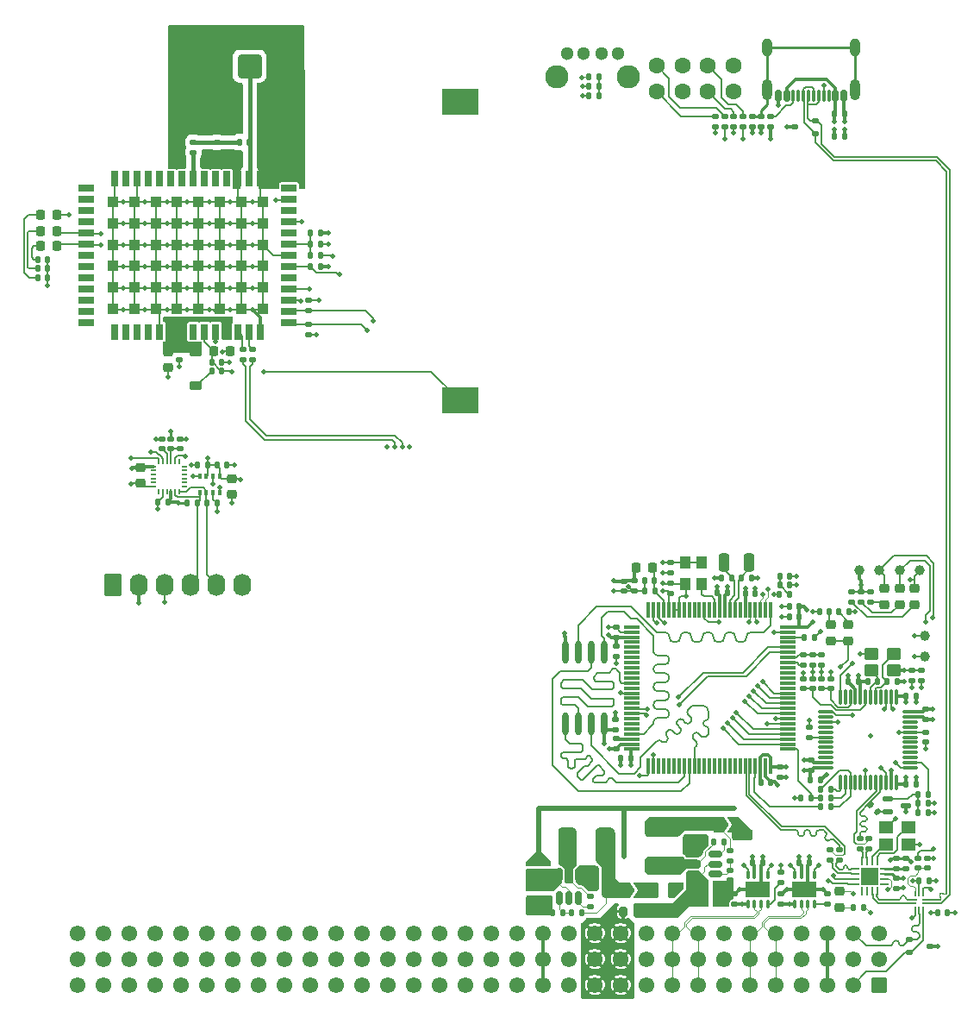
<source format=gbr>
%TF.GenerationSoftware,KiCad,Pcbnew,9.0.1-9.0.1-0~ubuntu24.04.1*%
%TF.CreationDate,2025-04-23T18:51:34+00:00*%
%TF.ProjectId,ModuCard-navigation-module,4d6f6475-4361-4726-942d-6e6176696761,2.0.0*%
%TF.SameCoordinates,Original*%
%TF.FileFunction,Copper,L1,Top*%
%TF.FilePolarity,Positive*%
%FSLAX46Y46*%
G04 Gerber Fmt 4.6, Leading zero omitted, Abs format (unit mm)*
G04 Created by KiCad (PCBNEW 9.0.1-9.0.1-0~ubuntu24.04.1) date 2025-04-23 18:51:34*
%MOMM*%
%LPD*%
G01*
G04 APERTURE LIST*
G04 Aperture macros list*
%AMRoundRect*
0 Rectangle with rounded corners*
0 $1 Rounding radius*
0 $2 $3 $4 $5 $6 $7 $8 $9 X,Y pos of 4 corners*
0 Add a 4 corners polygon primitive as box body*
4,1,4,$2,$3,$4,$5,$6,$7,$8,$9,$2,$3,0*
0 Add four circle primitives for the rounded corners*
1,1,$1+$1,$2,$3*
1,1,$1+$1,$4,$5*
1,1,$1+$1,$6,$7*
1,1,$1+$1,$8,$9*
0 Add four rect primitives between the rounded corners*
20,1,$1+$1,$2,$3,$4,$5,0*
20,1,$1+$1,$4,$5,$6,$7,0*
20,1,$1+$1,$6,$7,$8,$9,0*
20,1,$1+$1,$8,$9,$2,$3,0*%
%AMFreePoly0*
4,1,6,1.000000,0.000000,0.500000,-0.750000,-0.500000,-0.750000,-0.500000,0.750000,0.500000,0.750000,1.000000,0.000000,1.000000,0.000000,$1*%
%AMFreePoly1*
4,1,6,0.500000,-0.750000,-0.650000,-0.750000,-0.150000,0.000000,-0.650000,0.750000,0.500000,0.750000,0.500000,-0.750000,0.500000,-0.750000,$1*%
G04 Aperture macros list end*
%TA.AperFunction,SMDPad,CuDef*%
%ADD10RoundRect,0.250001X0.999999X-0.499999X0.999999X0.499999X-0.999999X0.499999X-0.999999X-0.499999X0*%
%TD*%
%TA.AperFunction,SMDPad,CuDef*%
%ADD11FreePoly0,0.000000*%
%TD*%
%TA.AperFunction,SMDPad,CuDef*%
%ADD12FreePoly1,0.000000*%
%TD*%
%TA.AperFunction,SMDPad,CuDef*%
%ADD13RoundRect,0.140000X-0.140000X-0.170000X0.140000X-0.170000X0.140000X0.170000X-0.140000X0.170000X0*%
%TD*%
%TA.AperFunction,SMDPad,CuDef*%
%ADD14C,1.000000*%
%TD*%
%TA.AperFunction,SMDPad,CuDef*%
%ADD15RoundRect,0.140000X0.140000X0.170000X-0.140000X0.170000X-0.140000X-0.170000X0.140000X-0.170000X0*%
%TD*%
%TA.AperFunction,ComponentPad*%
%ADD16C,1.600000*%
%TD*%
%TA.AperFunction,SMDPad,CuDef*%
%ADD17RoundRect,0.140000X0.170000X-0.140000X0.170000X0.140000X-0.170000X0.140000X-0.170000X-0.140000X0*%
%TD*%
%TA.AperFunction,SMDPad,CuDef*%
%ADD18RoundRect,0.225000X-0.225000X-0.250000X0.225000X-0.250000X0.225000X0.250000X-0.225000X0.250000X0*%
%TD*%
%TA.AperFunction,SMDPad,CuDef*%
%ADD19RoundRect,0.140000X-0.170000X0.140000X-0.170000X-0.140000X0.170000X-0.140000X0.170000X0.140000X0*%
%TD*%
%TA.AperFunction,SMDPad,CuDef*%
%ADD20RoundRect,0.220000X0.220000X0.255000X-0.220000X0.255000X-0.220000X-0.255000X0.220000X-0.255000X0*%
%TD*%
%TA.AperFunction,SMDPad,CuDef*%
%ADD21RoundRect,0.220000X0.255000X-0.220000X0.255000X0.220000X-0.255000X0.220000X-0.255000X-0.220000X0*%
%TD*%
%TA.AperFunction,ComponentPad*%
%ADD22C,1.300000*%
%TD*%
%TA.AperFunction,ComponentPad*%
%ADD23C,2.286000*%
%TD*%
%TA.AperFunction,ComponentPad*%
%ADD24RoundRect,0.200100X-0.949900X-0.949900X0.949900X-0.949900X0.949900X0.949900X-0.949900X0.949900X0*%
%TD*%
%TA.AperFunction,ComponentPad*%
%ADD25C,2.500000*%
%TD*%
%TA.AperFunction,SMDPad,CuDef*%
%ADD26RoundRect,0.147500X0.147500X0.172500X-0.147500X0.172500X-0.147500X-0.172500X0.147500X-0.172500X0*%
%TD*%
%TA.AperFunction,SMDPad,CuDef*%
%ADD27R,0.663000X0.225000*%
%TD*%
%TA.AperFunction,SMDPad,CuDef*%
%ADD28R,0.563000X0.225000*%
%TD*%
%TA.AperFunction,SMDPad,CuDef*%
%ADD29R,0.225000X0.563000*%
%TD*%
%TA.AperFunction,SMDPad,CuDef*%
%ADD30RoundRect,0.225000X-0.250000X0.225000X-0.250000X-0.225000X0.250000X-0.225000X0.250000X0.225000X0*%
%TD*%
%TA.AperFunction,SMDPad,CuDef*%
%ADD31RoundRect,0.075000X-0.075000X0.725000X-0.075000X-0.725000X0.075000X-0.725000X0.075000X0.725000X0*%
%TD*%
%TA.AperFunction,SMDPad,CuDef*%
%ADD32RoundRect,0.075000X-0.725000X0.075000X-0.725000X-0.075000X0.725000X-0.075000X0.725000X0.075000X0*%
%TD*%
%TA.AperFunction,SMDPad,CuDef*%
%ADD33RoundRect,0.150000X-0.512500X-0.150000X0.512500X-0.150000X0.512500X0.150000X-0.512500X0.150000X0*%
%TD*%
%TA.AperFunction,SMDPad,CuDef*%
%ADD34RoundRect,0.220000X-0.220000X-0.255000X0.220000X-0.255000X0.220000X0.255000X-0.220000X0.255000X0*%
%TD*%
%TA.AperFunction,SMDPad,CuDef*%
%ADD35RoundRect,0.220000X-0.255000X0.220000X-0.255000X-0.220000X0.255000X-0.220000X0.255000X0.220000X0*%
%TD*%
%TA.AperFunction,SMDPad,CuDef*%
%ADD36RoundRect,0.225000X0.225000X0.250000X-0.225000X0.250000X-0.225000X-0.250000X0.225000X-0.250000X0*%
%TD*%
%TA.AperFunction,SMDPad,CuDef*%
%ADD37RoundRect,0.250000X0.450000X0.350000X-0.450000X0.350000X-0.450000X-0.350000X0.450000X-0.350000X0*%
%TD*%
%TA.AperFunction,SMDPad,CuDef*%
%ADD38RoundRect,0.075000X-0.075000X0.662500X-0.075000X-0.662500X0.075000X-0.662500X0.075000X0.662500X0*%
%TD*%
%TA.AperFunction,SMDPad,CuDef*%
%ADD39RoundRect,0.075000X-0.662500X0.075000X-0.662500X-0.075000X0.662500X-0.075000X0.662500X0.075000X0*%
%TD*%
%TA.AperFunction,SMDPad,CuDef*%
%ADD40RoundRect,0.050000X0.225000X0.050000X-0.225000X0.050000X-0.225000X-0.050000X0.225000X-0.050000X0*%
%TD*%
%TA.AperFunction,SMDPad,CuDef*%
%ADD41RoundRect,0.050000X-0.050000X0.225000X-0.050000X-0.225000X0.050000X-0.225000X0.050000X0.225000X0*%
%TD*%
%TA.AperFunction,SMDPad,CuDef*%
%ADD42R,0.350000X0.500000*%
%TD*%
%TA.AperFunction,SMDPad,CuDef*%
%ADD43RoundRect,0.150000X0.150000X0.425000X-0.150000X0.425000X-0.150000X-0.425000X0.150000X-0.425000X0*%
%TD*%
%TA.AperFunction,SMDPad,CuDef*%
%ADD44RoundRect,0.075000X0.075000X0.500000X-0.075000X0.500000X-0.075000X-0.500000X0.075000X-0.500000X0*%
%TD*%
%TA.AperFunction,ComponentPad*%
%ADD45O,1.000000X2.100000*%
%TD*%
%TA.AperFunction,ComponentPad*%
%ADD46O,1.000000X1.800000*%
%TD*%
%TA.AperFunction,SMDPad,CuDef*%
%ADD47RoundRect,0.112500X-0.237500X0.112500X-0.237500X-0.112500X0.237500X-0.112500X0.237500X0.112500X0*%
%TD*%
%TA.AperFunction,SMDPad,CuDef*%
%ADD48R,1.100000X1.300000*%
%TD*%
%TA.AperFunction,ComponentPad*%
%ADD49RoundRect,0.249999X0.525001X0.525001X-0.525001X0.525001X-0.525001X-0.525001X0.525001X-0.525001X0*%
%TD*%
%TA.AperFunction,ComponentPad*%
%ADD50C,1.550000*%
%TD*%
%TA.AperFunction,SMDPad,CuDef*%
%ADD51RoundRect,0.200000X-0.200000X-0.275000X0.200000X-0.275000X0.200000X0.275000X-0.200000X0.275000X0*%
%TD*%
%TA.AperFunction,SMDPad,CuDef*%
%ADD52RoundRect,0.075000X-0.075000X0.350000X-0.075000X-0.350000X0.075000X-0.350000X0.075000X0.350000X0*%
%TD*%
%TA.AperFunction,HeatsinkPad*%
%ADD53R,2.400000X1.600000*%
%TD*%
%TA.AperFunction,SMDPad,CuDef*%
%ADD54RoundRect,0.250000X0.250000X-0.650000X0.250000X0.650000X-0.250000X0.650000X-0.250000X-0.650000X0*%
%TD*%
%TA.AperFunction,SMDPad,CuDef*%
%ADD55RoundRect,0.140000X0.219203X0.021213X0.021213X0.219203X-0.219203X-0.021213X-0.021213X-0.219203X0*%
%TD*%
%TA.AperFunction,SMDPad,CuDef*%
%ADD56R,1.400000X1.200000*%
%TD*%
%TA.AperFunction,SMDPad,CuDef*%
%ADD57R,0.800000X1.500000*%
%TD*%
%TA.AperFunction,SMDPad,CuDef*%
%ADD58R,1.500000X0.800000*%
%TD*%
%TA.AperFunction,SMDPad,CuDef*%
%ADD59R,1.100000X1.100000*%
%TD*%
%TA.AperFunction,SMDPad,CuDef*%
%ADD60O,0.630000X2.250000*%
%TD*%
%TA.AperFunction,SMDPad,CuDef*%
%ADD61RoundRect,0.250001X-0.499999X-0.999999X0.499999X-0.999999X0.499999X0.999999X-0.499999X0.999999X0*%
%TD*%
%TA.AperFunction,SMDPad,CuDef*%
%ADD62RoundRect,0.062500X-0.062500X0.350000X-0.062500X-0.350000X0.062500X-0.350000X0.062500X0.350000X0*%
%TD*%
%TA.AperFunction,SMDPad,CuDef*%
%ADD63RoundRect,0.062500X-0.350000X0.062500X-0.350000X-0.062500X0.350000X-0.062500X0.350000X0.062500X0*%
%TD*%
%TA.AperFunction,HeatsinkPad*%
%ADD64R,1.700000X1.700000*%
%TD*%
%TA.AperFunction,ComponentPad*%
%ADD65RoundRect,0.250000X-0.620000X-0.845000X0.620000X-0.845000X0.620000X0.845000X-0.620000X0.845000X0*%
%TD*%
%TA.AperFunction,ComponentPad*%
%ADD66O,1.740000X2.190000*%
%TD*%
%TA.AperFunction,SMDPad,CuDef*%
%ADD67RoundRect,0.112500X0.237500X-0.112500X0.237500X0.112500X-0.237500X0.112500X-0.237500X-0.112500X0*%
%TD*%
%TA.AperFunction,SMDPad,CuDef*%
%ADD68RoundRect,0.225000X0.375000X-0.225000X0.375000X0.225000X-0.375000X0.225000X-0.375000X-0.225000X0*%
%TD*%
%TA.AperFunction,SMDPad,CuDef*%
%ADD69R,3.600000X2.600000*%
%TD*%
%TA.AperFunction,SMDPad,CuDef*%
%ADD70RoundRect,0.125000X0.345000X0.125000X-0.345000X0.125000X-0.345000X-0.125000X0.345000X-0.125000X0*%
%TD*%
%TA.AperFunction,SMDPad,CuDef*%
%ADD71RoundRect,0.150000X-0.150000X0.512500X-0.150000X-0.512500X0.150000X-0.512500X0.150000X0.512500X0*%
%TD*%
%TA.AperFunction,ViaPad*%
%ADD72C,0.500000*%
%TD*%
%TA.AperFunction,Conductor*%
%ADD73C,0.300000*%
%TD*%
%TA.AperFunction,Conductor*%
%ADD74C,0.150000*%
%TD*%
%TA.AperFunction,Conductor*%
%ADD75C,0.200000*%
%TD*%
%TA.AperFunction,Conductor*%
%ADD76C,0.250000*%
%TD*%
%TA.AperFunction,Conductor*%
%ADD77C,0.500000*%
%TD*%
%TA.AperFunction,Conductor*%
%ADD78C,0.100000*%
%TD*%
%TA.AperFunction,Conductor*%
%ADD79C,0.180000*%
%TD*%
%TA.AperFunction,Conductor*%
%ADD80C,0.400000*%
%TD*%
%TA.AperFunction,Conductor*%
%ADD81C,0.120000*%
%TD*%
G04 APERTURE END LIST*
D10*
%TO.P,L301,1,1*%
%TO.N,/Power/SW_3V3*%
X107120720Y-134271542D03*
%TO.P,L301,2,2*%
%TO.N,/Power/+3V3_UNPROTEC*%
X107120720Y-130571542D03*
%TD*%
D11*
%TO.P,JP300,1,A*%
%TO.N,/Power/+5V_UNPROTEC*%
X103725000Y-136675000D03*
D12*
%TO.P,JP300,2,B*%
%TO.N,+5V*%
X105175000Y-136675000D03*
%TD*%
D13*
%TO.P,C420,1*%
%TO.N,+3V3*%
X115578000Y-107597001D03*
%TO.P,C420,2*%
%TO.N,GND*%
X116578000Y-107597001D03*
%TD*%
D14*
%TO.P,TP302,1,1*%
%TO.N,+3V3*%
X132750000Y-105325000D03*
%TD*%
D15*
%TO.P,C423,1*%
%TO.N,/MCU/VDDA*%
X106672000Y-106327001D03*
%TO.P,C423,2*%
%TO.N,GND*%
X105672000Y-106327001D03*
%TD*%
D13*
%TO.P,C1105,1*%
%TO.N,/GPS-RTK/NRST*%
X72870000Y-73275001D03*
%TO.P,C1105,2*%
%TO.N,GND*%
X73870000Y-73275001D03*
%TD*%
D16*
%TO.P,LED300,1*%
%TO.N,Net-(LED300-Pad1)*%
X106863600Y-55785000D03*
%TO.P,LED300,2*%
%TO.N,GND*%
X109403600Y-55785000D03*
%TO.P,LED300,3*%
%TO.N,Net-(LED300-Pad3)*%
X106863600Y-58325000D03*
%TO.P,LED300,4*%
%TO.N,GND*%
X109403600Y-58325000D03*
%TD*%
D17*
%TO.P,C406,1*%
%TO.N,+3V3*%
X108204000Y-107589001D03*
%TO.P,C406,2*%
%TO.N,GND*%
X108204000Y-106589001D03*
%TD*%
D18*
%TO.P,C1102,1*%
%TO.N,/GPS-RTK/V_BCKP*%
X63390000Y-83785001D03*
%TO.P,C1102,2*%
%TO.N,GND*%
X64950000Y-83785001D03*
%TD*%
D19*
%TO.P,R903,1*%
%TO.N,/ST-LINK/ST-LINK.D+*%
X126850000Y-131625000D03*
%TO.P,R903,2*%
%TO.N,/USB-hub/USBOUT1_R.D+*%
X126850000Y-132625000D03*
%TD*%
D15*
%TO.P,R308,1*%
%TO.N,Net-(U302-PGANG)*%
X127200000Y-138375000D03*
%TO.P,R308,2*%
%TO.N,Net-(D301-Pad1)*%
X126200000Y-138375000D03*
%TD*%
D20*
%TO.P,FB401,1*%
%TO.N,/MCU/VDDA*%
X106462000Y-105057001D03*
%TO.P,FB401,2*%
%TO.N,+3V3*%
X104882000Y-105057001D03*
%TD*%
D17*
%TO.P,C501,1*%
%TO.N,+3V3*%
X119100000Y-138075000D03*
%TO.P,C501,2*%
%TO.N,GND*%
X119100000Y-137075000D03*
%TD*%
D13*
%TO.P,R716,1*%
%TO.N,/MCU/SWD.SWDIO*%
X123000000Y-128525000D03*
%TO.P,R716,2*%
%TO.N,Net-(U700-PB14)*%
X124000000Y-128525000D03*
%TD*%
D19*
%TO.P,R306,1*%
%TO.N,/Power/+3V3_UNPROTEC*%
X114070720Y-132821542D03*
%TO.P,R306,2*%
%TO.N,/Power/FB_3V3*%
X114070720Y-133821542D03*
%TD*%
D21*
%TO.P,D301,1*%
%TO.N,Net-(D301-Pad1)*%
X124850000Y-138365000D03*
%TO.P,D301,2*%
%TO.N,+5V*%
X124850000Y-136785000D03*
%TD*%
D22*
%TO.P,BTN400,1*%
%TO.N,GND*%
X103079415Y-54584163D03*
%TO.P,BTN400,2*%
X101449415Y-54584163D03*
%TO.P,BTN400,3*%
%TO.N,/MCU/SWD.~{RST}*%
X99709415Y-54584163D03*
%TO.P,BTN400,4*%
%TO.N,/MCU/USR_BUTTON*%
X98079415Y-54584163D03*
D23*
%TO.P,BTN400,5*%
%TO.N,N/C*%
X104079415Y-56834163D03*
%TO.P,BTN400,6*%
X97079415Y-56834163D03*
%TD*%
D19*
%TO.P,C427,1*%
%TO.N,/MCU/VCAP_1*%
X102870000Y-121829001D03*
%TO.P,C427,2*%
%TO.N,GND*%
X102870000Y-122829001D03*
%TD*%
D17*
%TO.P,C601,1*%
%TO.N,+3V3*%
X114550000Y-138075000D03*
%TO.P,C601,2*%
%TO.N,GND*%
X114550000Y-137075000D03*
%TD*%
D15*
%TO.P,R301,1*%
%TO.N,/Power/FB_5V0*%
X97650000Y-138871508D03*
%TO.P,R301,2*%
%TO.N,GND*%
X96650000Y-138871508D03*
%TD*%
D24*
%TO.P,J1100,1,In*%
%TO.N,/GPS-RTK/RF_IN*%
X66890000Y-55825001D03*
D25*
%TO.P,J1100,2,Ext*%
%TO.N,GND*%
X64350000Y-53285001D03*
X64350000Y-58365001D03*
X69430000Y-53285001D03*
X69430000Y-58365001D03*
%TD*%
D17*
%TO.P,R600,1*%
%TO.N,Net-(U600-STB)*%
X119100000Y-135925000D03*
%TO.P,R600,2*%
%TO.N,GND*%
X119100000Y-134925000D03*
%TD*%
D19*
%TO.P,C400,1*%
%TO.N,+3V3*%
X102870000Y-112734002D03*
%TO.P,C400,2*%
%TO.N,GND*%
X102870000Y-113734002D03*
%TD*%
D15*
%TO.P,C313,1*%
%TO.N,/MCU/OSC32_OUT*%
X114250000Y-106025000D03*
%TO.P,C313,2*%
%TO.N,GND*%
X113250000Y-106025000D03*
%TD*%
D13*
%TO.P,R801,1*%
%TO.N,/USB/CC1*%
X124350000Y-62675000D03*
%TO.P,R801,2*%
%TO.N,GND*%
X125350000Y-62675000D03*
%TD*%
D15*
%TO.P,C600,1*%
%TO.N,GND*%
X117300000Y-134025000D03*
%TO.P,C600,2*%
%TO.N,+5V*%
X116300000Y-134025000D03*
%TD*%
D26*
%TO.P,L1100,1,1*%
%TO.N,/GPS-RTK/RF_IN*%
X66855000Y-63275001D03*
%TO.P,L1100,2,2*%
%TO.N,/GPS-RTK/RF_*%
X65885000Y-63275001D03*
%TD*%
D13*
%TO.P,C314,1*%
%TO.N,/MCU/OSC32_IN*%
X115200000Y-106025000D03*
%TO.P,C314,2*%
%TO.N,GND*%
X116200000Y-106025000D03*
%TD*%
D27*
%TO.P,U801,1,D+*%
%TO.N,/USB-hub/USBIN1.D+*%
X132131500Y-137600000D03*
D28*
%TO.P,U801,2,D-*%
%TO.N,/USB-hub/USBIN1.D-*%
X132081500Y-138000000D03*
D29*
%TO.P,U801,3,GND*%
%TO.N,GND*%
X132250000Y-138568500D03*
%TO.P,U801,4,HSD1-*%
%TO.N,/Backplane/BACKPLANE.D-*%
X132650000Y-138568500D03*
%TO.P,U801,5,HSD1+*%
%TO.N,/Backplane/BACKPLANE.D+*%
X133050000Y-138568500D03*
D28*
%TO.P,U801,6,HSD2-*%
%TO.N,/USB/USB2S.D-*%
X133218500Y-138000000D03*
%TO.P,U801,7,HSD2+*%
%TO.N,/USB/USB2S.D+*%
X133218500Y-137600000D03*
D29*
%TO.P,U801,8,~{OE}*%
%TO.N,Net-(U801-~{OE})*%
X133050000Y-137031500D03*
%TO.P,U801,9,VCC*%
%TO.N,+3V3*%
X132650000Y-137031500D03*
%TO.P,U801,10,SEL*%
%TO.N,Net-(U801-SEL)*%
X132250000Y-137031500D03*
%TD*%
D14*
%TO.P,TP701,1,1*%
%TO.N,/ST-LINK/STLINK_RX*%
X133250000Y-113725000D03*
%TD*%
D30*
%TO.P,C304,1*%
%TO.N,+12V_FUSED*%
X94646542Y-136211059D03*
%TO.P,C304,2*%
%TO.N,GND*%
X94646542Y-137771059D03*
%TD*%
D19*
%TO.P,C305,1*%
%TO.N,GND*%
X96090000Y-134071508D03*
%TO.P,C305,2*%
%TO.N,+12V_FUSED*%
X96090000Y-135071508D03*
%TD*%
D15*
%TO.P,R404,1*%
%TO.N,/MCU/NRST*%
X119950000Y-107645000D03*
%TO.P,R404,2*%
%TO.N,/MCU/SWD.~{RST}*%
X118950000Y-107645000D03*
%TD*%
D31*
%TO.P,U403,1,PE2*%
%TO.N,/MCU/QSPI1.IO2*%
X118075000Y-109175000D03*
%TO.P,U403,2,PE3*%
%TO.N,/MCU/USER_LED_1*%
X117575000Y-109175000D03*
%TO.P,U403,3,PE4*%
%TO.N,/MCU/USER_LED_2*%
X117075000Y-109175000D03*
%TO.P,U403,4,PE5*%
%TO.N,/MCU/STATUS_LED*%
X116575000Y-109175000D03*
%TO.P,U403,5,PE6*%
%TO.N,/MCU/USR_BUTTON*%
X116075000Y-109175000D03*
%TO.P,U403,6,VBAT*%
%TO.N,+3V3*%
X115575000Y-109175000D03*
%TO.P,U403,7,PC13*%
%TO.N,unconnected-(U403-PC13-Pad7)*%
X115075000Y-109175000D03*
%TO.P,U403,8,PC14*%
%TO.N,/MCU/OSC32_IN*%
X114575000Y-109175000D03*
%TO.P,U403,9,PC15*%
%TO.N,/MCU/OSC32_OUT*%
X114075000Y-109175000D03*
%TO.P,U403,10,VSS*%
%TO.N,GND*%
X113575000Y-109175000D03*
%TO.P,U403,11,VDD*%
%TO.N,+3V3*%
X113075000Y-109175000D03*
%TO.P,U403,12,PH0*%
%TO.N,/MCU/OSC_IN*%
X112575000Y-109175000D03*
%TO.P,U403,13,PH1*%
%TO.N,unconnected-(U403-PH1-Pad13)*%
X112075000Y-109175000D03*
%TO.P,U403,14,NRST*%
%TO.N,/MCU/SWD.~{RST}*%
X111575000Y-109175000D03*
%TO.P,U403,15,PC0*%
%TO.N,unconnected-(U403-PC0-Pad15)*%
X111075000Y-109175000D03*
%TO.P,U403,16,PC1*%
%TO.N,unconnected-(U403-PC1-Pad16)*%
X110575000Y-109175000D03*
%TO.P,U403,17,PC2*%
%TO.N,unconnected-(U403-PC2-Pad17)*%
X110075000Y-109175000D03*
%TO.P,U403,18,PC3*%
%TO.N,unconnected-(U403-PC3-Pad18)*%
X109575000Y-109175000D03*
%TO.P,U403,19,VSSA*%
%TO.N,GND*%
X109075000Y-109175000D03*
%TO.P,U403,20,VREF-*%
X108575000Y-109175000D03*
%TO.P,U403,21,VREF+*%
%TO.N,+3V3*%
X108075000Y-109175000D03*
%TO.P,U403,22,VDDA*%
%TO.N,/MCU/VDDA*%
X107575000Y-109175000D03*
%TO.P,U403,23,PA0*%
%TO.N,/GPS-RTK/GPS_UART.RX*%
X107075000Y-109175000D03*
%TO.P,U403,24,PA1*%
%TO.N,/GPS-RTK/GPS_UART.TX*%
X106575000Y-109175000D03*
%TO.P,U403,25,PA2*%
%TO.N,unconnected-(U403-PA2-Pad25)*%
X106075000Y-109175000D03*
D32*
%TO.P,U403,26,PA3*%
%TO.N,unconnected-(U403-PA3-Pad26)*%
X104400000Y-110850000D03*
%TO.P,U403,27,VSS*%
%TO.N,GND*%
X104400000Y-111350000D03*
%TO.P,U403,28,VDD*%
%TO.N,+3V3*%
X104400000Y-111850000D03*
%TO.P,U403,29,PA4*%
%TO.N,unconnected-(U403-PA4-Pad29)*%
X104400000Y-112350000D03*
%TO.P,U403,30,PA5*%
%TO.N,unconnected-(U403-PA5-Pad30)*%
X104400000Y-112850000D03*
%TO.P,U403,31,PA6*%
%TO.N,unconnected-(U403-PA6-Pad31)*%
X104400000Y-113350000D03*
%TO.P,U403,32,PA7*%
%TO.N,unconnected-(U403-PA7-Pad32)*%
X104400000Y-113850000D03*
%TO.P,U403,33,PC4*%
%TO.N,unconnected-(U403-PC4-Pad33)*%
X104400000Y-114350000D03*
%TO.P,U403,34,PC5*%
%TO.N,unconnected-(U403-PC5-Pad34)*%
X104400000Y-114850000D03*
%TO.P,U403,35,PB0*%
%TO.N,unconnected-(U403-PB0-Pad35)*%
X104400000Y-115350000D03*
%TO.P,U403,36,PB1*%
%TO.N,unconnected-(U403-PB1-Pad36)*%
X104400000Y-115850000D03*
%TO.P,U403,37,PB2*%
%TO.N,/MCU/QSPI1.SCLK*%
X104400000Y-116350000D03*
%TO.P,U403,38,PE7*%
%TO.N,unconnected-(U403-PE7-Pad38)*%
X104400000Y-116850000D03*
%TO.P,U403,39,PE8*%
%TO.N,/IMU/IMU_EXT_NRESET*%
X104400000Y-117350000D03*
%TO.P,U403,40,PE9*%
%TO.N,unconnected-(U403-PE9-Pad40)*%
X104400000Y-117850000D03*
%TO.P,U403,41,PE10*%
%TO.N,unconnected-(U403-PE10-Pad41)*%
X104400000Y-118350000D03*
%TO.P,U403,42,PE11*%
%TO.N,/IMU/IMU_FSYNC*%
X104400000Y-118850000D03*
%TO.P,U403,43,PE12*%
%TO.N,/IMU/IMU_INT*%
X104400000Y-119350000D03*
%TO.P,U403,44,PE13*%
%TO.N,unconnected-(U403-PE13-Pad44)*%
X104400000Y-119850000D03*
%TO.P,U403,45,PE14*%
%TO.N,unconnected-(U403-PE14-Pad45)*%
X104400000Y-120350000D03*
%TO.P,U403,46,PE15*%
%TO.N,unconnected-(U403-PE15-Pad46)*%
X104400000Y-120850000D03*
%TO.P,U403,47,PB10*%
%TO.N,/MCU/QSPI1.CS*%
X104400000Y-121350000D03*
%TO.P,U403,48,VCAP*%
%TO.N,/MCU/VCAP_1*%
X104400000Y-121850000D03*
%TO.P,U403,49,VSS*%
%TO.N,GND*%
X104400000Y-122350000D03*
%TO.P,U403,50,VDD*%
%TO.N,+3V3*%
X104400000Y-122850000D03*
D31*
%TO.P,U403,51,PB12*%
%TO.N,/CAN transceiver 2/CAN.RX*%
X106075000Y-124525000D03*
%TO.P,U403,52,PB13*%
%TO.N,/CAN transceiver 2/CAN.TX*%
X106575000Y-124525000D03*
%TO.P,U403,53,PB14*%
%TO.N,unconnected-(U403-PB14-Pad53)*%
X107075000Y-124525000D03*
%TO.P,U403,54,PB15*%
%TO.N,unconnected-(U403-PB15-Pad54)*%
X107575000Y-124525000D03*
%TO.P,U403,55,PD8*%
%TO.N,unconnected-(U403-PD8-Pad55)*%
X108075000Y-124525000D03*
%TO.P,U403,56,PD9*%
%TO.N,unconnected-(U403-PD9-Pad56)*%
X108575000Y-124525000D03*
%TO.P,U403,57,PD10*%
%TO.N,unconnected-(U403-PD10-Pad57)*%
X109075000Y-124525000D03*
%TO.P,U403,58,PD11*%
%TO.N,/MCU/QSPI1.IO0*%
X109575000Y-124525000D03*
%TO.P,U403,59,PD12*%
%TO.N,/MCU/QSPI1.IO1*%
X110075000Y-124525000D03*
%TO.P,U403,60,PD13*%
%TO.N,/MCU/QSPI1.IO3*%
X110575000Y-124525000D03*
%TO.P,U403,61,PD14*%
%TO.N,unconnected-(U403-PD14-Pad61)*%
X111075000Y-124525000D03*
%TO.P,U403,62,PD15*%
%TO.N,unconnected-(U403-PD15-Pad62)*%
X111575000Y-124525000D03*
%TO.P,U403,63,PC6*%
%TO.N,unconnected-(U403-PC6-Pad63)*%
X112075000Y-124525000D03*
%TO.P,U403,64,PC7*%
%TO.N,unconnected-(U403-PC7-Pad64)*%
X112575000Y-124525000D03*
%TO.P,U403,65,PC8*%
%TO.N,unconnected-(U403-PC8-Pad65)*%
X113075000Y-124525000D03*
%TO.P,U403,66,PC9*%
%TO.N,unconnected-(U403-PC9-Pad66)*%
X113575000Y-124525000D03*
%TO.P,U403,67,PA8*%
%TO.N,unconnected-(U403-PA8-Pad67)*%
X114075000Y-124525000D03*
%TO.P,U403,68,PA9*%
%TO.N,unconnected-(U403-PA9-Pad68)*%
X114575000Y-124525000D03*
%TO.P,U403,69,PA10*%
%TO.N,unconnected-(U403-PA10-Pad69)*%
X115075000Y-124525000D03*
%TO.P,U403,70,PA11*%
%TO.N,/MCU/USB_MCU.D-*%
X115575000Y-124525000D03*
%TO.P,U403,71,PA12*%
%TO.N,/MCU/USB_MCU.D+*%
X116075000Y-124525000D03*
%TO.P,U403,72,PA13(JTMS*%
%TO.N,/MCU/SWD.SWDIO*%
X116575000Y-124525000D03*
%TO.P,U403,73,VDDUSB*%
%TO.N,+3V3*%
X117075000Y-124525000D03*
%TO.P,U403,74,VSS*%
%TO.N,GND*%
X117575000Y-124525000D03*
%TO.P,U403,75,VDD*%
%TO.N,+3V3*%
X118075000Y-124525000D03*
D32*
%TO.P,U403,76,PA14(JTCK*%
%TO.N,/MCU/SWD.SWCLK*%
X119750000Y-122850000D03*
%TO.P,U403,77,PA15(JTDI)*%
%TO.N,/GPS-RTK/GPS_SPI.CS*%
X119750000Y-122350000D03*
%TO.P,U403,78,PC10*%
%TO.N,/GPS-RTK/GPS_SPI.CLK*%
X119750000Y-121850000D03*
%TO.P,U403,79,PC11*%
%TO.N,/GPS-RTK/GPS_SPI.MISO*%
X119750000Y-121350000D03*
%TO.P,U403,80,PC12*%
%TO.N,/GPS-RTK/GPS_SPI.MOSI*%
X119750000Y-120850000D03*
%TO.P,U403,81,PD0*%
%TO.N,/CAN transceiver 1/CAN.RX*%
X119750000Y-120350000D03*
%TO.P,U403,82,PD1*%
%TO.N,/CAN transceiver 1/CAN.TX*%
X119750000Y-119850000D03*
%TO.P,U403,83,PD2*%
%TO.N,/GPS-RTK/GPS_NRESET*%
X119750000Y-119350000D03*
%TO.P,U403,84,PD3*%
%TO.N,/GPS-RTK/GPS_MODE_SELECT*%
X119750000Y-118850000D03*
%TO.P,U403,85,PD4*%
%TO.N,/GPS-RTK/GPS_RTK_STAT*%
X119750000Y-118350000D03*
%TO.P,U403,86,PD5*%
%TO.N,/GPS-RTK/GPS_GEOFENCE_STAT*%
X119750000Y-117850000D03*
%TO.P,U403,87,PD6*%
%TO.N,/GPS-RTK/GPS_EXINTERUPT*%
X119750000Y-117350000D03*
%TO.P,U403,88,PD7*%
%TO.N,unconnected-(U403-PD7-Pad88)*%
X119750000Y-116850000D03*
%TO.P,U403,89,PB3(JTDO*%
%TO.N,unconnected-(U403-PB3(JTDO-Pad89)*%
X119750000Y-116350000D03*
%TO.P,U403,90,PB4(NJTRST)*%
%TO.N,unconnected-(U403-PB4(NJTRST)-Pad90)*%
X119750000Y-115850000D03*
%TO.P,U403,91,PB5*%
%TO.N,unconnected-(U403-PB5-Pad91)*%
X119750000Y-115350000D03*
%TO.P,U403,92,PB6*%
%TO.N,unconnected-(U403-PB6-Pad92)*%
X119750000Y-114850000D03*
%TO.P,U403,93,PB7*%
%TO.N,/MCU/BOOT_EN*%
X119750000Y-114350000D03*
%TO.P,U403,94,BOOT0*%
%TO.N,/MCU/BOOT0*%
X119750000Y-113850000D03*
%TO.P,U403,95,PB8*%
%TO.N,/Barometer/BAROMETR_I2C.SCL*%
X119750000Y-113350000D03*
%TO.P,U403,96,PB9*%
%TO.N,/Barometer/BAROMETR_I2C.SDA*%
X119750000Y-112850000D03*
%TO.P,U403,97,PE0*%
%TO.N,unconnected-(U403-PE0-Pad97)*%
X119750000Y-112350000D03*
%TO.P,U403,98,VCAP*%
%TO.N,/MCU/VCAP_2*%
X119750000Y-111850000D03*
%TO.P,U403,99,VSS*%
%TO.N,GND*%
X119750000Y-111350000D03*
%TO.P,U403,100,VDD*%
%TO.N,+3V3*%
X119750000Y-110850000D03*
%TD*%
D33*
%TO.P,U301,1,GND*%
%TO.N,GND*%
X110412500Y-133168050D03*
%TO.P,U301,2,SW*%
%TO.N,/Power/SW_3V3*%
X110412500Y-134118050D03*
%TO.P,U301,3,VIN*%
%TO.N,+12V_FUSED*%
X110412500Y-135068050D03*
%TO.P,U301,4,VFB*%
%TO.N,/Power/FB_3V3*%
X112687500Y-135068050D03*
%TO.P,U301,5,EN*%
%TO.N,+12V_FUSED*%
X112687500Y-134118050D03*
%TO.P,U301,6,VBST*%
%TO.N,/Power/VBST_3V3*%
X112687500Y-133168050D03*
%TD*%
D15*
%TO.P,C500,1*%
%TO.N,GND*%
X121900000Y-134025000D03*
%TO.P,C500,2*%
%TO.N,+5V*%
X120900000Y-134025000D03*
%TD*%
D19*
%TO.P,R902,1*%
%TO.N,/ST-LINK/ST-LINK.D-*%
X127750000Y-131625000D03*
%TO.P,R902,2*%
%TO.N,/USB-hub/USBOUT1_R.D-*%
X127750000Y-132625000D03*
%TD*%
D21*
%TO.P,D400,1*%
%TO.N,Net-(D400-Pad1)*%
X129240000Y-108665000D03*
%TO.P,D400,2*%
%TO.N,+12V_FUSED*%
X129240000Y-107085000D03*
%TD*%
D19*
%TO.P,R700,1*%
%TO.N,+3V3*%
X121325000Y-115925000D03*
%TO.P,R700,2*%
%TO.N,/ST-LINK/STLINK-RST*%
X121325000Y-116925000D03*
%TD*%
D13*
%TO.P,R405,1*%
%TO.N,+3V3*%
X100228400Y-58685001D03*
%TO.P,R405,2*%
%TO.N,/MCU/USR_BTN*%
X101228400Y-58685001D03*
%TD*%
D17*
%TO.P,R409,1*%
%TO.N,+3V3*%
X114450000Y-61725000D03*
%TO.P,R409,2*%
%TO.N,Net-(LED301-Pad3)*%
X114450000Y-60725000D03*
%TD*%
%TO.P,R400,1*%
%TO.N,/MCU/USER_LED_1*%
X113550000Y-61725000D03*
%TO.P,R400,2*%
%TO.N,Net-(LED300-Pad1)*%
X113550000Y-60725000D03*
%TD*%
D13*
%TO.P,R1100,1*%
%TO.N,Net-(D1100-Pad1)*%
X63170000Y-85685001D03*
%TO.P,R1100,2*%
%TO.N,/GPS-RTK/V_BCKP*%
X64170000Y-85685001D03*
%TD*%
D34*
%TO.P,D1103,1*%
%TO.N,Net-(D1103-Pad1)*%
X46380000Y-70375001D03*
%TO.P,D1103,2*%
%TO.N,/GPS-RTK/TIMEPULSE*%
X47960000Y-70375001D03*
%TD*%
D17*
%TO.P,R411,1*%
%TO.N,Net-(D401-Pad1)*%
X126950000Y-108375000D03*
%TO.P,R411,2*%
%TO.N,GND*%
X126950000Y-107375000D03*
%TD*%
D19*
%TO.P,C410,1*%
%TO.N,/MCU/BOOT0*%
X123100000Y-113600000D03*
%TO.P,C410,2*%
%TO.N,GND*%
X123100000Y-114600000D03*
%TD*%
D35*
%TO.P,D701,1*%
%TO.N,Net-(D701-Pad1)*%
X125702000Y-110660000D03*
%TO.P,D701,2*%
%TO.N,/ST-LINK/LED*%
X125702000Y-112240000D03*
%TD*%
D15*
%TO.P,C422,1*%
%TO.N,+3V3*%
X120888000Y-108867001D03*
%TO.P,C422,2*%
%TO.N,GND*%
X119888000Y-108867001D03*
%TD*%
D19*
%TO.P,R701,1*%
%TO.N,+3V3*%
X124000000Y-115925000D03*
%TO.P,R701,2*%
%TO.N,Net-(U700-PA0)*%
X124000000Y-116925000D03*
%TD*%
D15*
%TO.P,C424,1*%
%TO.N,/MCU/VDDA*%
X106680000Y-107343001D03*
%TO.P,C424,2*%
%TO.N,GND*%
X105680000Y-107343001D03*
%TD*%
%TO.P,C405,1*%
%TO.N,+3V3*%
X120896000Y-109883001D03*
%TO.P,C405,2*%
%TO.N,GND*%
X119896000Y-109883001D03*
%TD*%
D36*
%TO.P,C301,1*%
%TO.N,/Power/+5V_UNPROTEC*%
X102180000Y-136171508D03*
%TO.P,C301,2*%
%TO.N,GND*%
X100620000Y-136171508D03*
%TD*%
D17*
%TO.P,C300,1*%
%TO.N,/Power/VBST_5V0*%
X100400000Y-138281508D03*
%TO.P,C300,2*%
%TO.N,/Power/SW_5V0*%
X100400000Y-137281508D03*
%TD*%
D21*
%TO.P,D402,1*%
%TO.N,Net-(D402-Pad1)*%
X132240000Y-108665000D03*
%TO.P,D402,2*%
%TO.N,+3V3*%
X132240000Y-107085000D03*
%TD*%
D37*
%TO.P,Y700,1,1*%
%TO.N,/ST-LINK/STLINK-OSC_IN*%
X130150000Y-113525000D03*
%TO.P,Y700,2,2*%
%TO.N,GND*%
X127950000Y-113525000D03*
%TO.P,Y700,3,3*%
%TO.N,/ST-LINK/STLINK-OSC_OUT*%
X127950000Y-115125000D03*
%TO.P,Y700,4,4*%
%TO.N,GND*%
X130150000Y-115125000D03*
%TD*%
D38*
%TO.P,U700,1,VBAT*%
%TO.N,+3V3*%
X130400000Y-117762500D03*
%TO.P,U700,2,PC13*%
%TO.N,Net-(U700-PC13)*%
X129900000Y-117762500D03*
%TO.P,U700,3,PC14*%
%TO.N,Net-(U700-PC14)*%
X129400000Y-117762500D03*
%TO.P,U700,4,PC15*%
%TO.N,unconnected-(U700-PC15-Pad4)*%
X128900000Y-117762500D03*
%TO.P,U700,5,PD0*%
%TO.N,/ST-LINK/STLINK-OSC_IN*%
X128400000Y-117762500D03*
%TO.P,U700,6,PD1*%
%TO.N,/ST-LINK/STLINK-OSC_OUT*%
X127900000Y-117762500D03*
%TO.P,U700,7,NRST*%
%TO.N,/ST-LINK/STLINK-RST*%
X127400000Y-117762500D03*
%TO.P,U700,8,VSSA*%
%TO.N,GND*%
X126900000Y-117762500D03*
%TO.P,U700,9,VDDA*%
%TO.N,+3V3*%
X126400000Y-117762500D03*
%TO.P,U700,10,PA0*%
%TO.N,Net-(U700-PA0)*%
X125900000Y-117762500D03*
%TO.P,U700,11,PA1*%
%TO.N,unconnected-(U700-PA1-Pad11)*%
X125400000Y-117762500D03*
%TO.P,U700,12,PA2*%
%TO.N,/ST-LINK/STLINK_TX*%
X124900000Y-117762500D03*
D39*
%TO.P,U700,13,PA3*%
%TO.N,/ST-LINK/STLINK_RX*%
X123487500Y-119175000D03*
%TO.P,U700,14,PA4*%
%TO.N,unconnected-(U700-PA4-Pad14)*%
X123487500Y-119675000D03*
%TO.P,U700,15,PA5*%
%TO.N,Net-(U700-PA5)*%
X123487500Y-120175000D03*
%TO.P,U700,16,PA6*%
%TO.N,unconnected-(U700-PA6-Pad16)*%
X123487500Y-120675000D03*
%TO.P,U700,17,PA7*%
%TO.N,unconnected-(U700-PA7-Pad17)*%
X123487500Y-121175000D03*
%TO.P,U700,18,PB0*%
%TO.N,Net-(U700-PB0)*%
X123487500Y-121675000D03*
%TO.P,U700,19,PB1*%
%TO.N,unconnected-(U700-PB1-Pad19)*%
X123487500Y-122175000D03*
%TO.P,U700,20,PB2*%
%TO.N,unconnected-(U700-PB2-Pad20)*%
X123487500Y-122675000D03*
%TO.P,U700,21,PB10*%
%TO.N,unconnected-(U700-PB10-Pad21)*%
X123487500Y-123175000D03*
%TO.P,U700,22,PB11*%
%TO.N,unconnected-(U700-PB11-Pad22)*%
X123487500Y-123675000D03*
%TO.P,U700,23,VSS*%
%TO.N,GND*%
X123487500Y-124175000D03*
%TO.P,U700,24,VDD*%
%TO.N,+3V3*%
X123487500Y-124675000D03*
D38*
%TO.P,U700,25,PB12*%
%TO.N,Net-(U700-PB12)*%
X124900000Y-126087500D03*
%TO.P,U700,26,PB13*%
%TO.N,Net-(U700-PB13)*%
X125400000Y-126087500D03*
%TO.P,U700,27,PB14*%
%TO.N,Net-(U700-PB14)*%
X125900000Y-126087500D03*
%TO.P,U700,28,PB15*%
%TO.N,unconnected-(U700-PB15-Pad28)*%
X126400000Y-126087500D03*
%TO.P,U700,29,PA8*%
%TO.N,unconnected-(U700-PA8-Pad29)*%
X126900000Y-126087500D03*
%TO.P,U700,30,PA9*%
%TO.N,/ST-LINK/LED*%
X127400000Y-126087500D03*
%TO.P,U700,31,PA10*%
%TO.N,/ST-LINK/SWO*%
X127900000Y-126087500D03*
%TO.P,U700,32,PA11*%
%TO.N,/ST-LINK/ST-LINK.D-*%
X128400000Y-126087500D03*
%TO.P,U700,33,PA12*%
%TO.N,/ST-LINK/ST-LINK.D+*%
X128900000Y-126087500D03*
%TO.P,U700,34,PA13*%
%TO.N,/ST-LINK/DIO*%
X129400000Y-126087500D03*
%TO.P,U700,35,VSS*%
%TO.N,GND*%
X129900000Y-126087500D03*
%TO.P,U700,36,VDD*%
%TO.N,+3V3*%
X130400000Y-126087500D03*
D39*
%TO.P,U700,37,PA14*%
%TO.N,/ST-LINK/CLK*%
X131812500Y-124675000D03*
%TO.P,U700,38,PA15*%
%TO.N,/ST-LINK/USB_RENUM*%
X131812500Y-124175000D03*
%TO.P,U700,39,PB3*%
%TO.N,unconnected-(U700-PB3-Pad39)*%
X131812500Y-123675000D03*
%TO.P,U700,40,PB4*%
%TO.N,unconnected-(U700-PB4-Pad40)*%
X131812500Y-123175000D03*
%TO.P,U700,41,PB5*%
%TO.N,unconnected-(U700-PB5-Pad41)*%
X131812500Y-122675000D03*
%TO.P,U700,42,PB6*%
%TO.N,unconnected-(U700-PB6-Pad42)*%
X131812500Y-122175000D03*
%TO.P,U700,43,PB7*%
%TO.N,unconnected-(U700-PB7-Pad43)*%
X131812500Y-121675000D03*
%TO.P,U700,44,BOOT0*%
%TO.N,/ST-LINK/STLINK-BOOT0*%
X131812500Y-121175000D03*
%TO.P,U700,45,PB8*%
%TO.N,unconnected-(U700-PB8-Pad45)*%
X131812500Y-120675000D03*
%TO.P,U700,46,PB9*%
%TO.N,unconnected-(U700-PB9-Pad46)*%
X131812500Y-120175000D03*
%TO.P,U700,47,VSS*%
%TO.N,GND*%
X131812500Y-119675000D03*
%TO.P,U700,48,VDD*%
%TO.N,+3V3*%
X131812500Y-119175000D03*
%TD*%
D14*
%TO.P,TP700,1,1*%
%TO.N,/ST-LINK/STLINK_TX*%
X133250000Y-111725000D03*
%TD*%
D40*
%TO.P,U400,1,NC*%
%TO.N,unconnected-(U400-NC-Pad1)*%
X60470000Y-97085001D03*
%TO.P,U400,2,NC*%
%TO.N,unconnected-(U400-NC-Pad2)*%
X60470000Y-96685001D03*
%TO.P,U400,3,NC*%
%TO.N,unconnected-(U400-NC-Pad3)*%
X60470000Y-96285001D03*
%TO.P,U400,4,NC*%
%TO.N,unconnected-(U400-NC-Pad4)*%
X60470000Y-95885001D03*
%TO.P,U400,5,NC*%
%TO.N,unconnected-(U400-NC-Pad5)*%
X60470000Y-95485001D03*
%TO.P,U400,6,NC*%
%TO.N,unconnected-(U400-NC-Pad6)*%
X60470000Y-95085001D03*
D41*
%TO.P,U400,7,AUX_CL*%
%TO.N,unconnected-(U400-AUX_CL-Pad7)*%
X59970000Y-94585001D03*
%TO.P,U400,8,VDDIO*%
%TO.N,+3V3*%
X59570000Y-94585001D03*
%TO.P,U400,9,SDO/AD0*%
%TO.N,Net-(U400-SDO{slash}AD0)*%
X59170000Y-94585001D03*
%TO.P,U400,10,REGOUT*%
%TO.N,Net-(U400-REGOUT)*%
X58770000Y-94585001D03*
%TO.P,U400,11,FSYNC*%
%TO.N,/IMU/IMU_FSYNC*%
X58370000Y-94585001D03*
%TO.P,U400,12,INT1*%
%TO.N,/IMU/IMU_INT*%
X57970000Y-94585001D03*
D40*
%TO.P,U400,13,VDD*%
%TO.N,+3V3*%
X57470000Y-95085001D03*
%TO.P,U400,14,NC*%
%TO.N,unconnected-(U400-NC-Pad14)*%
X57470000Y-95485001D03*
%TO.P,U400,15,NC*%
%TO.N,unconnected-(U400-NC-Pad15)*%
X57470000Y-95885001D03*
%TO.P,U400,16,NC*%
%TO.N,unconnected-(U400-NC-Pad16)*%
X57470000Y-96285001D03*
%TO.P,U400,17,NC*%
%TO.N,unconnected-(U400-NC-Pad17)*%
X57470000Y-96685001D03*
%TO.P,U400,18,GND*%
%TO.N,GND*%
X57470000Y-97085001D03*
D41*
%TO.P,U400,19,RESV*%
%TO.N,unconnected-(U400-RESV-Pad19)*%
X57970000Y-97585001D03*
%TO.P,U400,20,GND*%
%TO.N,GND*%
X58370000Y-97585001D03*
%TO.P,U400,21,AUX_DA*%
%TO.N,unconnected-(U400-AUX_DA-Pad21)*%
X58770000Y-97585001D03*
%TO.P,U400,22,~{CS}*%
%TO.N,+3V3*%
X59170000Y-97585001D03*
%TO.P,U400,23,SCL/SCLK*%
%TO.N,/Barometer/BAROMETR_I2C.SCL*%
X59570000Y-97585001D03*
%TO.P,U400,24,SDA/SDI*%
%TO.N,/Barometer/BAROMETR_I2C.SDA*%
X59970000Y-97585001D03*
%TD*%
D42*
%TO.P,U1300,1,GND*%
%TO.N,GND*%
X63945000Y-97685001D03*
%TO.P,U1300,2,CSB*%
%TO.N,+3V3*%
X63295000Y-97685001D03*
%TO.P,U1300,3,SDI*%
%TO.N,/Barometer/BAROMETR_I2C.SDA*%
X62645000Y-97685001D03*
%TO.P,U1300,4,SCK*%
%TO.N,/Barometer/BAROMETR_I2C.SCL*%
X61995000Y-97685001D03*
%TO.P,U1300,5,SDO*%
%TO.N,GND*%
X61995000Y-96085001D03*
%TO.P,U1300,6,VDDIO*%
%TO.N,+3V3*%
X62645000Y-96085001D03*
%TO.P,U1300,7,GND*%
%TO.N,GND*%
X63295000Y-96085001D03*
%TO.P,U1300,8,VDD*%
%TO.N,+3V3*%
X63945000Y-96085001D03*
%TD*%
D13*
%TO.P,R707,1*%
%TO.N,+3V3*%
X122850000Y-109375000D03*
%TO.P,R707,2*%
%TO.N,Net-(D700-Pad2)*%
X123850000Y-109375000D03*
%TD*%
D19*
%TO.P,R416,1*%
%TO.N,/GPS-RTK/USB_GPS.D-*%
X66270000Y-83585001D03*
%TO.P,R416,2*%
%TO.N,/USB-hub/USB_GPS_.D-*%
X66270000Y-84585001D03*
%TD*%
D30*
%TO.P,C1300,1*%
%TO.N,+3V3*%
X65170000Y-96305001D03*
%TO.P,C1300,2*%
%TO.N,GND*%
X65170000Y-97865001D03*
%TD*%
D15*
%TO.P,C708,1*%
%TO.N,/ST-LINK/STLINK-OSC_OUT*%
X128600000Y-116235000D03*
%TO.P,C708,2*%
%TO.N,GND*%
X127600000Y-116235000D03*
%TD*%
D19*
%TO.P,R705,1*%
%TO.N,GND*%
X132900000Y-115125000D03*
%TO.P,R705,2*%
%TO.N,Net-(U700-PC13)*%
X132900000Y-116125000D03*
%TD*%
%TO.P,R307,1*%
%TO.N,/Power/FB_3V3*%
X114070720Y-134721542D03*
%TO.P,R307,2*%
%TO.N,GND*%
X114070720Y-135721542D03*
%TD*%
D17*
%TO.P,R417,1*%
%TO.N,/GPS-RTK/GPS_SPI.MISO*%
X72670000Y-82185001D03*
%TO.P,R417,2*%
%TO.N,/GPS-RTK/GPS_UART.TX*%
X72670000Y-81185001D03*
%TD*%
D19*
%TO.P,C425,1*%
%TO.N,+3V3*%
X103640000Y-106343001D03*
%TO.P,C425,2*%
%TO.N,GND*%
X103640000Y-107343001D03*
%TD*%
D13*
%TO.P,R711,1*%
%TO.N,Net-(Q700-B)*%
X132550000Y-128175000D03*
%TO.P,R711,2*%
%TO.N,GND*%
X133550000Y-128175000D03*
%TD*%
%TO.P,R710,1*%
%TO.N,Net-(Q700-B)*%
X132550000Y-127275000D03*
%TO.P,R710,2*%
%TO.N,/ST-LINK/USB_RENUM*%
X133550000Y-127275000D03*
%TD*%
%TO.P,R715,1*%
%TO.N,/MCU/SWD.SWCLK*%
X123000000Y-127650000D03*
%TO.P,R715,2*%
%TO.N,Net-(U700-PB13)*%
X124000000Y-127650000D03*
%TD*%
D19*
%TO.P,C801,1*%
%TO.N,Net-(J800-SHIELD)*%
X116250000Y-60725000D03*
%TO.P,C801,2*%
%TO.N,GND*%
X116250000Y-61725000D03*
%TD*%
D14*
%TO.P,TP300,1,1*%
%TO.N,+12V_FUSED*%
X128750000Y-105325000D03*
%TD*%
D17*
%TO.P,C402,1*%
%TO.N,+3V3*%
X102870000Y-111907001D03*
%TO.P,C402,2*%
%TO.N,GND*%
X102870000Y-110907001D03*
%TD*%
D13*
%TO.P,R414,1*%
%TO.N,+3V3*%
X60770000Y-98685001D03*
%TO.P,R414,2*%
%TO.N,/Barometer/BAROMETR_I2C.SCL*%
X61770000Y-98685001D03*
%TD*%
D11*
%TO.P,JP301,1,A*%
%TO.N,/Power/+3V3_UNPROTEC*%
X112970720Y-130225000D03*
D12*
%TO.P,JP301,2,B*%
%TO.N,+3V3*%
X114420720Y-130225000D03*
%TD*%
D43*
%TO.P,J800,A1,GND*%
%TO.N,GND*%
X125250000Y-58715000D03*
%TO.P,J800,A4,VBUS*%
%TO.N,/USB/VBUS_IN*%
X124450000Y-58715000D03*
D44*
%TO.P,J800,A5,CC1*%
%TO.N,/USB/CC1*%
X123300000Y-58715000D03*
%TO.P,J800,A6,D+*%
%TO.N,/USB/USB2S.D+*%
X122300000Y-58715000D03*
%TO.P,J800,A7,D-*%
%TO.N,/USB/USB2S.D-*%
X121800000Y-58715000D03*
%TO.P,J800,A8,SBU1*%
%TO.N,unconnected-(J800-SBU1-PadA8)*%
X120800000Y-58715000D03*
D43*
%TO.P,J800,A9,VBUS*%
%TO.N,/USB/VBUS_IN*%
X119650000Y-58715000D03*
%TO.P,J800,A12,GND*%
%TO.N,GND*%
X118850000Y-58715000D03*
%TO.P,J800,B1,GND*%
X118850000Y-58715000D03*
%TO.P,J800,B4,VBUS*%
%TO.N,/USB/VBUS_IN*%
X119650000Y-58715000D03*
D44*
%TO.P,J800,B5,CC2*%
%TO.N,/USB/CC2*%
X120300000Y-58715000D03*
%TO.P,J800,B6,D+*%
%TO.N,/USB/USB2S.D+*%
X121300000Y-58715000D03*
%TO.P,J800,B7,D-*%
%TO.N,/USB/USB2S.D-*%
X122800000Y-58715000D03*
%TO.P,J800,B8,SBU2*%
%TO.N,unconnected-(J800-SBU2-PadB8)*%
X123800000Y-58715000D03*
D43*
%TO.P,J800,B9,VBUS*%
%TO.N,/USB/VBUS_IN*%
X124450000Y-58715000D03*
%TO.P,J800,B12,GND*%
%TO.N,GND*%
X125250000Y-58715000D03*
D45*
%TO.P,J800,S1,SHIELD*%
%TO.N,Net-(J800-SHIELD)*%
X126370000Y-58140000D03*
D46*
X126370000Y-53960000D03*
D45*
X117730000Y-58140000D03*
D46*
X117730000Y-53960000D03*
%TD*%
D13*
%TO.P,C311,1*%
%TO.N,GND*%
X109270720Y-136281542D03*
%TO.P,C311,2*%
%TO.N,+12V_FUSED*%
X110270720Y-136281542D03*
%TD*%
%TO.P,R1105,1*%
%TO.N,Net-(D1101-Pad1)*%
X46070000Y-75685001D03*
%TO.P,R1105,2*%
%TO.N,GND*%
X47070000Y-75685001D03*
%TD*%
D14*
%TO.P,TP301,1,1*%
%TO.N,+5V*%
X130750000Y-105325000D03*
%TD*%
D30*
%TO.P,C1106,1*%
%TO.N,+3V3*%
X56170000Y-95205001D03*
%TO.P,C1106,2*%
%TO.N,GND*%
X56170000Y-96765001D03*
%TD*%
D47*
%TO.P,U402,1*%
%TO.N,/Backplane/BACKPLANE.D-*%
X131707500Y-141512501D03*
%TO.P,U402,2*%
%TO.N,/Backplane/BACKPLANE.D+*%
X131707500Y-142812501D03*
%TO.P,U402,3*%
%TO.N,GND*%
X133707500Y-142162501D03*
%TD*%
D13*
%TO.P,C707,1*%
%TO.N,/ST-LINK/STLINK-OSC_IN*%
X129500000Y-116225000D03*
%TO.P,C707,2*%
%TO.N,GND*%
X130500000Y-116225000D03*
%TD*%
D34*
%TO.P,D1101,1*%
%TO.N,Net-(D1101-Pad1)*%
X46370000Y-71975001D03*
%TO.P,D1101,2*%
%TO.N,/GPS-RTK/GPS_GEOFENCE_STAT*%
X47950000Y-71975001D03*
%TD*%
D19*
%TO.P,R901,1*%
%TO.N,/MCU/USB_MCU.D+*%
X123900000Y-132725000D03*
%TO.P,R901,2*%
%TO.N,/USB-hub/USB_MCU_R.D+*%
X123900000Y-133725000D03*
%TD*%
D13*
%TO.P,R1107,1*%
%TO.N,Net-(D1103-Pad1)*%
X46070000Y-76585001D03*
%TO.P,R1107,2*%
%TO.N,GND*%
X47070000Y-76585001D03*
%TD*%
D48*
%TO.P,Y400,1,EN*%
%TO.N,+3V3*%
X109665000Y-104515001D03*
%TO.P,Y400,2,GND*%
%TO.N,GND*%
X109665000Y-106615001D03*
%TO.P,Y400,3,OUT*%
%TO.N,/MCU/OSC_IN*%
X111315000Y-106615001D03*
%TO.P,Y400,4,Vdd*%
%TO.N,+3V3*%
X111315000Y-104515001D03*
%TD*%
D15*
%TO.P,R709,1*%
%TO.N,+5V*%
X133550000Y-129075000D03*
%TO.P,R709,2*%
%TO.N,Net-(Q700-B)*%
X132550000Y-129075000D03*
%TD*%
D19*
%TO.P,R805,1*%
%TO.N,Net-(J800-SHIELD)*%
X117150000Y-60725000D03*
%TO.P,R805,2*%
%TO.N,GND*%
X117150000Y-61725000D03*
%TD*%
%TO.P,R800,1*%
%TO.N,/USB/CC2*%
X118050000Y-60725000D03*
%TO.P,R800,2*%
%TO.N,GND*%
X118050000Y-61725000D03*
%TD*%
D15*
%TO.P,C1302,1*%
%TO.N,+3V3*%
X62770000Y-94985001D03*
%TO.P,C1302,2*%
%TO.N,GND*%
X61770000Y-94985001D03*
%TD*%
D18*
%TO.P,C310,1*%
%TO.N,+12V_FUSED*%
X111420720Y-136481542D03*
%TO.P,C310,2*%
%TO.N,GND*%
X112980720Y-136481542D03*
%TD*%
D19*
%TO.P,R402,1*%
%TO.N,/MCU/BOOT0*%
X122200000Y-113600000D03*
%TO.P,R402,2*%
%TO.N,GND*%
X122200000Y-114600000D03*
%TD*%
D17*
%TO.P,R702,1*%
%TO.N,GND*%
X133300000Y-122175000D03*
%TO.P,R702,2*%
%TO.N,/ST-LINK/STLINK-BOOT0*%
X133300000Y-121175000D03*
%TD*%
D18*
%TO.P,C309,1*%
%TO.N,+12V_FUSED*%
X111410271Y-137725000D03*
%TO.P,C309,2*%
%TO.N,GND*%
X112970271Y-137725000D03*
%TD*%
D17*
%TO.P,C900,1*%
%TO.N,Net-(U302-3V3)*%
X130450000Y-134575000D03*
%TO.P,C900,2*%
%TO.N,GND*%
X130450000Y-133575000D03*
%TD*%
D19*
%TO.P,C404,1*%
%TO.N,+3V3*%
X118975000Y-124600000D03*
%TO.P,C404,2*%
%TO.N,GND*%
X118975000Y-125600000D03*
%TD*%
%TO.P,R802,1*%
%TO.N,/USB/VBUS_IN*%
X132550000Y-133525000D03*
%TO.P,R802,2*%
%TO.N,Net-(U801-SEL)*%
X132550000Y-134525000D03*
%TD*%
%TO.P,C432,1*%
%TO.N,+3V3*%
X108204000Y-104557001D03*
%TO.P,C432,2*%
%TO.N,GND*%
X108204000Y-105557001D03*
%TD*%
D13*
%TO.P,C701,1*%
%TO.N,+3V3*%
X131350000Y-117625000D03*
%TO.P,C701,2*%
%TO.N,GND*%
X132350000Y-117625000D03*
%TD*%
D15*
%TO.P,R300,1*%
%TO.N,/Power/+5V_UNPROTEC*%
X99550000Y-138871508D03*
%TO.P,R300,2*%
%TO.N,/Power/FB_5V0*%
X98550000Y-138871508D03*
%TD*%
D30*
%TO.P,C1100,1*%
%TO.N,+3V3*%
X58870000Y-83855001D03*
%TO.P,C1100,2*%
%TO.N,GND*%
X58870000Y-85415001D03*
%TD*%
D49*
%TO.P,J200,a1,a1*%
%TO.N,GND*%
X128740000Y-145975000D03*
D50*
%TO.P,J200,a2,a2*%
%TO.N,/Backplane/BACKPLANE.D+*%
X126200000Y-145975000D03*
%TO.P,J200,a3,a3*%
%TO.N,+5V_STDBY*%
X123660000Y-145975000D03*
%TO.P,J200,a4,a4*%
%TO.N,GND*%
X121120000Y-145975000D03*
%TO.P,J200,a5,a5*%
%TO.N,/Backplane/CAN1.+*%
X118580000Y-145975000D03*
%TO.P,J200,a6,a6*%
%TO.N,/Backplane/CAN1.-*%
X116040000Y-145975000D03*
%TO.P,J200,a7,a7*%
%TO.N,GND*%
X113500000Y-145975000D03*
%TO.P,J200,a8,a8*%
%TO.N,/Backplane/CAN2.+*%
X110960000Y-145975000D03*
%TO.P,J200,a9,a9*%
%TO.N,/Backplane/CAN2.-*%
X108420000Y-145975000D03*
%TO.P,J200,a10,a10*%
%TO.N,GND*%
X105880000Y-145975000D03*
%TO.P,J200,a11,a11*%
%TO.N,+12V*%
X103340000Y-145975000D03*
%TO.P,J200,a12,a12*%
X100800000Y-145975000D03*
%TO.P,J200,a13,a13*%
%TO.N,GND*%
X98260000Y-145975000D03*
%TO.P,J200,a14,a14*%
%TO.N,+24V*%
X95720000Y-145975000D03*
%TO.P,J200,a15,a15*%
%TO.N,GND*%
X93180000Y-145975000D03*
%TO.P,J200,a16,a16*%
%TO.N,/Backplane/GPIOL0*%
X90640000Y-145975000D03*
%TO.P,J200,a17,a17*%
%TO.N,/Backplane/GPIOL1*%
X88100000Y-145975000D03*
%TO.P,J200,a18,a18*%
%TO.N,/Backplane/GPIOL2*%
X85560000Y-145975000D03*
%TO.P,J200,a19,a19*%
%TO.N,/Backplane/GPIOL3*%
X83020000Y-145975000D03*
%TO.P,J200,a20,a20*%
%TO.N,/Backplane/GPIOL4*%
X80480000Y-145975000D03*
%TO.P,J200,a21,a21*%
%TO.N,/Backplane/GPIOL5*%
X77940000Y-145975000D03*
%TO.P,J200,a22,a22*%
%TO.N,/Backplane/GPIOL6*%
X75400000Y-145975000D03*
%TO.P,J200,a23,a23*%
%TO.N,/Backplane/GPIOL7*%
X72860000Y-145975000D03*
%TO.P,J200,a24,a24*%
%TO.N,/Backplane/GPIOL8*%
X70320000Y-145975000D03*
%TO.P,J200,a25,a25*%
%TO.N,/Backplane/GPIOL9*%
X67780000Y-145975000D03*
%TO.P,J200,a26,a26*%
%TO.N,/Backplane/GPIOL10*%
X65240000Y-145975000D03*
%TO.P,J200,a27,a27*%
%TO.N,/Backplane/GPIOL11*%
X62700000Y-145975000D03*
%TO.P,J200,a28,a28*%
%TO.N,/Backplane/GPIOL12*%
X60160000Y-145975000D03*
%TO.P,J200,a29,a29*%
%TO.N,/Backplane/GPIOL13*%
X57620000Y-145975000D03*
%TO.P,J200,a30,a30*%
%TO.N,/Backplane/GPIOL14*%
X55080000Y-145975000D03*
%TO.P,J200,a31,a31*%
%TO.N,/Backplane/GPIOL15*%
X52540000Y-145975000D03*
%TO.P,J200,a32,a32*%
%TO.N,GND*%
X50000000Y-145975000D03*
%TO.P,J200,b1,b1*%
X128740000Y-143435000D03*
%TO.P,J200,b2,b2*%
X126200000Y-143435000D03*
%TO.P,J200,b3,b3*%
%TO.N,+5V_STDBY*%
X123660000Y-143435000D03*
%TO.P,J200,b4,b4*%
%TO.N,GND*%
X121120000Y-143435000D03*
%TO.P,J200,b5,b5*%
%TO.N,/Backplane/CAN1.+*%
X118580000Y-143435000D03*
%TO.P,J200,b6,b6*%
%TO.N,/Backplane/CAN1.-*%
X116040000Y-143435000D03*
%TO.P,J200,b7,b7*%
%TO.N,GND*%
X113500000Y-143435000D03*
%TO.P,J200,b8,b8*%
%TO.N,/Backplane/CAN2.+*%
X110960000Y-143435000D03*
%TO.P,J200,b9,b9*%
%TO.N,/Backplane/CAN2.-*%
X108420000Y-143435000D03*
%TO.P,J200,b10,b10*%
%TO.N,GND*%
X105880000Y-143435000D03*
%TO.P,J200,b11,b11*%
%TO.N,+12V*%
X103340000Y-143435000D03*
%TO.P,J200,b12,b12*%
X100800000Y-143435000D03*
%TO.P,J200,b13,b13*%
%TO.N,GND*%
X98260000Y-143435000D03*
%TO.P,J200,b14,b14*%
%TO.N,+24V*%
X95720000Y-143435000D03*
%TO.P,J200,b15,b15*%
%TO.N,GND*%
X93180000Y-143435000D03*
%TO.P,J200,b16,b16*%
%TO.N,/Backplane/GPIOC0*%
X90640000Y-143435000D03*
%TO.P,J200,b17,b17*%
%TO.N,/Backplane/GPIOC1*%
X88100000Y-143435000D03*
%TO.P,J200,b18,b18*%
%TO.N,/Backplane/GPIOC2*%
X85560000Y-143435000D03*
%TO.P,J200,b19,b19*%
%TO.N,/Backplane/GPIOC3*%
X83020000Y-143435000D03*
%TO.P,J200,b20,b20*%
%TO.N,/Backplane/GPIOC4*%
X80480000Y-143435000D03*
%TO.P,J200,b21,b21*%
%TO.N,/Backplane/GPIOC5*%
X77940000Y-143435000D03*
%TO.P,J200,b22,b22*%
%TO.N,/Backplane/GPIOC6*%
X75400000Y-143435000D03*
%TO.P,J200,b23,b23*%
%TO.N,/Backplane/GPIOC7*%
X72860000Y-143435000D03*
%TO.P,J200,b24,b24*%
%TO.N,/Backplane/GPIOC8*%
X70320000Y-143435000D03*
%TO.P,J200,b25,b25*%
%TO.N,/Backplane/GPIOC9*%
X67780000Y-143435000D03*
%TO.P,J200,b26,b26*%
%TO.N,/Backplane/GPIOC10*%
X65240000Y-143435000D03*
%TO.P,J200,b27,b27*%
%TO.N,/Backplane/GPIOC11*%
X62700000Y-143435000D03*
%TO.P,J200,b28,b28*%
%TO.N,/Backplane/GPIOC12*%
X60160000Y-143435000D03*
%TO.P,J200,b29,b29*%
%TO.N,/Backplane/GPIOC13*%
X57620000Y-143435000D03*
%TO.P,J200,b30,b30*%
%TO.N,/Backplane/GPIOC14*%
X55080000Y-143435000D03*
%TO.P,J200,b31,b31*%
%TO.N,/Backplane/GPIOC15*%
X52540000Y-143435000D03*
%TO.P,J200,b32,b32*%
%TO.N,GND*%
X50000000Y-143435000D03*
%TO.P,J200,c1,c1*%
X128740000Y-140895000D03*
%TO.P,J200,c2,c2*%
%TO.N,/Backplane/BACKPLANE.D-*%
X126200000Y-140895000D03*
%TO.P,J200,c3,c3*%
%TO.N,+5V_STDBY*%
X123660000Y-140895000D03*
%TO.P,J200,c4,c4*%
%TO.N,GND*%
X121120000Y-140895000D03*
%TO.P,J200,c5,c5*%
%TO.N,/Backplane/CAN1.+*%
X118580000Y-140895000D03*
%TO.P,J200,c6,c6*%
%TO.N,/Backplane/CAN1.-*%
X116040000Y-140895000D03*
%TO.P,J200,c7,c7*%
%TO.N,GND*%
X113500000Y-140895000D03*
%TO.P,J200,c8,c8*%
%TO.N,/Backplane/CAN2.+*%
X110960000Y-140895000D03*
%TO.P,J200,c9,c9*%
%TO.N,/Backplane/CAN2.-*%
X108420000Y-140895000D03*
%TO.P,J200,c10,c10*%
%TO.N,GND*%
X105880000Y-140895000D03*
%TO.P,J200,c11,c11*%
%TO.N,+12V*%
X103340000Y-140895000D03*
%TO.P,J200,c12,c12*%
X100800000Y-140895000D03*
%TO.P,J200,c13,c13*%
%TO.N,GND*%
X98260000Y-140895000D03*
%TO.P,J200,c14,c14*%
%TO.N,+24V*%
X95720000Y-140895000D03*
%TO.P,J200,c15,c15*%
%TO.N,GND*%
X93180000Y-140895000D03*
%TO.P,J200,c16,c16*%
%TO.N,/Backplane/GPIOR0*%
X90640000Y-140895000D03*
%TO.P,J200,c17,c17*%
%TO.N,/Backplane/GPIOR1*%
X88100000Y-140895000D03*
%TO.P,J200,c18,c18*%
%TO.N,/Backplane/GPIOR2*%
X85560000Y-140895000D03*
%TO.P,J200,c19,c19*%
%TO.N,/Backplane/GPIOR3*%
X83020000Y-140895000D03*
%TO.P,J200,c20,c20*%
%TO.N,/Backplane/GPIOR4*%
X80480000Y-140895000D03*
%TO.P,J200,c21,c21*%
%TO.N,/Backplane/GPIOR5*%
X77940000Y-140895000D03*
%TO.P,J200,c22,c22*%
%TO.N,/Backplane/GPIOR6*%
X75400000Y-140895000D03*
%TO.P,J200,c23,c23*%
%TO.N,/Backplane/GPIOR7*%
X72860000Y-140895000D03*
%TO.P,J200,c24,c24*%
%TO.N,/Backplane/GPIOR8*%
X70320000Y-140895000D03*
%TO.P,J200,c25,c25*%
%TO.N,/Backplane/GPIOR9*%
X67780000Y-140895000D03*
%TO.P,J200,c26,c26*%
%TO.N,/Backplane/GPIOR10*%
X65240000Y-140895000D03*
%TO.P,J200,c27,c27*%
%TO.N,/Backplane/GPIOR11*%
X62700000Y-140895000D03*
%TO.P,J200,c28,c28*%
%TO.N,/Backplane/GPIOR12*%
X60160000Y-140895000D03*
%TO.P,J200,c29,c29*%
%TO.N,/Backplane/GPIOR13*%
X57620000Y-140895000D03*
%TO.P,J200,c30,c30*%
%TO.N,/Backplane/GPIOR14*%
X55080000Y-140895000D03*
%TO.P,J200,c31,c31*%
%TO.N,/Backplane/GPIOR15*%
X52540000Y-140895000D03*
%TO.P,J200,c32,c32*%
%TO.N,GND*%
X50000000Y-140895000D03*
%TD*%
D13*
%TO.P,C700,1*%
%TO.N,+3V3*%
X122000000Y-125875000D03*
%TO.P,C700,2*%
%TO.N,GND*%
X123000000Y-125875000D03*
%TD*%
D15*
%TO.P,R1104,1*%
%TO.N,+3V3*%
X73870000Y-75475001D03*
%TO.P,R1104,2*%
%TO.N,/GPS-RTK/GPS_MODE_SELECT*%
X72870000Y-75475001D03*
%TD*%
D17*
%TO.P,R500,1*%
%TO.N,Net-(U500-STB)*%
X123650000Y-138075000D03*
%TO.P,R500,2*%
%TO.N,GND*%
X123650000Y-137075000D03*
%TD*%
D19*
%TO.P,C704,1*%
%TO.N,+3V3*%
X133290000Y-118922500D03*
%TO.P,C704,2*%
%TO.N,GND*%
X133290000Y-119922500D03*
%TD*%
D17*
%TO.P,C902,1*%
%TO.N,Net-(U302-3V3)*%
X131350000Y-134575000D03*
%TO.P,C902,2*%
%TO.N,GND*%
X131350000Y-133575000D03*
%TD*%
D13*
%TO.P,C312,1*%
%TO.N,+3V3*%
X132650000Y-135775000D03*
%TO.P,C312,2*%
%TO.N,GND*%
X133650000Y-135775000D03*
%TD*%
D17*
%TO.P,C702,1*%
%TO.N,+3V3*%
X122010000Y-124927500D03*
%TO.P,C702,2*%
%TO.N,GND*%
X122010000Y-123927500D03*
%TD*%
D13*
%TO.P,C1103,1*%
%TO.N,/GPS-RTK/V_BCKP*%
X63170000Y-84885001D03*
%TO.P,C1103,2*%
%TO.N,GND*%
X64170000Y-84885001D03*
%TD*%
D19*
%TO.P,R706,1*%
%TO.N,GND*%
X131950000Y-115125000D03*
%TO.P,R706,2*%
%TO.N,Net-(U700-PC14)*%
X131950000Y-116125000D03*
%TD*%
D17*
%TO.P,R803,1*%
%TO.N,Net-(U801-SEL)*%
X133450000Y-134525000D03*
%TO.P,R803,2*%
%TO.N,GND*%
X133450000Y-133525000D03*
%TD*%
D30*
%TO.P,C307,1*%
%TO.N,/Power/+3V3_UNPROTEC*%
X110108674Y-130191542D03*
%TO.P,C307,2*%
%TO.N,GND*%
X110108674Y-131751542D03*
%TD*%
D15*
%TO.P,C306,1*%
%TO.N,/Power/VBST_3V3*%
X113480720Y-131971542D03*
%TO.P,C306,2*%
%TO.N,/Power/SW_3V3*%
X112480720Y-131971542D03*
%TD*%
D17*
%TO.P,R401,1*%
%TO.N,/MCU/BOOT_EN*%
X121300000Y-114600000D03*
%TO.P,R401,2*%
%TO.N,/MCU/BOOT0*%
X121300000Y-113600000D03*
%TD*%
D51*
%TO.P,F300,1*%
%TO.N,+12V*%
X103580000Y-138775000D03*
%TO.P,F300,2*%
%TO.N,+12V_FUSED*%
X105220000Y-138775000D03*
%TD*%
D13*
%TO.P,R714,1*%
%TO.N,Net-(U700-PB14)*%
X123000000Y-126775000D03*
%TO.P,R714,2*%
%TO.N,Net-(U700-PB12)*%
X124000000Y-126775000D03*
%TD*%
D19*
%TO.P,R900,1*%
%TO.N,/MCU/USB_MCU.D-*%
X124800000Y-132725000D03*
%TO.P,R900,2*%
%TO.N,/USB-hub/USB_MCU_R.D-*%
X124800000Y-133725000D03*
%TD*%
D17*
%TO.P,C1108,1*%
%TO.N,Net-(U400-REGOUT)*%
X58270000Y-93385001D03*
%TO.P,C1108,2*%
%TO.N,GND*%
X58270000Y-92385001D03*
%TD*%
D52*
%TO.P,U600,1,TXD*%
%TO.N,/CAN transceiver 2/CAN.TX*%
X117775000Y-135175000D03*
%TO.P,U600,2,GND*%
%TO.N,GND*%
X117125000Y-135175000D03*
%TO.P,U600,3,VCC*%
%TO.N,+5V*%
X116475000Y-135175000D03*
%TO.P,U600,4,RXD*%
%TO.N,/CAN transceiver 2/CAN.RX*%
X115825000Y-135175000D03*
%TO.P,U600,5,VIO*%
%TO.N,+3V3*%
X115825000Y-138075000D03*
%TO.P,U600,6,CANL*%
%TO.N,/Backplane/CAN2.-*%
X116475000Y-138075000D03*
%TO.P,U600,7,CANH*%
%TO.N,/Backplane/CAN2.+*%
X117125000Y-138075000D03*
%TO.P,U600,8,STB*%
%TO.N,Net-(U600-STB)*%
X117775000Y-138075000D03*
D53*
%TO.P,U600,9,EP*%
%TO.N,GND*%
X116800000Y-136625000D03*
%TD*%
D54*
%TO.P,X300,1,1*%
%TO.N,/MCU/OSC32_OUT*%
X113475000Y-104550000D03*
%TO.P,X300,2,2*%
%TO.N,/MCU/OSC32_IN*%
X115975000Y-104550000D03*
%TD*%
D15*
%TO.P,R406,1*%
%TO.N,/MCU/USR_BTN*%
X101228400Y-56885001D03*
%TO.P,R406,2*%
%TO.N,/MCU/USR_BUTTON*%
X100228400Y-56885001D03*
%TD*%
D17*
%TO.P,R412,1*%
%TO.N,Net-(D402-Pad1)*%
X126050000Y-108375000D03*
%TO.P,R412,2*%
%TO.N,GND*%
X126050000Y-107375000D03*
%TD*%
%TO.P,C1104,1*%
%TO.N,GND*%
X63670000Y-64275001D03*
%TO.P,C1104,2*%
%TO.N,/GPS-RTK/RF_*%
X63670000Y-63275001D03*
%TD*%
%TO.P,C706,1*%
%TO.N,/ST-LINK/STLINK-RST*%
X122200000Y-116925000D03*
%TO.P,C706,2*%
%TO.N,GND*%
X122200000Y-115925000D03*
%TD*%
D13*
%TO.P,C800,1*%
%TO.N,/USB/VBUS_IN*%
X124350000Y-60525000D03*
%TO.P,C800,2*%
%TO.N,GND*%
X125350000Y-60525000D03*
%TD*%
D36*
%TO.P,C302,1*%
%TO.N,/Power/+5V_UNPROTEC*%
X102180000Y-134909462D03*
%TO.P,C302,2*%
%TO.N,GND*%
X100620000Y-134909462D03*
%TD*%
D13*
%TO.P,C1301,1*%
%TO.N,+3V3*%
X63670000Y-94985001D03*
%TO.P,C1301,2*%
%TO.N,GND*%
X64670000Y-94985001D03*
%TD*%
D19*
%TO.P,R420,1*%
%TO.N,+3V3*%
X59170000Y-92385001D03*
%TO.P,R420,2*%
%TO.N,Net-(U400-SDO{slash}AD0)*%
X59170000Y-93385001D03*
%TD*%
D13*
%TO.P,C401,1*%
%TO.N,+3V3*%
X112825000Y-107475000D03*
%TO.P,C401,2*%
%TO.N,GND*%
X113825000Y-107475000D03*
%TD*%
D15*
%TO.P,C1107,1*%
%TO.N,+3V3*%
X58870000Y-98585001D03*
%TO.P,C1107,2*%
%TO.N,GND*%
X57870000Y-98585001D03*
%TD*%
D17*
%TO.P,R419,1*%
%TO.N,Net-(U400-SDO{slash}AD0)*%
X60070000Y-93385001D03*
%TO.P,R419,2*%
%TO.N,GND*%
X60070000Y-92385001D03*
%TD*%
D13*
%TO.P,C705,1*%
%TO.N,+3V3*%
X125700000Y-116235000D03*
%TO.P,C705,2*%
%TO.N,GND*%
X126700000Y-116235000D03*
%TD*%
D55*
%TO.P,R712,1*%
%TO.N,Net-(Q700-E)*%
X128553553Y-129028553D03*
%TO.P,R712,2*%
%TO.N,/ST-LINK/ST-LINK.D+*%
X127846447Y-128321447D03*
%TD*%
D19*
%TO.P,R708,1*%
%TO.N,/MCU/SWD.~{RST}*%
X121900000Y-120675000D03*
%TO.P,R708,2*%
%TO.N,Net-(U700-PB0)*%
X121900000Y-121675000D03*
%TD*%
D15*
%TO.P,C403,1*%
%TO.N,+3V3*%
X104325000Y-123750000D03*
%TO.P,C403,2*%
%TO.N,GND*%
X103325000Y-123750000D03*
%TD*%
D17*
%TO.P,R410,1*%
%TO.N,Net-(D400-Pad1)*%
X127850000Y-108375000D03*
%TO.P,R410,2*%
%TO.N,GND*%
X127850000Y-107375000D03*
%TD*%
D19*
%TO.P,R1102,1*%
%TO.N,/GPS-RTK/RF_*%
X61370000Y-63275001D03*
%TO.P,R1102,2*%
%TO.N,/GPS-RTK/VCC_RF*%
X61370000Y-64275001D03*
%TD*%
D13*
%TO.P,R1106,1*%
%TO.N,Net-(D1102-Pad1)*%
X46070000Y-74785001D03*
%TO.P,R1106,2*%
%TO.N,GND*%
X47070000Y-74785001D03*
%TD*%
D56*
%TO.P,Y900,1,1*%
%TO.N,Net-(U302-XO)*%
X131600000Y-130475000D03*
%TO.P,Y900,2,2*%
%TO.N,GND*%
X129400000Y-130475000D03*
%TO.P,Y900,3,3*%
%TO.N,Net-(U302-XI)*%
X129400000Y-132175000D03*
%TO.P,Y900,4,4*%
%TO.N,GND*%
X131600000Y-132175000D03*
%TD*%
D52*
%TO.P,U500,1,TXD*%
%TO.N,/CAN transceiver 1/CAN.TX*%
X122375000Y-135175000D03*
%TO.P,U500,2,GND*%
%TO.N,GND*%
X121725000Y-135175000D03*
%TO.P,U500,3,VCC*%
%TO.N,+5V*%
X121075000Y-135175000D03*
%TO.P,U500,4,RXD*%
%TO.N,/CAN transceiver 1/CAN.RX*%
X120425000Y-135175000D03*
%TO.P,U500,5,VIO*%
%TO.N,+3V3*%
X120425000Y-138075000D03*
%TO.P,U500,6,CANL*%
%TO.N,/Backplane/CAN1.-*%
X121075000Y-138075000D03*
%TO.P,U500,7,CANH*%
%TO.N,/Backplane/CAN1.+*%
X121725000Y-138075000D03*
%TO.P,U500,8,STB*%
%TO.N,Net-(U500-STB)*%
X122375000Y-138075000D03*
D53*
%TO.P,U500,9,EP*%
%TO.N,GND*%
X121400000Y-136625000D03*
%TD*%
D14*
%TO.P,TP400,1,1*%
%TO.N,GND*%
X126750000Y-105325000D03*
%TD*%
D13*
%TO.P,R713,1*%
%TO.N,Net-(D701-Pad1)*%
X124750000Y-109375000D03*
%TO.P,R713,2*%
%TO.N,GND*%
X125750000Y-109375000D03*
%TD*%
D17*
%TO.P,R415,1*%
%TO.N,/GPS-RTK/GPS_UART.RX*%
X72670000Y-79785001D03*
%TO.P,R415,2*%
%TO.N,/GPS-RTK/GPS_SPI.MOSI*%
X72670000Y-78785001D03*
%TD*%
D13*
%TO.P,C415,1*%
%TO.N,/MCU/NRST*%
X118960000Y-105865000D03*
%TO.P,C415,2*%
%TO.N,GND*%
X119960000Y-105865000D03*
%TD*%
D57*
%TO.P,U1100,1,GND*%
%TO.N,GND*%
X67970000Y-66875001D03*
%TO.P,U1100,2,RF_IN*%
%TO.N,/GPS-RTK/RF_IN*%
X66870000Y-66875001D03*
%TO.P,U1100,3,GND*%
%TO.N,GND*%
X65770000Y-66875001D03*
%TO.P,U1100,4,ANT_DETECT*%
%TO.N,unconnected-(U1100-ANT_DETECT-Pad4)*%
X64670000Y-66875001D03*
%TO.P,U1100,5,ANT_OFF*%
%TO.N,unconnected-(U1100-ANT_OFF-Pad5)*%
X63570000Y-66875001D03*
%TO.P,U1100,6,~{ANT_SHORT}*%
%TO.N,unconnected-(U1100-~{ANT_SHORT}-Pad6)*%
X62470000Y-66875001D03*
%TO.P,U1100,7,VCC_RF*%
%TO.N,/GPS-RTK/VCC_RF*%
X61370000Y-66875001D03*
%TO.P,U1100,8,Reserved*%
%TO.N,unconnected-(U1100-Reserved-Pad8)*%
X60270000Y-66875001D03*
%TO.P,U1100,9,Reserved*%
%TO.N,unconnected-(U1100-Reserved-Pad9)*%
X59170000Y-66875001D03*
%TO.P,U1100,10,Reserved*%
%TO.N,unconnected-(U1100-Reserved-Pad10)*%
X58070000Y-66875001D03*
%TO.P,U1100,11,Reserved*%
%TO.N,unconnected-(U1100-Reserved-Pad11)*%
X56970000Y-66875001D03*
%TO.P,U1100,12,GND*%
%TO.N,GND*%
X55870000Y-66875001D03*
%TO.P,U1100,13,Reserved*%
%TO.N,unconnected-(U1100-Reserved-Pad13)*%
X54770000Y-66875001D03*
%TO.P,U1100,14,GND*%
%TO.N,GND*%
X53670000Y-66875001D03*
D58*
%TO.P,U1100,15,Reserved*%
%TO.N,unconnected-(U1100-Reserved-Pad15)*%
X50870000Y-67775001D03*
%TO.P,U1100,16,Reserved*%
%TO.N,unconnected-(U1100-Reserved-Pad16)*%
X50870000Y-68875001D03*
%TO.P,U1100,17,Reserved*%
%TO.N,unconnected-(U1100-Reserved-Pad17)*%
X50870000Y-69975001D03*
%TO.P,U1100,18,Reserved*%
%TO.N,unconnected-(U1100-Reserved-Pad18)*%
X50870000Y-71075001D03*
%TO.P,U1100,19,GEOFENCE_STAT*%
%TO.N,/GPS-RTK/GPS_GEOFENCE_STAT*%
X50870000Y-72175001D03*
%TO.P,U1100,20,RTK_STAT*%
%TO.N,/GPS-RTK/GPS_RTK_STAT*%
X50870000Y-73275001D03*
%TO.P,U1100,21,Reserved*%
%TO.N,unconnected-(U1100-Reserved-Pad21)*%
X50870000Y-74375001D03*
%TO.P,U1100,22,Reserved*%
%TO.N,unconnected-(U1100-Reserved-Pad22)*%
X50870000Y-75475001D03*
%TO.P,U1100,23,Reserved*%
%TO.N,unconnected-(U1100-Reserved-Pad23)*%
X50870000Y-76575001D03*
%TO.P,U1100,24,Reserved*%
%TO.N,unconnected-(U1100-Reserved-Pad24)*%
X50870000Y-77675001D03*
%TO.P,U1100,25,Reserved*%
%TO.N,unconnected-(U1100-Reserved-Pad25)*%
X50870000Y-78775001D03*
%TO.P,U1100,26,RXD2*%
%TO.N,unconnected-(U1100-RXD2-Pad26)*%
X50870000Y-79875001D03*
%TO.P,U1100,27,TXD2*%
%TO.N,unconnected-(U1100-TXD2-Pad27)*%
X50870000Y-80975001D03*
D57*
%TO.P,U1100,28,Reserved*%
%TO.N,unconnected-(U1100-Reserved-Pad28)*%
X53670000Y-81875001D03*
%TO.P,U1100,29,Reserved*%
%TO.N,unconnected-(U1100-Reserved-Pad29)*%
X54770000Y-81875001D03*
%TO.P,U1100,30,Reserved*%
%TO.N,unconnected-(U1100-Reserved-Pad30)*%
X55870000Y-81875001D03*
%TO.P,U1100,31,Reserved*%
%TO.N,unconnected-(U1100-Reserved-Pad31)*%
X56970000Y-81875001D03*
%TO.P,U1100,32,GND*%
%TO.N,GND*%
X58070000Y-81875001D03*
%TO.P,U1100,33,VCC*%
%TO.N,+3V3*%
X59170000Y-81875001D03*
%TO.P,U1100,34,VCC*%
X60270000Y-81875001D03*
%TO.P,U1100,35,Reserved*%
%TO.N,unconnected-(U1100-Reserved-Pad35)*%
X61370000Y-81875001D03*
%TO.P,U1100,36,V_BCKP*%
%TO.N,/GPS-RTK/V_BCKP*%
X62470000Y-81875001D03*
%TO.P,U1100,37,GND*%
%TO.N,GND*%
X63570000Y-81875001D03*
%TO.P,U1100,38,V_USB*%
%TO.N,+3V3*%
X64670000Y-81875001D03*
%TO.P,U1100,39,USB_DM*%
%TO.N,/GPS-RTK/USB_GPS.D-*%
X65770000Y-81875001D03*
%TO.P,U1100,40,USB_DP*%
%TO.N,/GPS-RTK/USB_GPS.D+*%
X66870000Y-81875001D03*
%TO.P,U1100,41,GND*%
%TO.N,GND*%
X67970000Y-81875001D03*
D58*
%TO.P,U1100,42,TXD/SPI_MISO*%
%TO.N,/GPS-RTK/GPS_UART.TX*%
X70770000Y-80975001D03*
%TO.P,U1100,43,RXD/SPI_MOSI*%
%TO.N,/GPS-RTK/GPS_UART.RX*%
X70770000Y-79875001D03*
%TO.P,U1100,44,SDA/~{SPI_CS}*%
%TO.N,/GPS-RTK/GPS_SPI.CS*%
X70770000Y-78775001D03*
%TO.P,U1100,45,SCL/SPI_CLK*%
%TO.N,/GPS-RTK/GPS_SPI.CLK*%
X70770000Y-77675001D03*
%TO.P,U1100,46,TX_READY*%
%TO.N,unconnected-(U1100-TX_READY-Pad46)*%
X70770000Y-76575001D03*
%TO.P,U1100,47,D_SEL*%
%TO.N,/GPS-RTK/GPS_MODE_SELECT*%
X70770000Y-75475001D03*
%TO.P,U1100,48,GND*%
%TO.N,GND*%
X70770000Y-74375001D03*
%TO.P,U1100,49,~{RESET}*%
%TO.N,/GPS-RTK/NRST*%
X70770000Y-73275001D03*
%TO.P,U1100,50,~{SAFEBOOT}*%
%TO.N,unconnected-(U1100-~{SAFEBOOT}-Pad50)*%
X70770000Y-72175001D03*
%TO.P,U1100,51,EXTINT*%
%TO.N,/GPS-RTK/GPS_EXINTERUPT*%
X70770000Y-71075001D03*
%TO.P,U1100,52,Reserved*%
%TO.N,unconnected-(U1100-Reserved-Pad52)*%
X70770000Y-69975001D03*
%TO.P,U1100,53,TIMEPULSE*%
%TO.N,/GPS-RTK/TIMEPULSE*%
X70770000Y-68875001D03*
%TO.P,U1100,54,Reserved*%
%TO.N,unconnected-(U1100-Reserved-Pad54)*%
X70770000Y-67775001D03*
D59*
%TO.P,U1100,55,GND*%
%TO.N,GND*%
X68170000Y-69125001D03*
X66070000Y-69125001D03*
X63970000Y-69125001D03*
X61870000Y-69125001D03*
X59770000Y-69125001D03*
X57670000Y-69125001D03*
X55570000Y-69125001D03*
X53470000Y-69125001D03*
X68170000Y-71225001D03*
X66070000Y-71225001D03*
X63970000Y-71225001D03*
X61870000Y-71225001D03*
X59770000Y-71225001D03*
X57670000Y-71225001D03*
X55570000Y-71225001D03*
X53470000Y-71225001D03*
X68170000Y-73325001D03*
X66070000Y-73325001D03*
X63970000Y-73325001D03*
X61870000Y-73325001D03*
X59770000Y-73325001D03*
X57670000Y-73325001D03*
X55570000Y-73325001D03*
X53470000Y-73325001D03*
X68170000Y-75425001D03*
X66070000Y-75425001D03*
X63970000Y-75425001D03*
X61870000Y-75425001D03*
X59770000Y-75425001D03*
X57670000Y-75425001D03*
X55570000Y-75425001D03*
X53470000Y-75425001D03*
X68170000Y-77525001D03*
X66070000Y-77525001D03*
X63970000Y-77525001D03*
X61870000Y-77525001D03*
X59770000Y-77525001D03*
X57670000Y-77525001D03*
X55570000Y-77525001D03*
X53470000Y-77525001D03*
X68170000Y-79625001D03*
X66070000Y-79625001D03*
X63970000Y-79625001D03*
X61870000Y-79625001D03*
X59770000Y-79625001D03*
X57670000Y-79625001D03*
X55570000Y-79625001D03*
X53470000Y-79625001D03*
%TD*%
D60*
%TO.P,U100,1,CS#*%
%TO.N,/MCU/QSPI1.CS*%
X101705000Y-113320000D03*
%TO.P,U100,2,DO*%
%TO.N,/MCU/QSPI1.IO1*%
X100435000Y-113320000D03*
%TO.P,U100,3,IO2*%
%TO.N,/MCU/QSPI1.IO2*%
X99155000Y-113320000D03*
%TO.P,U100,4,GND*%
%TO.N,GND*%
X97885000Y-113320000D03*
%TO.P,U100,5,DI*%
%TO.N,/MCU/QSPI1.IO0*%
X97885000Y-120380000D03*
%TO.P,U100,6,CLK*%
%TO.N,/MCU/QSPI1.SCLK*%
X99155000Y-120380000D03*
%TO.P,U100,7,IO3*%
%TO.N,/MCU/QSPI1.IO3*%
X100435000Y-120380000D03*
%TO.P,U100,8,VCC*%
%TO.N,+3V3*%
X101705000Y-120380000D03*
%TD*%
D34*
%TO.P,D1102,1*%
%TO.N,Net-(D1102-Pad1)*%
X46370000Y-73475001D03*
%TO.P,D1102,2*%
%TO.N,/GPS-RTK/GPS_RTK_STAT*%
X47950000Y-73475001D03*
%TD*%
D21*
%TO.P,D700,1*%
%TO.N,/ST-LINK/LED*%
X123952000Y-112240000D03*
%TO.P,D700,2*%
%TO.N,Net-(D700-Pad2)*%
X123952000Y-110660000D03*
%TD*%
D61*
%TO.P,L300,1,1*%
%TO.N,/Power/SW_5V0*%
X98100000Y-131921508D03*
%TO.P,L300,2,2*%
%TO.N,/Power/+5V_UNPROTEC*%
X101800000Y-131921508D03*
%TD*%
D17*
%TO.P,C100,1*%
%TO.N,+3V3*%
X102850000Y-120925000D03*
%TO.P,C100,2*%
%TO.N,GND*%
X102850000Y-119925000D03*
%TD*%
D15*
%TO.P,R1103,1*%
%TO.N,/GPS-RTK/GPS_NRESET*%
X73870000Y-74375001D03*
%TO.P,R1103,2*%
%TO.N,/GPS-RTK/NRST*%
X72870000Y-74375001D03*
%TD*%
D19*
%TO.P,C1101,1*%
%TO.N,+3V3*%
X59970000Y-83635001D03*
%TO.P,C1101,2*%
%TO.N,GND*%
X59970000Y-84635001D03*
%TD*%
D15*
%TO.P,R1101,1*%
%TO.N,+3V3*%
X73870000Y-72175001D03*
%TO.P,R1101,2*%
%TO.N,/GPS-RTK/NRST*%
X72870000Y-72175001D03*
%TD*%
D62*
%TO.P,U302,1,XO*%
%TO.N,Net-(U302-XO)*%
X128550000Y-133850000D03*
%TO.P,U302,2,XI*%
%TO.N,Net-(U302-XI)*%
X128050000Y-133850000D03*
%TO.P,U302,3,DM4*%
%TO.N,/USB-hub/USBOUT1_R.D-*%
X127550000Y-133850000D03*
%TO.P,U302,4,DP4*%
%TO.N,/USB-hub/USBOUT1_R.D+*%
X127050000Y-133850000D03*
D63*
%TO.P,U302,5,DM3*%
%TO.N,/USB-hub/USB_MCU_R.D-*%
X126337500Y-134562500D03*
%TO.P,U302,6,DP3*%
%TO.N,/USB-hub/USB_MCU_R.D+*%
X126337500Y-135062500D03*
%TO.P,U302,7,DM2*%
%TO.N,/USB-hub/USB_GPS_.D-*%
X126337500Y-135562500D03*
%TO.P,U302,8,DP2*%
%TO.N,/USB-hub/USB_GPS_.D+*%
X126337500Y-136062500D03*
D62*
%TO.P,U302,9,DM1*%
%TO.N,unconnected-(U302-DM1-Pad9)*%
X127050000Y-136775000D03*
%TO.P,U302,10,DP1*%
%TO.N,unconnected-(U302-DP1-Pad10)*%
X127550000Y-136775000D03*
%TO.P,U302,11,DMU*%
%TO.N,/USB-hub/USBIN1.D-*%
X128050000Y-136775000D03*
%TO.P,U302,12,DPU*%
%TO.N,/USB-hub/USBIN1.D+*%
X128550000Y-136775000D03*
D63*
%TO.P,U302,13,RESET*%
%TO.N,unconnected-(U302-RESET-Pad13)*%
X129262500Y-136062500D03*
%TO.P,U302,14,PGANG*%
%TO.N,Net-(U302-PGANG)*%
X129262500Y-135562500D03*
%TO.P,U302,15,5V*%
%TO.N,+5V*%
X129262500Y-135062500D03*
%TO.P,U302,16,3V3*%
%TO.N,Net-(U302-3V3)*%
X129262500Y-134562500D03*
D64*
%TO.P,U302,17,GND*%
%TO.N,GND*%
X127800000Y-135312500D03*
%TD*%
D65*
%TO.P,J400,1,Pin_1*%
%TO.N,+5V*%
X53470000Y-106685001D03*
D66*
%TO.P,J400,2,Pin_2*%
%TO.N,+3V3*%
X56010000Y-106685001D03*
%TO.P,J400,3,Pin_3*%
%TO.N,GND*%
X58550000Y-106685001D03*
%TO.P,J400,4,Pin_4*%
%TO.N,/Barometer/BAROMETR_I2C.SCL*%
X61090000Y-106685001D03*
%TO.P,J400,5,Pin_5*%
%TO.N,/Barometer/BAROMETR_I2C.SDA*%
X63630000Y-106685001D03*
%TO.P,J400,6,Pin_6*%
%TO.N,/IMU/IMU_EXT_NRESET*%
X66170000Y-106685001D03*
%TD*%
D67*
%TO.P,U401,1*%
%TO.N,/USB/USB2S.D+*%
X122470000Y-62435001D03*
%TO.P,U401,2*%
%TO.N,/USB/USB2S.D-*%
X122470000Y-61135001D03*
%TO.P,U401,3*%
%TO.N,GND*%
X120470000Y-61785001D03*
%TD*%
D19*
%TO.P,C426,1*%
%TO.N,+3V3*%
X104656000Y-106335001D03*
%TO.P,C426,2*%
%TO.N,GND*%
X104656000Y-107335001D03*
%TD*%
D13*
%TO.P,C703,1*%
%TO.N,+3V3*%
X131350000Y-126275000D03*
%TO.P,C703,2*%
%TO.N,GND*%
X132350000Y-126275000D03*
%TD*%
D21*
%TO.P,D401,1*%
%TO.N,Net-(D401-Pad1)*%
X130750000Y-108665000D03*
%TO.P,D401,2*%
%TO.N,+5V*%
X130750000Y-107085000D03*
%TD*%
D17*
%TO.P,R408,1*%
%TO.N,/MCU/STATUS_LED*%
X115350000Y-61725000D03*
%TO.P,R408,2*%
%TO.N,Net-(LED301-Pad1)*%
X115350000Y-60725000D03*
%TD*%
D15*
%TO.P,R403,1*%
%TO.N,+3V3*%
X119960000Y-106765000D03*
%TO.P,R403,2*%
%TO.N,/MCU/NRST*%
X118960000Y-106765000D03*
%TD*%
D17*
%TO.P,R703,1*%
%TO.N,Net-(U700-PA0)*%
X123100000Y-116925000D03*
%TO.P,R703,2*%
%TO.N,GND*%
X123100000Y-115925000D03*
%TD*%
D15*
%TO.P,R413,1*%
%TO.N,+3V3*%
X63670000Y-98685001D03*
%TO.P,R413,2*%
%TO.N,/Barometer/BAROMETR_I2C.SDA*%
X62670000Y-98685001D03*
%TD*%
D30*
%TO.P,C308,1*%
%TO.N,/Power/+3V3_UNPROTEC*%
X111370720Y-130191542D03*
%TO.P,C308,2*%
%TO.N,GND*%
X111370720Y-131751542D03*
%TD*%
D68*
%TO.P,D1100,1*%
%TO.N,Net-(D1100-Pad1)*%
X61570000Y-87135001D03*
%TO.P,D1100,2*%
%TO.N,+3V3*%
X61570000Y-83835001D03*
%TD*%
D17*
%TO.P,R407,1*%
%TO.N,/MCU/USER_LED_2*%
X112650000Y-61725000D03*
%TO.P,R407,2*%
%TO.N,Net-(LED300-Pad3)*%
X112650000Y-60725000D03*
%TD*%
D69*
%TO.P,BAT1100,1,1*%
%TO.N,/GPS-RTK/V_BCKP*%
X87570000Y-88635001D03*
%TO.P,BAT1100,2,2*%
%TO.N,GND*%
X87570000Y-59335001D03*
%TD*%
D13*
%TO.P,C434,1*%
%TO.N,/MCU/VCAP_2*%
X121354999Y-111850000D03*
%TO.P,C434,2*%
%TO.N,GND*%
X122354999Y-111850000D03*
%TD*%
D19*
%TO.P,R418,1*%
%TO.N,/GPS-RTK/USB_GPS.D+*%
X67170000Y-83585001D03*
%TO.P,R418,2*%
%TO.N,/USB-hub/USB_GPS_.D+*%
X67170000Y-84585001D03*
%TD*%
D70*
%TO.P,Q700,1,B*%
%TO.N,Net-(Q700-B)*%
X129600000Y-127725000D03*
%TO.P,Q700,2,E*%
%TO.N,Net-(Q700-E)*%
X129600000Y-129025000D03*
%TO.P,Q700,3,C*%
%TO.N,+3V3*%
X131400000Y-128375000D03*
%TD*%
D19*
%TO.P,C904,1*%
%TO.N,+5V*%
X130450000Y-135525000D03*
%TO.P,C904,2*%
%TO.N,GND*%
X130450000Y-136525000D03*
%TD*%
D13*
%TO.P,C421,1*%
%TO.N,+3V3*%
X117094000Y-126139001D03*
%TO.P,C421,2*%
%TO.N,GND*%
X118094000Y-126139001D03*
%TD*%
D15*
%TO.P,C416,1*%
%TO.N,/MCU/USR_BTN*%
X101228400Y-57785001D03*
%TO.P,C416,2*%
%TO.N,GND*%
X100228400Y-57785001D03*
%TD*%
D13*
%TO.P,R804,1*%
%TO.N,Net-(U801-~{OE})*%
X134450000Y-138925000D03*
%TO.P,R804,2*%
%TO.N,GND*%
X135450000Y-138925000D03*
%TD*%
D71*
%TO.P,U300,1,GND*%
%TO.N,GND*%
X99203492Y-135213288D03*
%TO.P,U300,2,SW*%
%TO.N,/Power/SW_5V0*%
X98253492Y-135213288D03*
%TO.P,U300,3,VIN*%
%TO.N,+12V_FUSED*%
X97303492Y-135213288D03*
%TO.P,U300,4,VFB*%
%TO.N,/Power/FB_5V0*%
X97303492Y-137488288D03*
%TO.P,U300,5,EN*%
%TO.N,+12V_FUSED*%
X98253492Y-137488288D03*
%TO.P,U300,6,VBST*%
%TO.N,/Power/VBST_5V0*%
X99203492Y-137488288D03*
%TD*%
D30*
%TO.P,C303,1*%
%TO.N,+12V_FUSED*%
X95890000Y-136221508D03*
%TO.P,C303,2*%
%TO.N,GND*%
X95890000Y-137781508D03*
%TD*%
D16*
%TO.P,LED301,1*%
%TO.N,Net-(LED301-Pad1)*%
X111913600Y-55785000D03*
%TO.P,LED301,2*%
%TO.N,GND*%
X114453600Y-55785000D03*
%TO.P,LED301,3*%
%TO.N,Net-(LED301-Pad3)*%
X111913600Y-58325000D03*
%TO.P,LED301,4*%
%TO.N,GND*%
X114453600Y-58325000D03*
%TD*%
D13*
%TO.P,R704,1*%
%TO.N,Net-(U700-PA5)*%
X121050000Y-127650000D03*
%TO.P,R704,2*%
%TO.N,/MCU/SWD.SWCLK*%
X122050000Y-127650000D03*
%TD*%
D72*
%TO.N,+3V3*%
X115300000Y-138075000D03*
X61870000Y-83085001D03*
X99598400Y-58685001D03*
X61070000Y-83085001D03*
X131350000Y-125625000D03*
X65970000Y-96385001D03*
X74670000Y-75475001D03*
X121325000Y-115325000D03*
X59870000Y-98685001D03*
X55970000Y-108485001D03*
X121662040Y-109139790D03*
X59670000Y-83085001D03*
X104325000Y-124400000D03*
X120590000Y-106765000D03*
X115350000Y-131500000D03*
X132050000Y-135775000D03*
X131800000Y-106175000D03*
X131400000Y-128975000D03*
X60570000Y-94085001D03*
X133950000Y-118922500D03*
X114650000Y-131500000D03*
X115350000Y-130625000D03*
X107442000Y-107343001D03*
X59170000Y-91685001D03*
X60370000Y-83085001D03*
X121350000Y-124927500D03*
X62770000Y-94285001D03*
X127900000Y-121575000D03*
X125700000Y-115575000D03*
X131350000Y-118275000D03*
X124000000Y-115300000D03*
X55370000Y-95285001D03*
X122225000Y-109375000D03*
X115575000Y-107050000D03*
X101700000Y-122285001D03*
X107442000Y-104549001D03*
X119900000Y-138075000D03*
X74670000Y-72175001D03*
X116025000Y-131500000D03*
X112825000Y-106875000D03*
X119625000Y-124600000D03*
X58870000Y-83085001D03*
X114450000Y-62375000D03*
X122174000Y-110375000D03*
X102133531Y-111641425D03*
X102624000Y-106327001D03*
X63670000Y-99485001D03*
%TO.N,GND*%
X61370000Y-58285001D03*
X86370000Y-60185001D03*
X99598400Y-57785001D03*
X95300000Y-131025000D03*
X103700000Y-128625000D03*
X67170000Y-75475001D03*
X71370000Y-62285001D03*
X61170000Y-94985001D03*
X129900000Y-124961216D03*
X128350000Y-134775000D03*
X59370000Y-58285001D03*
X104900000Y-128625000D03*
X59370000Y-56285001D03*
X65370000Y-62085001D03*
X109870720Y-132521542D03*
X134470000Y-142162501D03*
X127250000Y-134775000D03*
X57670000Y-92385001D03*
X64870000Y-84885001D03*
X116250000Y-62375000D03*
X95300000Y-133425000D03*
X132350000Y-125625000D03*
X58770000Y-69125001D03*
X54470000Y-71275001D03*
X113850000Y-136425000D03*
X60770000Y-73375001D03*
X67170000Y-77575001D03*
X107442000Y-106581001D03*
X118364000Y-111407001D03*
X60770000Y-77575001D03*
X71370000Y-64285001D03*
X102624000Y-107343001D03*
X109700000Y-128625000D03*
X96500000Y-128625000D03*
X130325000Y-129675000D03*
X106100000Y-128625000D03*
X64970000Y-69125001D03*
X71370000Y-52285001D03*
X110520720Y-132521542D03*
X58770000Y-71275001D03*
X86370000Y-58485001D03*
X58770000Y-79675001D03*
X108650000Y-136275000D03*
X64970000Y-73375001D03*
X60770000Y-69125001D03*
X82570000Y-93185001D03*
X58870000Y-86285001D03*
X71370000Y-58285001D03*
X102850000Y-119275000D03*
X113300000Y-128625000D03*
X59370000Y-62285001D03*
X67170000Y-69125001D03*
X87570000Y-60185001D03*
X64970000Y-75475001D03*
X103700000Y-132225000D03*
X119126000Y-109883001D03*
X56570000Y-77575001D03*
X97700000Y-128625000D03*
X71370000Y-54285001D03*
X115050000Y-136625000D03*
X62970000Y-69125001D03*
X121350000Y-123927500D03*
X61370000Y-54285001D03*
X71370000Y-56285001D03*
X116825000Y-106025000D03*
X119625000Y-125600000D03*
X56570000Y-71275001D03*
X60670000Y-92385001D03*
X60770000Y-71275001D03*
X59370000Y-52285001D03*
X59370000Y-60285001D03*
X126375000Y-109375000D03*
X126900000Y-113525000D03*
X131150000Y-116225000D03*
X112525000Y-106025000D03*
X55270000Y-96785001D03*
X63370000Y-60285001D03*
X97870000Y-111485001D03*
X65170000Y-98685001D03*
X65370000Y-94985001D03*
X65370000Y-60285001D03*
X113850000Y-137675000D03*
X100100000Y-128625000D03*
X94450000Y-138675000D03*
X116575000Y-107050000D03*
X80370000Y-93185001D03*
X128350000Y-135825000D03*
X62970000Y-75475001D03*
X98900000Y-128625000D03*
X118750000Y-126325000D03*
X87570000Y-59335001D03*
X58770000Y-73375001D03*
X134150000Y-128175000D03*
X131900000Y-133925000D03*
X126950000Y-106725000D03*
X119100000Y-134275000D03*
X111170720Y-132521542D03*
X69370000Y-62285001D03*
X54470000Y-77575001D03*
X107442000Y-105565001D03*
X64370000Y-65285001D03*
X103700000Y-133425000D03*
X69370000Y-66285001D03*
X122200000Y-115275000D03*
X103700000Y-131025000D03*
X64240000Y-83885001D03*
X117150000Y-62375000D03*
X131150000Y-115125000D03*
X119670000Y-61785001D03*
X59970000Y-85285001D03*
X54470000Y-69125001D03*
X59370000Y-54285001D03*
X56570000Y-79675001D03*
X133300000Y-122825000D03*
X118050000Y-62925000D03*
X108500000Y-128625000D03*
X133950000Y-119922500D03*
X71370000Y-60285001D03*
X60770000Y-75475001D03*
X134100000Y-133525000D03*
X63970000Y-97185001D03*
X63270000Y-96785001D03*
X134300000Y-135775000D03*
X63370000Y-61985001D03*
X109728000Y-107851001D03*
X112100000Y-128625000D03*
X54470000Y-73375001D03*
X56570000Y-73375001D03*
X74670000Y-73275001D03*
X113825000Y-106875000D03*
X119126000Y-108867001D03*
X121900000Y-133425000D03*
X67170000Y-71275001D03*
X56570000Y-75475001D03*
X64970000Y-79675001D03*
X114500000Y-128625000D03*
X61370000Y-62085001D03*
X71370000Y-66285001D03*
X64970000Y-71275001D03*
X69370000Y-60285001D03*
X118850000Y-59675000D03*
X62970000Y-71275001D03*
X62970000Y-73375001D03*
X58770000Y-77575001D03*
X54470000Y-75475001D03*
X60770000Y-79675001D03*
X102868898Y-114435000D03*
X88770000Y-58485001D03*
X103325000Y-124400000D03*
X102170000Y-110885001D03*
X62970000Y-79675001D03*
X104124407Y-106922375D03*
X117300000Y-133425000D03*
X120590000Y-105865000D03*
X129800000Y-133725000D03*
X61370000Y-56285001D03*
X69370000Y-64285001D03*
X61370000Y-52285001D03*
X95953492Y-138663288D03*
X127250000Y-135825000D03*
X131100000Y-136425000D03*
X56570000Y-69125001D03*
X110900000Y-128625000D03*
X61370000Y-96085001D03*
X62370000Y-65285001D03*
X101300000Y-128625000D03*
X87570000Y-58485001D03*
X99850000Y-134671508D03*
X88770000Y-60185001D03*
X63570000Y-82885001D03*
X57870000Y-99285001D03*
X102500000Y-128625000D03*
X63370000Y-65285001D03*
X95300000Y-132225000D03*
X107300000Y-128625000D03*
X95200000Y-138675000D03*
X99850000Y-135971508D03*
X95300000Y-129825000D03*
X136150000Y-138925000D03*
X102225000Y-122850000D03*
X58770000Y-75475001D03*
X126700000Y-115575000D03*
X62970000Y-77575001D03*
X123200000Y-136625000D03*
X61370000Y-60285001D03*
X131950000Y-139425000D03*
X54470000Y-79675001D03*
X113850000Y-137075000D03*
X47070000Y-77385001D03*
X125350000Y-62025000D03*
X125350000Y-61225000D03*
X123550000Y-125325000D03*
X132700000Y-132175000D03*
X122936000Y-111325000D03*
X99850000Y-135321508D03*
X123100000Y-115275000D03*
X59370000Y-64285001D03*
X103700000Y-129825000D03*
X95300000Y-128625000D03*
X58570000Y-108385001D03*
X64970000Y-77575001D03*
X67170000Y-73375001D03*
X67170000Y-79675001D03*
X132350000Y-118275000D03*
X65370000Y-65285001D03*
X119650000Y-136625000D03*
%TO.N,+5V*%
X106125000Y-137025000D03*
X134150000Y-129075000D03*
X116300000Y-133425000D03*
X106775000Y-136325000D03*
X133300000Y-110375000D03*
X131100000Y-135525001D03*
X106775000Y-137025000D03*
X126200000Y-137025000D03*
X106125000Y-136325000D03*
X120900000Y-133425000D03*
%TO.N,/ST-LINK/LED*%
X124950000Y-114800000D03*
X127400000Y-124950000D03*
%TO.N,/ST-LINK/STLINK-BOOT0*%
X130675000Y-121175000D03*
%TO.N,/ST-LINK/DIO*%
X128875000Y-124675000D03*
%TO.N,/ST-LINK/CLK*%
X130350000Y-124175000D03*
%TO.N,+12V_FUSED*%
X94451270Y-135361059D03*
X133950000Y-109925000D03*
X106125000Y-139025000D03*
X106125000Y-138325000D03*
X106775000Y-138325000D03*
X95375000Y-135375000D03*
X106775000Y-139025000D03*
X94950000Y-134875000D03*
%TO.N,/ST-LINK/STLINK_RX*%
X126100000Y-119500000D03*
X132200000Y-113725000D03*
%TO.N,/USB/VBUS_IN*%
X124350000Y-61225000D03*
X134050000Y-132625000D03*
%TO.N,/ST-LINK/STLINK_TX*%
X132200000Y-111725000D03*
X126075000Y-114450000D03*
%TO.N,/MCU/USR_BUTTON*%
X115975000Y-110350000D03*
X99538600Y-56899202D03*
%TO.N,/MCU/SWD.~{RST}*%
X112970000Y-110375000D03*
X121900000Y-120045000D03*
X118377238Y-107645000D03*
%TO.N,Net-(U302-PGANG)*%
X129600000Y-136625000D03*
X127900000Y-138925000D03*
%TO.N,/GPS-RTK/V_BCKP*%
X68270000Y-85785001D03*
X65170000Y-85785001D03*
%TO.N,Net-(U700-PA5)*%
X124700000Y-120175000D03*
X120425000Y-127650000D03*
%TO.N,Net-(U700-PC13)*%
X130100000Y-118925000D03*
X132900000Y-116775000D03*
%TO.N,Net-(U700-PC14)*%
X129225000Y-118925000D03*
X131950000Y-116775000D03*
%TO.N,/CAN transceiver 1/CAN.TX*%
X122775000Y-134250000D03*
X118550000Y-119850000D03*
%TO.N,/CAN transceiver 1/CAN.RX*%
X117700000Y-120375000D03*
X120025000Y-134250000D03*
%TO.N,/CAN transceiver 2/CAN.TX*%
X118175000Y-134250000D03*
X106575000Y-123400000D03*
%TO.N,/CAN transceiver 2/CAN.RX*%
X105189838Y-125458838D03*
X115425000Y-134250000D03*
%TO.N,/USB/CC1*%
X123300000Y-57725000D03*
X124350000Y-62025000D03*
%TO.N,Net-(U801-~{OE})*%
X133850000Y-136575000D03*
X133850000Y-138925000D03*
%TO.N,/MCU/USER_LED_1*%
X113550000Y-62925000D03*
X117850000Y-107125000D03*
%TO.N,/MCU/USER_LED_2*%
X117300000Y-107625000D03*
X112650000Y-62375000D03*
%TO.N,/MCU/STATUS_LED*%
X115350000Y-62925000D03*
X116675000Y-110350000D03*
%TO.N,/GPS-RTK/GPS_GEOFENCE_STAT*%
X52270000Y-72285001D03*
X116810379Y-116644622D03*
%TO.N,/GPS-RTK/GPS_RTK_STAT*%
X52270000Y-73385001D03*
X116412874Y-117158910D03*
%TO.N,/GPS-RTK/TIMEPULSE*%
X69470000Y-68975001D03*
X49170000Y-70375001D03*
%TO.N,/IMU/IMU_EXT_NRESET*%
X103363232Y-117285001D03*
%TO.N,/Barometer/BAROMETR_I2C.SDA*%
X109048275Y-117756168D03*
%TO.N,/Barometer/BAROMETR_I2C.SCL*%
X109070000Y-118485001D03*
%TO.N,/GPS-RTK/GPS_SPI.MOSI*%
X73670000Y-78785001D03*
X114720000Y-119235001D03*
%TO.N,/GPS-RTK/GPS_UART.RX*%
X79070000Y-80785001D03*
X107670000Y-110485001D03*
%TO.N,/GPS-RTK/GPS_UART.TX*%
X78470000Y-81785001D03*
X106870000Y-110485001D03*
%TO.N,/GPS-RTK/GPS_SPI.MISO*%
X73470000Y-82185001D03*
X114313947Y-119742568D03*
%TO.N,/GPS-RTK/VCC_RF*%
X61370000Y-64285001D03*
%TO.N,/GPS-RTK/GPS_NRESET*%
X75070000Y-74485001D03*
X115542273Y-118120204D03*
%TO.N,/GPS-RTK/GPS_MODE_SELECT*%
X75770000Y-76285001D03*
X115944463Y-117609570D03*
%TO.N,/IMU/IMU_INT*%
X105863140Y-119526159D03*
X55270000Y-94285001D03*
%TO.N,/IMU/IMU_FSYNC*%
X57170000Y-93685001D03*
X105970000Y-118885001D03*
%TO.N,/GPS-RTK/GPS_SPI.CLK*%
X113870000Y-120285001D03*
X72770000Y-77685001D03*
%TO.N,/GPS-RTK/GPS_SPI.CS*%
X113370000Y-120785001D03*
X71960000Y-78884139D03*
%TO.N,/GPS-RTK/GPS_EXINTERUPT*%
X71970000Y-71085001D03*
X117270000Y-116185001D03*
%TO.N,/USB-hub/USB_GPS_.D-*%
X124235165Y-135219836D03*
X81127880Y-93196055D03*
%TO.N,/USB-hub/USB_GPS_.D+*%
X123704835Y-135750166D03*
X81877880Y-93196055D03*
%TD*%
D73*
%TO.N,+3V3*%
X131350000Y-126275000D02*
X130587500Y-126275000D01*
X56010000Y-106685001D02*
X56010000Y-108445001D01*
X120425000Y-138075000D02*
X119100000Y-138075000D01*
X120888000Y-108867001D02*
X120888000Y-109375001D01*
D74*
X120888001Y-109375000D02*
X120888000Y-109375001D01*
D73*
X58870000Y-98585001D02*
X59770000Y-98585001D01*
X102399107Y-111907001D02*
X102133531Y-111641425D01*
X112825000Y-107475000D02*
X113075000Y-107725000D01*
X101700000Y-122285001D02*
X101700000Y-121825000D01*
D75*
X63670000Y-98685001D02*
X63670000Y-99485001D01*
X63670000Y-94985001D02*
X62770000Y-94985001D01*
D73*
X120888000Y-109875001D02*
X120896000Y-109883001D01*
D74*
X132240000Y-105835000D02*
X132750000Y-105325000D01*
D73*
X104400000Y-111850000D02*
X103066999Y-111850000D01*
D75*
X109665000Y-104515001D02*
X109665000Y-105002001D01*
D73*
X118975000Y-124600000D02*
X119625000Y-124600000D01*
X115575000Y-107650000D02*
X115575000Y-107050000D01*
X101700000Y-122285001D02*
X101700000Y-120385000D01*
D74*
X124000000Y-115300000D02*
X124000000Y-115925000D01*
X114450000Y-61725000D02*
X114450000Y-62375000D01*
D73*
X118975000Y-124600000D02*
X118150000Y-124600000D01*
D75*
X60514072Y-94029073D02*
X60570000Y-94085001D01*
X108075000Y-107718001D02*
X108204000Y-107589001D01*
D73*
X131350000Y-117625000D02*
X130537500Y-117625000D01*
D75*
X108075000Y-109175000D02*
X108075000Y-107718001D01*
D73*
X102850000Y-120925000D02*
X102250000Y-120925000D01*
X55450000Y-95205001D02*
X55370000Y-95285001D01*
X122000000Y-124937500D02*
X122010000Y-124927500D01*
X59770000Y-98585001D02*
X59870000Y-98685001D01*
D74*
X119960000Y-106765000D02*
X120590000Y-106765000D01*
D73*
X115575000Y-109175000D02*
X115575000Y-107650000D01*
X104325000Y-123750000D02*
X104325000Y-122925000D01*
D75*
X62770000Y-94985001D02*
X62770000Y-95960001D01*
D73*
X126400000Y-117762500D02*
X126400000Y-116935000D01*
X121350000Y-124927500D02*
X122010000Y-124927500D01*
X101705000Y-121820000D02*
X101705000Y-120380000D01*
D75*
X107442000Y-104549001D02*
X108196000Y-104549001D01*
D73*
X133037500Y-119175000D02*
X133290000Y-118922500D01*
D75*
X107958000Y-107343001D02*
X108204000Y-107589001D01*
D73*
X56170000Y-95205001D02*
X55450000Y-95205001D01*
X122000000Y-125875000D02*
X122000000Y-124937500D01*
X130537500Y-117625000D02*
X130400000Y-117762500D01*
D75*
X65170000Y-96305001D02*
X65890000Y-96305001D01*
D73*
X125700000Y-115575000D02*
X125700000Y-116235000D01*
X102870000Y-112734002D02*
X102870000Y-111907001D01*
X56170000Y-95205001D02*
X56291000Y-95084001D01*
D76*
X60770000Y-98685001D02*
X59870000Y-98685001D01*
D75*
X108204000Y-104557001D02*
X109199000Y-104557001D01*
D73*
X59170000Y-98285001D02*
X58870000Y-98585001D01*
X103648000Y-106335001D02*
X103640000Y-106343001D01*
X122262500Y-124675000D02*
X122010000Y-124927500D01*
X117075000Y-124525000D02*
X117075000Y-123691176D01*
X113075000Y-107725000D02*
X113075000Y-109175000D01*
D75*
X59570000Y-94282937D02*
X59823864Y-94029073D01*
D73*
X104656000Y-105283001D02*
X104882000Y-105057001D01*
D75*
X63295000Y-98310001D02*
X63670000Y-98685001D01*
X110807000Y-104515001D02*
X110173000Y-104515001D01*
D73*
X101700000Y-120385000D02*
X101705000Y-120380000D01*
X101700000Y-121825000D02*
X101705000Y-121820000D01*
X131812500Y-119175000D02*
X133037500Y-119175000D01*
X125710000Y-116235000D02*
X125700000Y-116235000D01*
D75*
X108196000Y-104549001D02*
X108204000Y-104557001D01*
D73*
X73870000Y-75475001D02*
X74670000Y-75475001D01*
X117342176Y-123424000D02*
X117807824Y-123424000D01*
X104656000Y-106335001D02*
X103648000Y-106335001D01*
D76*
X59170000Y-92385001D02*
X59170000Y-91685001D01*
D75*
X63295000Y-97685001D02*
X63295000Y-98310001D01*
D73*
X131400000Y-128975000D02*
X131400000Y-128375000D01*
X104325000Y-122925000D02*
X104400000Y-122850000D01*
X104656000Y-106335001D02*
X104656000Y-105283001D01*
D75*
X57470000Y-95085001D02*
X57496000Y-95111001D01*
X62770000Y-95960001D02*
X62645000Y-96085001D01*
D73*
X126400000Y-116935000D02*
X125700000Y-116235000D01*
D75*
X107442000Y-107343001D02*
X107958000Y-107343001D01*
X132650000Y-136125000D02*
X132650000Y-135775000D01*
D73*
X59170000Y-97585001D02*
X59170000Y-98285001D01*
X120888000Y-109375001D02*
X120888000Y-109875001D01*
X120888000Y-108867001D02*
X121389251Y-108867001D01*
D75*
X132650000Y-136125000D02*
X132650000Y-136937500D01*
X65890000Y-96305001D02*
X65970000Y-96385001D01*
D73*
X121389251Y-108867001D02*
X121662040Y-109139790D01*
X117807824Y-123424000D02*
X118075000Y-123691176D01*
D75*
X62770000Y-94985001D02*
X62770000Y-94285001D01*
D73*
X104325000Y-123750000D02*
X104325000Y-124400000D01*
X123487500Y-124675000D02*
X122262500Y-124675000D01*
D75*
X132050000Y-135775000D02*
X132650000Y-135775000D01*
D73*
X130587500Y-126275000D02*
X130400000Y-126087500D01*
X102870000Y-111907001D02*
X102399107Y-111907001D01*
D74*
X132240000Y-106175000D02*
X132240000Y-105835000D01*
X121325000Y-115325000D02*
X121325000Y-115925000D01*
D75*
X59823864Y-94029073D02*
X60514072Y-94029073D01*
D73*
X117075000Y-124525000D02*
X117075000Y-126050000D01*
D74*
X122850000Y-109375000D02*
X122225000Y-109375000D01*
D73*
X56291000Y-95084001D02*
X57470000Y-95084001D01*
X133950000Y-118922500D02*
X133290000Y-118922500D01*
X117075000Y-123691176D02*
X117342176Y-123424000D01*
X131350000Y-118275000D02*
X131350000Y-117625000D01*
X118075000Y-123691176D02*
X118075000Y-124525000D01*
X115825000Y-138075000D02*
X114550000Y-138075000D01*
X112825000Y-107475000D02*
X112825000Y-106875000D01*
D75*
X63670000Y-94985001D02*
X63945000Y-95260001D01*
D73*
X56010000Y-108445001D02*
X55970000Y-108485001D01*
X120896000Y-110842000D02*
X120904000Y-110850000D01*
D74*
X132240000Y-107085000D02*
X132240000Y-106175000D01*
D73*
X119750000Y-110850000D02*
X120904000Y-110850000D01*
X102640000Y-106343001D02*
X102624000Y-106327001D01*
X102250000Y-120925000D02*
X101700000Y-120925000D01*
D75*
X65170000Y-96305001D02*
X64165000Y-96305001D01*
D73*
X103640000Y-106343001D02*
X102640000Y-106343001D01*
X120904000Y-110850000D02*
X121699000Y-110850000D01*
D74*
X100228400Y-58685001D02*
X99598400Y-58685001D01*
D75*
X63945000Y-95260001D02*
X63945000Y-96085001D01*
X59570000Y-94585001D02*
X59570000Y-94282937D01*
D73*
X73870000Y-72175001D02*
X74670000Y-72175001D01*
X121699000Y-110850000D02*
X122174000Y-110375000D01*
D74*
X132240000Y-106175000D02*
X131800000Y-106175000D01*
D73*
X131350000Y-126275000D02*
X131350000Y-125625000D01*
D75*
X64165000Y-96305001D02*
X63945000Y-96085001D01*
D73*
X120896000Y-109883001D02*
X120896000Y-110842000D01*
X118150000Y-124600000D02*
X118075000Y-124525000D01*
%TO.N,GND*%
X119200000Y-137075000D02*
X119650000Y-136625000D01*
X126750000Y-106095001D02*
X126950000Y-106295001D01*
D74*
X122200000Y-115275000D02*
X122200000Y-115925000D01*
D75*
X105680000Y-107343001D02*
X105680000Y-106335001D01*
X107476000Y-106615001D02*
X109665000Y-106615001D01*
D73*
X117150000Y-61725000D02*
X117150000Y-62375000D01*
X114550000Y-137075000D02*
X114600000Y-137075000D01*
D75*
X64970000Y-79675001D02*
X67170000Y-79675001D01*
D74*
X128150000Y-113525000D02*
X126900000Y-113525000D01*
X127850000Y-107375000D02*
X126050000Y-107375000D01*
D73*
X117125000Y-134200000D02*
X117125000Y-135175000D01*
D74*
X123100000Y-115275000D02*
X123100000Y-115925000D01*
D73*
X117300000Y-134025000D02*
X117125000Y-134200000D01*
D75*
X65770000Y-66875001D02*
X65770000Y-68825001D01*
X60770000Y-79675001D02*
X62970000Y-79675001D01*
D73*
X113575000Y-107725000D02*
X113825000Y-107475000D01*
D75*
X61995000Y-96085001D02*
X61370000Y-96085001D01*
X67170000Y-71275001D02*
X68170000Y-71275001D01*
X56570000Y-71275001D02*
X58770000Y-71275001D01*
X132250000Y-139125000D02*
X132250000Y-138662500D01*
D76*
X131550000Y-133575000D02*
X131900000Y-133925000D01*
D75*
X103312999Y-111350000D02*
X104400000Y-111350000D01*
X53470000Y-69125001D02*
X53470000Y-79625001D01*
D73*
X103325000Y-123750000D02*
X103325000Y-124400000D01*
D74*
X133550000Y-128175000D02*
X134150000Y-128175000D01*
D75*
X53470000Y-73375001D02*
X54470000Y-73375001D01*
X55290000Y-96765001D02*
X55270000Y-96785001D01*
X64970000Y-73375001D02*
X67170000Y-73375001D01*
X118421001Y-111350000D02*
X118364000Y-111407001D01*
X58770000Y-73375001D02*
X60770000Y-73375001D01*
D74*
X123100000Y-114600000D02*
X123100000Y-115275000D01*
D73*
X121900000Y-134025000D02*
X121900000Y-133425000D01*
D75*
X54470000Y-79675001D02*
X56570000Y-79675001D01*
D76*
X130450000Y-133575000D02*
X129950000Y-133575000D01*
D75*
X58070000Y-81875001D02*
X58070000Y-80025001D01*
X55870000Y-68825001D02*
X55570000Y-69125001D01*
D76*
X60070000Y-92385001D02*
X60670000Y-92385001D01*
D75*
X58870000Y-85415001D02*
X58870000Y-86285001D01*
X64970000Y-75475001D02*
X67170000Y-75475001D01*
D73*
X121725000Y-136300000D02*
X121400000Y-136625000D01*
D74*
X132900000Y-115125000D02*
X131950000Y-115125000D01*
D75*
X60770000Y-69125001D02*
X62970000Y-69125001D01*
D74*
X122200000Y-114600000D02*
X122200000Y-115275000D01*
D75*
X57870000Y-98585001D02*
X57870000Y-99285001D01*
X58770000Y-69125001D02*
X60770000Y-69125001D01*
D73*
X116250000Y-61725000D02*
X116250000Y-62375000D01*
D75*
X58770000Y-75475001D02*
X60770000Y-75475001D01*
D73*
X97870000Y-111775000D02*
X97885000Y-111790000D01*
D77*
X95300000Y-128625000D02*
X114500000Y-128625000D01*
D75*
X108204000Y-105557001D02*
X107450000Y-105557001D01*
X62970000Y-75475001D02*
X64970000Y-75475001D01*
X56570000Y-69125001D02*
X58770000Y-69125001D01*
X61770000Y-94985001D02*
X61170000Y-94985001D01*
D73*
X116575000Y-107650000D02*
X116575000Y-107050000D01*
X102875000Y-122850000D02*
X102225000Y-122850000D01*
D74*
X131950000Y-115125000D02*
X131150000Y-115125000D01*
D75*
X105672000Y-107335001D02*
X105680000Y-107343001D01*
X47070000Y-76585001D02*
X47070000Y-77385001D01*
X119750000Y-111350000D02*
X118421001Y-111350000D01*
D73*
X113250000Y-106025000D02*
X112525000Y-106025000D01*
D75*
X102870000Y-113734002D02*
X102870000Y-114433898D01*
D73*
X129900000Y-124961216D02*
X129900000Y-126087500D01*
D75*
X54470000Y-69125001D02*
X56570000Y-69125001D01*
X58370000Y-98085001D02*
X57870000Y-98585001D01*
X53470000Y-77575001D02*
X54470000Y-77575001D01*
X64970000Y-71275001D02*
X67170000Y-71275001D01*
D73*
X126900000Y-117762500D02*
X126900000Y-116435000D01*
X121900000Y-134025000D02*
X121725000Y-134200000D01*
D74*
X125750000Y-109375000D02*
X126375000Y-109375000D01*
D73*
X123650000Y-137075000D02*
X123200000Y-136625000D01*
D75*
X55570000Y-79625001D02*
X55570000Y-69125001D01*
X58770000Y-79675001D02*
X60770000Y-79675001D01*
D76*
X130550000Y-136425000D02*
X131100000Y-136425000D01*
D75*
X73870000Y-73275001D02*
X74670000Y-73275001D01*
X64340000Y-83785001D02*
X64240000Y-83885001D01*
D73*
X114600000Y-137075000D02*
X115050000Y-136625000D01*
X119650000Y-136625000D02*
X121400000Y-136625000D01*
D75*
X122411000Y-111850000D02*
X122936000Y-111325000D01*
D73*
X103375000Y-122350000D02*
X104400000Y-122350000D01*
D74*
X133300000Y-122175000D02*
X133300000Y-122825000D01*
D75*
X65770000Y-68825001D02*
X66070000Y-69125001D01*
D73*
X97870000Y-111485001D02*
X97870000Y-111775000D01*
D75*
X105680000Y-106335001D02*
X105672000Y-106327001D01*
X63970000Y-79625001D02*
X63970000Y-69125001D01*
X56170000Y-96765001D02*
X55290000Y-96765001D01*
X64970000Y-77575001D02*
X67170000Y-77575001D01*
X67170000Y-69125001D02*
X68170000Y-69125001D01*
D73*
X113825000Y-107475000D02*
X113825000Y-106875000D01*
D74*
X129400000Y-130475000D02*
X129525000Y-130475000D01*
D73*
X132350000Y-117625000D02*
X132350000Y-118275000D01*
D75*
X63945000Y-97210001D02*
X63970000Y-97185001D01*
D73*
X134470000Y-142162501D02*
X133707500Y-142162501D01*
D75*
X64950000Y-83785001D02*
X64340000Y-83785001D01*
D73*
X125250000Y-60425000D02*
X125350000Y-60525000D01*
D75*
X131600000Y-132175000D02*
X132700000Y-132175000D01*
D73*
X63570000Y-81875001D02*
X63570000Y-82885001D01*
D75*
X62970000Y-77575001D02*
X64970000Y-77575001D01*
D73*
X131150000Y-116225000D02*
X130500000Y-116225000D01*
X126900000Y-116435000D02*
X126700000Y-116235000D01*
D75*
X109728000Y-107851001D02*
X109220000Y-107851001D01*
X131950000Y-139425000D02*
X132250000Y-139125000D01*
X54470000Y-73375001D02*
X56570000Y-73375001D01*
X104537033Y-107335001D02*
X104656000Y-107335001D01*
D73*
X123200000Y-136625000D02*
X121400000Y-136625000D01*
D75*
X102870000Y-114433898D02*
X102868898Y-114435000D01*
X60770000Y-77575001D02*
X62970000Y-77575001D01*
X102192000Y-110907001D02*
X102170000Y-110885001D01*
X59770000Y-79625001D02*
X59770000Y-69125001D01*
D77*
X95300000Y-128625000D02*
X95300000Y-133425000D01*
D73*
X122257500Y-124175000D02*
X122010000Y-123927500D01*
X102875000Y-122850000D02*
X103375000Y-122350000D01*
D75*
X135450000Y-138925000D02*
X136150000Y-138925000D01*
X65170000Y-97865001D02*
X65170000Y-98685001D01*
D73*
X133042500Y-119675000D02*
X133290000Y-119922500D01*
X67970000Y-80475001D02*
X67170000Y-79675001D01*
D75*
X67970000Y-68925001D02*
X68170000Y-69125001D01*
X119896000Y-109883001D02*
X119126000Y-109883001D01*
D73*
X102850000Y-119925000D02*
X102850000Y-119275000D01*
D75*
X61870000Y-69125001D02*
X61870000Y-79625001D01*
X104656000Y-107335001D02*
X105672000Y-107335001D01*
X67970000Y-66875001D02*
X67970000Y-68925001D01*
D73*
X133950000Y-119922500D02*
X133290000Y-119922500D01*
D75*
X60770000Y-73375001D02*
X62970000Y-73375001D01*
X109728000Y-106678001D02*
X109665000Y-106615001D01*
D73*
X121725000Y-134200000D02*
X121725000Y-135175000D01*
D75*
X57470000Y-97085001D02*
X56490000Y-97085001D01*
X63295000Y-96760001D02*
X63270000Y-96785001D01*
D74*
X119100000Y-134925000D02*
X119100000Y-134275000D01*
D75*
X53670000Y-68925001D02*
X53470000Y-69125001D01*
D73*
X121350000Y-123927500D02*
X122010000Y-123927500D01*
D75*
X108575000Y-109175000D02*
X108575000Y-108496001D01*
X53470000Y-69125001D02*
X54470000Y-69125001D01*
D74*
X119960000Y-105865000D02*
X120590000Y-105865000D01*
D75*
X133450000Y-133525000D02*
X134100000Y-133525000D01*
X63270000Y-79675001D02*
X64970000Y-79675001D01*
X122354999Y-111850000D02*
X122411000Y-111850000D01*
X102870000Y-110907001D02*
X103312999Y-111350000D01*
X103648000Y-107335001D02*
X103640000Y-107343001D01*
X53470000Y-71275001D02*
X54470000Y-71275001D01*
X58070000Y-80025001D02*
X57670000Y-79625001D01*
X119888000Y-108867001D02*
X119126000Y-108867001D01*
X109220000Y-107851001D02*
X109075000Y-107996001D01*
D73*
X123487500Y-124175000D02*
X122257500Y-124175000D01*
X125350000Y-62675000D02*
X125350000Y-62025000D01*
D75*
X60770000Y-71275001D02*
X62970000Y-71275001D01*
X53470000Y-79675001D02*
X54470000Y-79675001D01*
X53470000Y-75475001D02*
X54470000Y-75475001D01*
X55870000Y-66875001D02*
X55870000Y-68825001D01*
X47070000Y-74785001D02*
X47070000Y-76585001D01*
X103640000Y-107343001D02*
X102624000Y-107343001D01*
X58770000Y-77575001D02*
X60770000Y-77575001D01*
X67170000Y-75475001D02*
X68170000Y-75475001D01*
D73*
X118975000Y-125600000D02*
X119625000Y-125600000D01*
X126950000Y-107375000D02*
X126950000Y-106725000D01*
X125350000Y-60525000D02*
X125350000Y-61225000D01*
D75*
X70770000Y-74375001D02*
X69220000Y-74375001D01*
D73*
X118850000Y-58715000D02*
X118850000Y-59675000D01*
D75*
X66070000Y-69125001D02*
X66070000Y-79625001D01*
D73*
X119670000Y-61785001D02*
X120482500Y-61785001D01*
D75*
X107442000Y-106581001D02*
X107476000Y-106615001D01*
D73*
X116200000Y-106025000D02*
X116825000Y-106025000D01*
D75*
X58550000Y-108365001D02*
X58570000Y-108385001D01*
X64970000Y-69125001D02*
X67170000Y-69125001D01*
D74*
X129525000Y-130475000D02*
X130325000Y-129675000D01*
D75*
X63295000Y-96085001D02*
X63295000Y-96760001D01*
X56490000Y-97085001D02*
X56170000Y-96765001D01*
X57670000Y-69125001D02*
X57670000Y-79625001D01*
X56570000Y-79675001D02*
X58770000Y-79675001D01*
X104124407Y-106922375D02*
X104537033Y-107335001D01*
D73*
X117575000Y-124525000D02*
X117575000Y-125550000D01*
D75*
X64670000Y-94985001D02*
X65370000Y-94985001D01*
D73*
X131812500Y-119675000D02*
X133042500Y-119675000D01*
D75*
X59970000Y-84635001D02*
X59970000Y-85285001D01*
D73*
X116300000Y-136125000D02*
X116800000Y-136625000D01*
X125250000Y-58715000D02*
X125250000Y-60425000D01*
D75*
X67170000Y-77575001D02*
X68170000Y-77575001D01*
X68170000Y-79625001D02*
X68170000Y-69125001D01*
D73*
X117300000Y-134025000D02*
X117300000Y-133425000D01*
D75*
X62970000Y-73375001D02*
X64970000Y-73375001D01*
D73*
X121725000Y-135175000D02*
X121725000Y-136300000D01*
X132350000Y-126275000D02*
X132350000Y-125625000D01*
D75*
X58770000Y-71275001D02*
X60770000Y-71275001D01*
X56570000Y-75475001D02*
X58770000Y-75475001D01*
D73*
X115050000Y-136625000D02*
X116800000Y-136625000D01*
X117125000Y-136300000D02*
X116800000Y-136625000D01*
X117300000Y-136125000D02*
X116800000Y-136625000D01*
D75*
X58370000Y-97585001D02*
X58370000Y-98085001D01*
D73*
X118750000Y-126325000D02*
X118475000Y-126050000D01*
X113575000Y-109175000D02*
X113575000Y-107725000D01*
D75*
X109728000Y-107851001D02*
X109728000Y-106678001D01*
X56570000Y-73375001D02*
X58770000Y-73375001D01*
D73*
X97885000Y-111790000D02*
X97885000Y-113320000D01*
D75*
X54470000Y-71275001D02*
X56570000Y-71275001D01*
D73*
X67970000Y-81875001D02*
X67970000Y-80475001D01*
D75*
X67170000Y-73375001D02*
X68170000Y-73375001D01*
X104656000Y-107335001D02*
X103648000Y-107335001D01*
D73*
X117575000Y-125550000D02*
X118075000Y-126050000D01*
X123000000Y-125875000D02*
X123550000Y-125325000D01*
X118050000Y-61725000D02*
X118050000Y-62925000D01*
D75*
X54470000Y-75475001D02*
X56570000Y-75475001D01*
X67170000Y-79675001D02*
X68170000Y-79675001D01*
X56570000Y-77575001D02*
X58770000Y-77575001D01*
X58550000Y-106685001D02*
X58550000Y-108365001D01*
D73*
X130150000Y-115125000D02*
X131150000Y-115125000D01*
D75*
X62970000Y-71275001D02*
X64970000Y-71275001D01*
X69220000Y-74375001D02*
X68170000Y-73325001D01*
X63945000Y-97685001D02*
X63945000Y-97210001D01*
X54470000Y-77575001D02*
X56570000Y-77575001D01*
D73*
X127600000Y-116235000D02*
X126700000Y-116235000D01*
X126750000Y-105325000D02*
X126750000Y-106095001D01*
D77*
X103700000Y-128625000D02*
X103700000Y-133425000D01*
D73*
X126950000Y-106295001D02*
X126950000Y-106725000D01*
D75*
X60770000Y-75475001D02*
X62970000Y-75475001D01*
X64170000Y-84885001D02*
X64870000Y-84885001D01*
X133650000Y-135775000D02*
X134300000Y-135775000D01*
X102870000Y-110907001D02*
X102192000Y-110907001D01*
X62970000Y-79675001D02*
X63270000Y-79675001D01*
X63570000Y-79975001D02*
X63270000Y-79675001D01*
X109075000Y-109175000D02*
X108575000Y-109175000D01*
D73*
X119100000Y-137075000D02*
X119200000Y-137075000D01*
X126700000Y-115575000D02*
X126700000Y-116235000D01*
D75*
X53670000Y-66875001D02*
X53670000Y-68925001D01*
D73*
X118475000Y-126050000D02*
X118075000Y-126050000D01*
D76*
X130450000Y-136525000D02*
X130550000Y-136425000D01*
X129950000Y-133575000D02*
X129800000Y-133725000D01*
D74*
X126900000Y-113525000D02*
X127950000Y-113525000D01*
D76*
X131350000Y-133575000D02*
X131550000Y-133575000D01*
D75*
X62970000Y-69125001D02*
X64970000Y-69125001D01*
D76*
X131350000Y-133575000D02*
X130450000Y-133575000D01*
D73*
X117125000Y-135175000D02*
X117125000Y-136300000D01*
D74*
X100228400Y-57785001D02*
X99598400Y-57785001D01*
D75*
X109075000Y-107996001D02*
X109075000Y-109175000D01*
D76*
X57670000Y-92385001D02*
X58270000Y-92385001D01*
D74*
%TO.N,/ST-LINK/STLINK-RST*%
X123000000Y-118525000D02*
X122200000Y-117725000D01*
X122200000Y-116925000D02*
X121325000Y-116925000D01*
X124001344Y-118525000D02*
X123000000Y-118525000D01*
X122200000Y-117725000D02*
X122200000Y-116925000D01*
X127400000Y-118499999D02*
X126874999Y-119025000D01*
X126874999Y-119025000D02*
X124501344Y-119025000D01*
X124501344Y-119025000D02*
X124001344Y-118525000D01*
X127400000Y-117762500D02*
X127400000Y-118499999D01*
%TO.N,/ST-LINK/STLINK-OSC_IN*%
X129500000Y-116225000D02*
X129100000Y-115825000D01*
X128400000Y-117762500D02*
X128400000Y-116875000D01*
X128400000Y-116875000D02*
X128475000Y-116800000D01*
X128475000Y-116800000D02*
X128925000Y-116800000D01*
X129100000Y-115825000D02*
X129100000Y-114575000D01*
X128925000Y-116800000D02*
X129500000Y-116225000D01*
X129100000Y-114575000D02*
X130150000Y-113525000D01*
%TO.N,/ST-LINK/STLINK-OSC_OUT*%
X127900000Y-117762500D02*
X127900000Y-116825000D01*
X128490000Y-116235000D02*
X128600000Y-116235000D01*
X127950000Y-115125000D02*
X128600000Y-115775000D01*
D78*
X128540000Y-116235000D02*
X128600000Y-116235000D01*
D74*
X128600000Y-115775000D02*
X128600000Y-116235000D01*
X127900000Y-116825000D02*
X128490000Y-116235000D01*
%TO.N,+5V*%
X133700000Y-109275000D02*
X133700000Y-104825000D01*
D73*
X121075000Y-134200000D02*
X120900000Y-134025000D01*
X116475000Y-134200000D02*
X116300000Y-134025000D01*
D78*
X125960000Y-136785000D02*
X124850000Y-136785000D01*
D74*
X133550000Y-129075000D02*
X134150000Y-129075000D01*
D76*
X131100000Y-135525001D02*
X131099999Y-135525000D01*
D74*
X131750000Y-104325000D02*
X130750000Y-105325000D01*
D73*
X120900000Y-134025000D02*
X120900000Y-133425000D01*
D76*
X131099999Y-135525000D02*
X130450000Y-135525000D01*
D73*
X121075000Y-135175000D02*
X121075000Y-134200000D01*
X116300000Y-134025000D02*
X116300000Y-133425000D01*
D74*
X133700000Y-104825000D02*
X133200000Y-104325000D01*
D76*
X129987500Y-135062500D02*
X130450000Y-135525000D01*
D78*
X126200000Y-137025000D02*
X125960000Y-136785000D01*
D74*
X133200000Y-104325000D02*
X131750000Y-104325000D01*
D76*
X129262500Y-135062500D02*
X129987500Y-135062500D01*
D73*
X116475000Y-135175000D02*
X116475000Y-134200000D01*
D74*
X133300000Y-109675000D02*
X133700000Y-109275000D01*
X133300000Y-110375000D02*
X133300000Y-109675000D01*
X130750000Y-107085000D02*
X130750000Y-105325000D01*
%TO.N,/ST-LINK/LED*%
X125702000Y-112240000D02*
X125702000Y-114048000D01*
X123952000Y-112240000D02*
X125702000Y-112240000D01*
X127400000Y-124950000D02*
X127400000Y-126087500D01*
X124950000Y-114800000D02*
X125702000Y-114048000D01*
D75*
%TO.N,/MCU/OSC_IN*%
X111315000Y-107615161D02*
X111315000Y-106615001D01*
X112575000Y-108158001D02*
X112268000Y-107851001D01*
X112575000Y-109175000D02*
X112575000Y-108158001D01*
X112268000Y-107851001D02*
X111550840Y-107851001D01*
X111550840Y-107851001D02*
X111315000Y-107615161D01*
D74*
%TO.N,/ST-LINK/STLINK-BOOT0*%
X131812500Y-121175000D02*
X130675000Y-121175000D01*
X131812500Y-121175000D02*
X133300000Y-121175000D01*
%TO.N,/MCU/BOOT0*%
X123100000Y-113600000D02*
X123100000Y-113650000D01*
X120875000Y-113600000D02*
X123100000Y-113600000D01*
X120625000Y-113850000D02*
X120875000Y-113600000D01*
X119750000Y-113850000D02*
X120625000Y-113850000D01*
%TO.N,/MCU/NRST*%
X119880000Y-107645000D02*
X119000000Y-106765000D01*
X119950000Y-107645000D02*
X119880000Y-107645000D01*
X118960000Y-106765000D02*
X118960000Y-105865000D01*
X119000000Y-106765000D02*
X118960000Y-106765000D01*
%TO.N,/ST-LINK/DIO*%
X129400000Y-125200000D02*
X129400000Y-126087500D01*
X128875000Y-124675000D02*
X129400000Y-125200000D01*
%TO.N,/ST-LINK/CLK*%
X130350000Y-124175000D02*
X130850000Y-124675000D01*
X130850000Y-124675000D02*
X131812500Y-124675000D01*
D78*
%TO.N,+12V_FUSED*%
X111874212Y-134118050D02*
X111570720Y-134421542D01*
D74*
X129240000Y-105815000D02*
X128750000Y-105325000D01*
D78*
X98253492Y-137488288D02*
X98253492Y-136675000D01*
D74*
X134100000Y-109675000D02*
X134100000Y-104575000D01*
X134100000Y-104575000D02*
X133400000Y-103875000D01*
D78*
X97950000Y-136371508D02*
X97550000Y-136371508D01*
X111324212Y-135068050D02*
X110412500Y-135068050D01*
D74*
X133400000Y-103875000D02*
X130200000Y-103875000D01*
D78*
X111570720Y-134821542D02*
X111324212Y-135068050D01*
X98253492Y-136675000D02*
X97950000Y-136371508D01*
D74*
X130200000Y-103875000D02*
X128750000Y-105325000D01*
D78*
X97550000Y-136371508D02*
X97303492Y-136125000D01*
X97303492Y-136125000D02*
X97303492Y-135213288D01*
X112687500Y-134118050D02*
X111874212Y-134118050D01*
D74*
X129240000Y-107085000D02*
X129240000Y-105815000D01*
D78*
X111570720Y-134421542D02*
X111570720Y-134821542D01*
D74*
X133950000Y-109825000D02*
X134100000Y-109675000D01*
X133950000Y-109925000D02*
X133950000Y-109825000D01*
%TO.N,/ST-LINK/STLINK_RX*%
X124186698Y-119175000D02*
X123487500Y-119175000D01*
X124511698Y-119500000D02*
X124186698Y-119175000D01*
X132200000Y-113725000D02*
X133250000Y-113725000D01*
X126100000Y-119500000D02*
X124511698Y-119500000D01*
%TO.N,/ST-LINK/USB_RENUM*%
X132900000Y-124175000D02*
X131812500Y-124175000D01*
X133550000Y-124825000D02*
X132900000Y-124175000D01*
X133550000Y-127275000D02*
X133550000Y-124825000D01*
D76*
%TO.N,Net-(U302-3V3)*%
X130437500Y-134562500D02*
X130450000Y-134575000D01*
X131350000Y-134575000D02*
X130450000Y-134575000D01*
X129262500Y-134562500D02*
X130437500Y-134562500D01*
D73*
%TO.N,/USB/VBUS_IN*%
X124350000Y-60525000D02*
X124350000Y-61225000D01*
X124450000Y-58715000D02*
X124450000Y-57963173D01*
D74*
X133900000Y-132775000D02*
X132825000Y-132775000D01*
X132825000Y-132775000D02*
X132550000Y-133050000D01*
X134050000Y-132625000D02*
X133900000Y-132775000D01*
D73*
X119650000Y-57950000D02*
X119650000Y-58715000D01*
X120525000Y-57075000D02*
X119650000Y-57950000D01*
X124450000Y-58715000D02*
X124450000Y-60425000D01*
D74*
X132550000Y-133050000D02*
X132550000Y-133525000D01*
D73*
X124450000Y-57963173D02*
X123561827Y-57075000D01*
X124450000Y-60425000D02*
X124350000Y-60525000D01*
D75*
X132350000Y-133375000D02*
X132350000Y-133525000D01*
D73*
X123561827Y-57075000D02*
X120525000Y-57075000D01*
D74*
%TO.N,/ST-LINK/STLINK_TX*%
X126075000Y-114450000D02*
X124900000Y-115625000D01*
X132200000Y-111725000D02*
X133250000Y-111725000D01*
X124900000Y-115625000D02*
X124900000Y-117762500D01*
D78*
%TO.N,/MCU/USR_BUTTON*%
X99538600Y-56899202D02*
X99552801Y-56885001D01*
X116075000Y-109175000D02*
X116075000Y-110250000D01*
X99552801Y-56885001D02*
X100228400Y-56885001D01*
X116075000Y-110250000D02*
X115975000Y-110350000D01*
D75*
%TO.N,Net-(D700-Pad2)*%
X123850000Y-109375000D02*
X123850000Y-110558000D01*
X123850000Y-110558000D02*
X123952000Y-110660000D01*
%TO.N,Net-(D701-Pad1)*%
X125702000Y-110327000D02*
X124750000Y-109375000D01*
X125702000Y-110660000D02*
X125702000Y-110327000D01*
D74*
%TO.N,Net-(Q700-B)*%
X131550000Y-127725000D02*
X132000000Y-127275000D01*
X132550000Y-128175000D02*
X132550000Y-127275000D01*
X132550000Y-129075000D02*
X132550000Y-128175000D01*
X129600000Y-127725000D02*
X131550000Y-127725000D01*
X132000000Y-127275000D02*
X132550000Y-127275000D01*
%TO.N,Net-(Q700-E)*%
X128553553Y-129028553D02*
X128557106Y-129025000D01*
X128557106Y-129025000D02*
X129600000Y-129025000D01*
%TO.N,/MCU/SWD.~{RST}*%
X112970000Y-110375000D02*
X111959999Y-110375000D01*
X111959999Y-110375000D02*
X111575000Y-109990001D01*
X118377238Y-107645000D02*
X118950000Y-107645000D01*
X111575000Y-109990001D02*
X111575000Y-109175000D01*
X121900000Y-120045000D02*
X121900000Y-120675000D01*
%TO.N,Net-(U500-STB)*%
X122375000Y-138075000D02*
X123650000Y-138075000D01*
%TO.N,Net-(U600-STB)*%
X118500000Y-136525000D02*
X118500000Y-137625000D01*
X117775000Y-138075000D02*
X118050000Y-138075000D01*
X119100000Y-135925000D02*
X118500000Y-136525000D01*
X118500000Y-137625000D02*
X118050000Y-138075000D01*
%TO.N,/MCU/SWD.SWCLK*%
X122050000Y-127650000D02*
X122050000Y-127225000D01*
X120750000Y-122975000D02*
X120625000Y-122850000D01*
X120750000Y-125925000D02*
X120750000Y-122975000D01*
X120625000Y-122850000D02*
X119750000Y-122850000D01*
X122050000Y-127650000D02*
X123000000Y-127650000D01*
X122050000Y-127225000D02*
X120750000Y-125925000D01*
D79*
%TO.N,/ST-LINK/ST-LINK.D+*%
X126850000Y-130225000D02*
X126850000Y-130125000D01*
X127568082Y-130725000D02*
X127568082Y-130625000D01*
X126850000Y-129125000D02*
X126850000Y-129041690D01*
X128900000Y-126675000D02*
X128900000Y-126087500D01*
X126850000Y-129041690D02*
X127708345Y-128183345D01*
X126850000Y-131625000D02*
X126850000Y-131125000D01*
X127708345Y-128183345D02*
X128815000Y-127076690D01*
X127368082Y-130425000D02*
X127050000Y-130425000D01*
X127050000Y-130925000D02*
X127368082Y-130925000D01*
X128815000Y-126760000D02*
X128900000Y-126675000D01*
D74*
X127846447Y-128321447D02*
X127708345Y-128183345D01*
D79*
X127568064Y-129725000D02*
X127568064Y-129625000D01*
X127368064Y-129425000D02*
X127050000Y-129425000D01*
X127050000Y-129925000D02*
X127368064Y-129925000D01*
X128815000Y-127076690D02*
X128815000Y-126760000D01*
X126850000Y-129225000D02*
X126850000Y-129125000D01*
X126850000Y-130125000D02*
G75*
G02*
X127050000Y-129925000I200000J0D01*
G01*
X127568082Y-130625000D02*
G75*
G03*
X127368082Y-130425018I-199982J0D01*
G01*
X127050000Y-129425000D02*
G75*
G02*
X126850000Y-129225000I0J200000D01*
G01*
X126850000Y-131125000D02*
G75*
G02*
X127050000Y-130925000I200000J0D01*
G01*
X127368064Y-129925000D02*
G75*
G03*
X127568100Y-129725000I36J200000D01*
G01*
X127050000Y-130425000D02*
G75*
G02*
X126850000Y-130225000I0J200000D01*
G01*
X127368082Y-130925000D02*
G75*
G03*
X127568100Y-130725000I18J200000D01*
G01*
X127568064Y-129625000D02*
G75*
G03*
X127368064Y-129425036I-199964J0D01*
G01*
D74*
%TO.N,/MCU/SWD.SWDIO*%
X116450000Y-125725000D02*
X116450000Y-127019001D01*
X116450000Y-127019001D02*
X117955999Y-128525000D01*
X117955999Y-128525000D02*
X123000000Y-128525000D01*
X116575000Y-125600000D02*
X116450000Y-125725000D01*
X116575000Y-124525000D02*
X116575000Y-125600000D01*
X116575000Y-125600000D02*
X116550000Y-125625000D01*
D78*
%TO.N,Net-(D301-Pad1)*%
X126200000Y-138375000D02*
X124860000Y-138375000D01*
X124860000Y-138375000D02*
X124850000Y-138365000D01*
D79*
%TO.N,/MCU/QSPI1.SCLK*%
X99155000Y-118790000D02*
X98875000Y-118510000D01*
X100550000Y-116950000D02*
X102475000Y-116950000D01*
X101075000Y-115350000D02*
X102225000Y-115350000D01*
X100450000Y-117875000D02*
X99475000Y-116900000D01*
X97450000Y-116700000D02*
X97450000Y-116350000D01*
X103450214Y-116350000D02*
X104400000Y-116350000D01*
X102550000Y-117875000D02*
X100450000Y-117875000D01*
X102675000Y-118500000D02*
X102675000Y-118000000D01*
X102525000Y-118650000D02*
X102675000Y-118500000D01*
X102225000Y-115350000D02*
X102600000Y-114975000D01*
X102475000Y-116950000D02*
X102650000Y-116775000D01*
X97450000Y-116350000D02*
X97775000Y-116025000D01*
X97525000Y-118400000D02*
X97525000Y-117875000D01*
X103250000Y-116149786D02*
X103450214Y-116350000D01*
X97650000Y-116900000D02*
X97450000Y-116700000D01*
X102650000Y-116375000D02*
X102450000Y-116175000D01*
X103025520Y-115100000D02*
X103250000Y-115324480D01*
X97525000Y-117875000D02*
X97650000Y-117750000D01*
X102650000Y-116775000D02*
X102650000Y-116375000D01*
X99475000Y-116900000D02*
X97650000Y-116900000D01*
X97650000Y-117750000D02*
X99225000Y-117750000D01*
X103250000Y-115324480D02*
X103250000Y-116149786D01*
X97635000Y-118510000D02*
X97525000Y-118400000D01*
X102450000Y-116175000D02*
X100875000Y-116175000D01*
X100675000Y-115975000D02*
X100675000Y-115750000D01*
X103025000Y-115100000D02*
X103025520Y-115100000D01*
X99625000Y-116025000D02*
X100550000Y-116950000D01*
X99225000Y-117750000D02*
X100125000Y-118650000D01*
X100875000Y-116175000D02*
X100675000Y-115975000D01*
X97775000Y-116025000D02*
X99625000Y-116025000D01*
X102900000Y-114975000D02*
X103025000Y-115100000D01*
X98875000Y-118510000D02*
X97635000Y-118510000D01*
X102675000Y-118000000D02*
X102550000Y-117875000D01*
X100125000Y-118650000D02*
X102525000Y-118650000D01*
X102600000Y-114975000D02*
X102900000Y-114975000D01*
X99155000Y-120380000D02*
X99155000Y-118790000D01*
X100675000Y-115750000D02*
X101075000Y-115350000D01*
%TO.N,/MCU/QSPI1.IO3*%
X107906309Y-121569320D02*
X107865296Y-121528307D01*
X109200315Y-120770288D02*
X108911815Y-120481788D01*
X110575000Y-123090551D02*
X110575000Y-124525000D01*
X111272710Y-121589339D02*
X110992695Y-121309324D01*
X110142183Y-120247029D02*
X110246834Y-120142377D01*
X110400000Y-118575000D02*
X111403181Y-118575000D01*
X111950000Y-120855000D02*
X111950000Y-120975000D01*
X110575000Y-122700000D02*
X110575000Y-123090551D01*
X104660000Y-125225000D02*
X105300000Y-124585000D01*
X110756521Y-122518475D02*
X110653285Y-122621714D01*
X107801658Y-122092580D02*
X107906309Y-121987928D01*
X109435077Y-119958530D02*
X109723576Y-120247029D01*
X105300000Y-124585000D02*
X105300000Y-123675000D01*
X100435000Y-122510000D02*
X103150000Y-125225000D01*
X111950000Y-119121819D02*
X111950000Y-119775000D01*
X107969950Y-121005049D02*
X107969951Y-121005049D01*
X107865296Y-121109700D02*
X107969950Y-121005049D01*
X110653285Y-122621714D02*
X110575000Y-122700000D01*
X110476507Y-121825511D02*
X110756521Y-122105525D01*
X103150000Y-125225000D02*
X104660000Y-125225000D01*
X108911815Y-120063181D02*
X109016469Y-119958530D01*
X105300000Y-123675000D02*
X106923432Y-122051568D01*
X109095664Y-121293548D02*
X109200315Y-121188896D01*
X111937635Y-121337365D02*
X111685661Y-121589339D01*
X110246834Y-119723769D02*
X109958334Y-119435269D01*
X110062988Y-118912011D02*
X110305701Y-118669299D01*
X107342039Y-122051568D02*
X107383051Y-122092580D01*
X111470000Y-120255000D02*
X111470000Y-120375000D01*
X100435000Y-120380000D02*
X100435000Y-122510000D01*
X108388558Y-121005049D02*
X108677057Y-121293548D01*
X109016469Y-119958530D02*
X109016470Y-119958530D01*
X111950000Y-120975000D02*
X111950000Y-121325000D01*
X110305701Y-118669299D02*
X110400000Y-118575000D01*
X111950000Y-121325000D02*
X111937635Y-121337365D01*
X110579745Y-121309324D02*
X110476507Y-121412561D01*
X109958334Y-119016662D02*
X110062988Y-118912011D01*
X111470000Y-120375000D02*
G75*
G03*
X111710000Y-120615000I240000J0D01*
G01*
X106923432Y-122051568D02*
G75*
G02*
X107342039Y-122051567I209304J-209305D01*
G01*
X110476507Y-121412561D02*
G75*
G03*
X110476543Y-121825475I206493J-206439D01*
G01*
X110246834Y-120142377D02*
G75*
G03*
X110246807Y-119723796I-209334J209277D01*
G01*
X109958334Y-119435269D02*
G75*
G02*
X109958368Y-119016697I209266J209269D01*
G01*
X110992695Y-121309324D02*
G75*
G03*
X110579745Y-121309324I-206475J-206474D01*
G01*
X109200315Y-121188896D02*
G75*
G03*
X109200307Y-120770296I-209315J209296D01*
G01*
X111710000Y-120615000D02*
G75*
G02*
X111950000Y-120855000I0J-240000D01*
G01*
X111950000Y-119775000D02*
G75*
G02*
X111710000Y-120015000I-240000J0D01*
G01*
X111403181Y-118575000D02*
G75*
G02*
X111950000Y-119121819I19J-546800D01*
G01*
X109723576Y-120247029D02*
G75*
G03*
X110142183Y-120247030I209304J209305D01*
G01*
X107906309Y-121987928D02*
G75*
G03*
X107906333Y-121569296I-209309J209328D01*
G01*
X108911815Y-120481788D02*
G75*
G02*
X108911830Y-120063197I209285J209288D01*
G01*
X110756521Y-122105525D02*
G75*
G02*
X110756521Y-122518475I-206521J-206475D01*
G01*
X107969951Y-121005049D02*
G75*
G02*
X108388558Y-121005049I209303J-209305D01*
G01*
X107865296Y-121528307D02*
G75*
G02*
X107865292Y-121109697I209304J209307D01*
G01*
X107383051Y-122092580D02*
G75*
G03*
X107801658Y-122092580I209303J209305D01*
G01*
X111685661Y-121589339D02*
G75*
G02*
X111272711Y-121589339I-206475J206475D01*
G01*
X108677057Y-121293548D02*
G75*
G03*
X109095664Y-121293549I209304J209305D01*
G01*
X109016470Y-119958530D02*
G75*
G02*
X109435077Y-119958530I209303J-209305D01*
G01*
X111710000Y-120015000D02*
G75*
G03*
X111470000Y-120255000I0J-240000D01*
G01*
%TO.N,/MCU/USB_MCU.D-*%
X120110000Y-130795000D02*
X119053310Y-130795000D01*
X115660000Y-125260000D02*
X115575000Y-125175000D01*
X123908488Y-131719615D02*
X123851920Y-131776184D01*
X121129518Y-131383329D02*
X121009518Y-131383329D01*
X123540792Y-131776183D02*
X123463010Y-131698401D01*
X120529518Y-130795000D02*
X120409518Y-130795000D01*
X121969518Y-131143329D02*
X121969518Y-131035000D01*
X120409518Y-130795000D02*
X120110000Y-130795000D01*
X123463011Y-131387275D02*
X123519578Y-131330705D01*
X123441798Y-130941798D02*
X123295000Y-130795000D01*
X122329518Y-131383329D02*
X122209518Y-131383329D01*
X115660000Y-127401690D02*
X115660000Y-125260000D01*
X123295000Y-130795000D02*
X122809518Y-130795000D01*
X115575000Y-125175000D02*
X115575000Y-124525000D01*
X119053310Y-130795000D02*
X115660000Y-127401690D01*
X122569518Y-131035000D02*
X122569518Y-131143329D01*
X121729518Y-130795000D02*
X121609518Y-130795000D01*
X120769518Y-131143329D02*
X120769518Y-131035000D01*
X124800000Y-132300000D02*
X124219616Y-131719616D01*
X124800000Y-132725000D02*
X124800000Y-132300000D01*
X123519579Y-131019579D02*
X123441798Y-130941798D01*
X121369518Y-131035000D02*
X121369518Y-131143329D01*
X123463010Y-131698401D02*
G75*
G02*
X123462972Y-131387237I155590J155601D01*
G01*
X122809518Y-130795000D02*
G75*
G03*
X122569500Y-131035000I-18J-240000D01*
G01*
X121369518Y-131143329D02*
G75*
G02*
X121129518Y-131383318I-240018J29D01*
G01*
X121609518Y-130795000D02*
G75*
G03*
X121369500Y-131035000I-18J-240000D01*
G01*
X121009518Y-131383329D02*
G75*
G02*
X120769471Y-131143329I-18J240029D01*
G01*
X122569518Y-131143329D02*
G75*
G02*
X122329518Y-131383318I-240018J29D01*
G01*
X123851920Y-131776184D02*
G75*
G02*
X123540836Y-131776140I-155520J155584D01*
G01*
X120769518Y-131035000D02*
G75*
G03*
X120529518Y-130794982I-240018J0D01*
G01*
X124219616Y-131719616D02*
G75*
G03*
X123908537Y-131719663I-155516J-155584D01*
G01*
X121969518Y-131035000D02*
G75*
G03*
X121729518Y-130794982I-240018J0D01*
G01*
X123519578Y-131330705D02*
G75*
G03*
X123519621Y-131019538I-155578J155605D01*
G01*
X122209518Y-131383329D02*
G75*
G02*
X121969471Y-131143329I-18J240029D01*
G01*
%TO.N,/USB/USB2S.D-*%
X133635000Y-137965000D02*
X134847735Y-137965000D01*
X135680000Y-137132735D02*
X135680000Y-66021654D01*
X135680000Y-66021654D02*
X134418346Y-64760000D01*
X123070000Y-63458311D02*
X123070000Y-61585001D01*
X122554999Y-59535000D02*
X121715000Y-59535000D01*
X123070000Y-61585001D02*
X122620000Y-61135001D01*
X121715000Y-59225000D02*
X121715000Y-59535000D01*
X121715000Y-59535000D02*
X121715000Y-60880001D01*
X121800000Y-59140000D02*
X121715000Y-59225000D01*
X133600000Y-138000000D02*
X133635000Y-137965000D01*
X122620000Y-61135001D02*
X122470000Y-61135001D01*
X121970000Y-61135001D02*
X122470000Y-61135001D01*
X122800000Y-59289999D02*
X122554999Y-59535000D01*
X121800000Y-58715000D02*
X121800000Y-59140000D01*
X134418346Y-64760000D02*
X124371689Y-64760000D01*
X133312500Y-138000000D02*
X133600000Y-138000000D01*
X122800000Y-58715000D02*
X122800000Y-59289999D01*
X134847735Y-137965000D02*
X135680000Y-137132735D01*
X124371689Y-64760000D02*
X123070000Y-63458311D01*
X121715000Y-60880001D02*
X121970000Y-61135001D01*
D78*
%TO.N,Net-(U302-PGANG)*%
X129600000Y-136625000D02*
X129900000Y-136325000D01*
X127900000Y-138925000D02*
X127350000Y-138375000D01*
X129900000Y-136325000D02*
X129900000Y-135725000D01*
X127350000Y-138375000D02*
X127200000Y-138375000D01*
X129737500Y-135562500D02*
X129262500Y-135562500D01*
X129900000Y-135725000D02*
X129737500Y-135562500D01*
D79*
%TO.N,/MCU/USB_MCU.D+*%
X116075000Y-124525000D02*
X116075000Y-125175000D01*
X125350000Y-133100000D02*
X125205000Y-133245000D01*
X125350000Y-132383310D02*
X125350000Y-133100000D01*
D78*
X124420000Y-133245000D02*
X125205000Y-133245000D01*
D79*
X119190000Y-130465000D02*
X123431690Y-130465000D01*
D78*
X123900000Y-132725000D02*
X124420000Y-133245000D01*
D79*
X116075000Y-125175000D02*
X115990000Y-125260000D01*
X115990000Y-125260000D02*
X115990000Y-127265000D01*
X123431690Y-130465000D02*
X125350000Y-132383310D01*
X115990000Y-127265000D02*
X119190000Y-130465000D01*
%TO.N,/USB/USB2S.D+*%
X121300000Y-58035000D02*
X121300000Y-58715000D01*
X135350000Y-136996043D02*
X135350000Y-136590658D01*
X133312500Y-137600000D02*
X133600000Y-137600000D01*
X122470000Y-62435001D02*
X122470000Y-63325001D01*
X121500000Y-57835000D02*
X121300000Y-58035000D01*
X135284901Y-137061145D02*
X135341469Y-137004575D01*
X135341469Y-137004575D02*
X135350000Y-136996043D01*
X122300000Y-58035000D02*
X122100000Y-57835000D01*
X133600000Y-137600000D02*
X133635000Y-137635000D01*
X134775782Y-137343987D02*
X134712143Y-137280348D01*
X121385000Y-61350001D02*
X122470000Y-62435001D01*
X122100000Y-57835000D02*
X121500000Y-57835000D01*
X134994987Y-136997505D02*
X135058627Y-137061145D01*
X122470000Y-63325001D02*
X124234999Y-65090000D01*
X122300000Y-58715000D02*
X122300000Y-58035000D01*
X121300000Y-58715000D02*
X121300000Y-59140000D01*
X133635000Y-137635000D02*
X134711043Y-137635000D01*
X134711043Y-137635000D02*
X134775782Y-137570261D01*
X121300000Y-59140000D02*
X121385000Y-59225000D01*
X134281654Y-65090000D02*
X135350000Y-66158346D01*
X134712143Y-137054074D02*
X134768713Y-136997505D01*
X124234999Y-65090000D02*
X134281654Y-65090000D01*
X121385000Y-59225000D02*
X121385000Y-61350001D01*
X135350000Y-66158346D02*
X135350000Y-136590658D01*
X134768713Y-136997505D02*
G75*
G02*
X134994987Y-136997505I113137J-113137D01*
G01*
X134775782Y-137570261D02*
G75*
G03*
X134775806Y-137343963I-113182J113161D01*
G01*
X134712143Y-137280348D02*
G75*
G02*
X134712132Y-137054063I113157J113148D01*
G01*
X135058627Y-137061145D02*
G75*
G03*
X135284901Y-137061145I113137J113137D01*
G01*
%TO.N,/USB-hub/USB_MCU_R.D-*%
X125111136Y-134647500D02*
X125035136Y-134647500D01*
X124800000Y-133755000D02*
X124800000Y-133725000D01*
X126050000Y-134562500D02*
X125965000Y-134647500D01*
X124515000Y-134040000D02*
X124800000Y-133755000D01*
X126337500Y-134562500D02*
X126050000Y-134562500D01*
X124830828Y-134647500D02*
X124515000Y-134331672D01*
X125263136Y-134393397D02*
X125263136Y-134495500D01*
X124515000Y-134331672D02*
X124515000Y-134040000D01*
X125035136Y-134647500D02*
X124986600Y-134647500D01*
X125491136Y-134241397D02*
X125415136Y-134241397D01*
X124986600Y-134647500D02*
X124830828Y-134647500D01*
X125965000Y-134647500D02*
X125795136Y-134647500D01*
X125643136Y-134495500D02*
X125643136Y-134393397D01*
X125415136Y-134241397D02*
G75*
G03*
X125263097Y-134393397I-36J-152003D01*
G01*
X125263136Y-134495500D02*
G75*
G02*
X125111136Y-134647536I-152036J0D01*
G01*
X125643136Y-134393397D02*
G75*
G03*
X125491136Y-134241364I-152036J-3D01*
G01*
X125795136Y-134647500D02*
G75*
G02*
X125643100Y-134495500I-36J152000D01*
G01*
D78*
%TO.N,/ST-LINK/ST-LINK.D-*%
X126478718Y-132105000D02*
X127270000Y-132105000D01*
X127270000Y-132105000D02*
X127750000Y-131625000D01*
D79*
X126425000Y-132100641D02*
X126250000Y-131925641D01*
D78*
X126474359Y-132100641D02*
X126478718Y-132105000D01*
D79*
X128485000Y-126760000D02*
X128400000Y-126675000D01*
X126520000Y-130945002D02*
X126520000Y-128905000D01*
X126520000Y-128905000D02*
X128485000Y-126940000D01*
X126250000Y-131215002D02*
X126520000Y-130945002D01*
X128485000Y-126940000D02*
X128485000Y-126760000D01*
X128400000Y-126675000D02*
X128400000Y-126087500D01*
X126250000Y-131925641D02*
X126250000Y-131215002D01*
X126474359Y-132100641D02*
X126425000Y-132100641D01*
%TO.N,/USB-hub/USB_MCU_R.D+*%
X125694246Y-134977500D02*
X125694246Y-134980754D01*
X124185000Y-134040000D02*
X123900000Y-133755000D01*
X124185000Y-134468362D02*
X124185000Y-134040000D01*
X126337500Y-135062500D02*
X126050000Y-135062500D01*
X125965000Y-134977500D02*
X125694246Y-134977500D01*
X124697392Y-134980754D02*
X124185000Y-134468362D01*
X123900000Y-133755000D02*
X123900000Y-133725000D01*
X126050000Y-135062500D02*
X125965000Y-134977500D01*
X124722408Y-134980754D02*
X124697392Y-134980754D01*
X125694246Y-134980754D02*
X124722408Y-134980754D01*
%TO.N,/Backplane/BACKPLANE.D+*%
X126200000Y-145975000D02*
X127500000Y-144675000D01*
X133015000Y-141640001D02*
X133015000Y-139047500D01*
X129390000Y-144675000D02*
X131252499Y-142812501D01*
X131252499Y-142812501D02*
X131707500Y-142812501D01*
X133050000Y-139012500D02*
X133050000Y-138662500D01*
X131707500Y-142812501D02*
X131842500Y-142812501D01*
X127500000Y-144675000D02*
X129390000Y-144675000D01*
X131842500Y-142812501D02*
X133015000Y-141640001D01*
X133015000Y-139047500D02*
X133050000Y-139012500D01*
%TO.N,/Backplane/BACKPLANE.D-*%
X132685000Y-139835001D02*
X132685000Y-139732385D01*
X131095001Y-142125000D02*
X130920000Y-142125000D01*
X132189893Y-140195001D02*
X132445000Y-140195001D01*
X132445000Y-140795001D02*
X132189893Y-140795001D01*
X132442500Y-141512501D02*
X132685000Y-141270001D01*
X132685000Y-139732385D02*
X132685000Y-139047500D01*
X128980779Y-142125000D02*
X127430000Y-142125000D01*
X132650000Y-139012500D02*
X132650000Y-138662500D01*
X132685000Y-139955001D02*
X132685000Y-139835001D01*
X132685000Y-139047500D02*
X132650000Y-139012500D01*
X131707500Y-141512501D02*
X131095001Y-142125000D01*
X127430000Y-142125000D02*
X126200000Y-140895000D01*
X129841052Y-142125000D02*
X129720000Y-142125000D01*
X131707500Y-141512501D02*
X132442500Y-141512501D01*
X132685000Y-141270001D02*
X132685000Y-141035001D01*
X130441052Y-141646052D02*
X130320000Y-141646052D01*
X129720000Y-142125000D02*
X128980779Y-142125000D01*
X131949893Y-140555001D02*
X131949893Y-140435001D01*
X130920000Y-142125000D02*
G75*
G02*
X130680500Y-141885526I0J239500D01*
G01*
X130320000Y-141646052D02*
G75*
G03*
X130080552Y-141885526I0J-239448D01*
G01*
X130680526Y-141885526D02*
G75*
G03*
X130441052Y-141646074I-239426J26D01*
G01*
X132445000Y-140195001D02*
G75*
G03*
X132685001Y-139955001I0J240001D01*
G01*
X131949893Y-140435001D02*
G75*
G02*
X132189893Y-140194993I240007J1D01*
G01*
X132189893Y-140795001D02*
G75*
G02*
X131949899Y-140555001I7J240001D01*
G01*
X132685000Y-141035001D02*
G75*
G03*
X132445000Y-140795000I-240000J1D01*
G01*
X130080526Y-141885526D02*
G75*
G02*
X129841052Y-142124926I-239426J26D01*
G01*
%TO.N,/MCU/QSPI1.CS*%
X103685000Y-109370000D02*
X104335000Y-110020000D01*
X104400000Y-121350000D02*
X105625000Y-121350000D01*
X106585000Y-114874000D02*
X106585000Y-115050000D01*
X104905000Y-110020000D02*
X106585000Y-111700000D01*
X108085000Y-117514000D02*
X108085000Y-117690000D01*
X101705000Y-113320000D02*
X101705000Y-111970000D01*
X105625000Y-121350000D02*
X106423819Y-120551181D01*
X106585000Y-120390000D02*
X106423819Y-120551181D01*
X106937000Y-113642000D02*
X107733000Y-113642000D01*
X108085000Y-119274000D02*
X108085000Y-119450000D01*
X107733000Y-116282000D02*
X106937000Y-116282000D01*
X106585000Y-116634000D02*
X106585000Y-116810000D01*
X106585000Y-118394000D02*
X106585000Y-118570000D01*
X101435000Y-111700000D02*
X101435000Y-109980000D01*
X106937000Y-115402000D02*
X107733000Y-115402000D01*
X106585000Y-120330000D02*
X106585000Y-120390000D01*
X108085000Y-113994000D02*
X108085000Y-114170000D01*
X104335000Y-110020000D02*
X104905000Y-110020000D01*
X101435000Y-109980000D02*
X102045000Y-109370000D01*
X107733000Y-114522000D02*
X106937000Y-114522000D01*
X102045000Y-109370000D02*
X103685000Y-109370000D01*
X107733000Y-119802000D02*
X106937000Y-119802000D01*
X106937000Y-117162000D02*
X107733000Y-117162000D01*
X101705000Y-111970000D02*
X101435000Y-111700000D01*
X106585000Y-120154000D02*
X106585000Y-120330000D01*
X107733000Y-118042000D02*
X106937000Y-118042000D01*
X108085000Y-115754000D02*
X108085000Y-115930000D01*
X106585000Y-111700000D02*
X106585000Y-113290000D01*
X106937000Y-118922000D02*
X107733000Y-118922000D01*
X108085000Y-119450000D02*
G75*
G02*
X107733000Y-119802000I-352000J0D01*
G01*
X107733000Y-113642000D02*
G75*
G02*
X108085000Y-113994000I0J-352000D01*
G01*
X107733000Y-117162000D02*
G75*
G02*
X108085000Y-117514000I0J-352000D01*
G01*
X106937000Y-114522000D02*
G75*
G03*
X106585000Y-114874000I0J-352000D01*
G01*
X107733000Y-115402000D02*
G75*
G02*
X108085000Y-115754000I0J-352000D01*
G01*
X108085000Y-115930000D02*
G75*
G02*
X107733000Y-116282000I-352000J0D01*
G01*
X106585000Y-116810000D02*
G75*
G03*
X106937000Y-117162000I352000J0D01*
G01*
X106585000Y-113290000D02*
G75*
G03*
X106937000Y-113642000I352000J0D01*
G01*
X106937000Y-119802000D02*
G75*
G03*
X106585000Y-120154000I0J-352000D01*
G01*
X106937000Y-116282000D02*
G75*
G03*
X106585000Y-116634000I0J-352000D01*
G01*
X106937000Y-118042000D02*
G75*
G03*
X106585000Y-118394000I0J-352000D01*
G01*
X106585000Y-115050000D02*
G75*
G03*
X106937000Y-115402000I352000J0D01*
G01*
X108085000Y-117690000D02*
G75*
G02*
X107733000Y-118042000I-352000J0D01*
G01*
X107733000Y-118922000D02*
G75*
G02*
X108085000Y-119274000I0J-352000D01*
G01*
X108085000Y-114170000D02*
G75*
G02*
X107733000Y-114522000I-352000J0D01*
G01*
X106585000Y-118570000D02*
G75*
G03*
X106937000Y-118922000I352000J0D01*
G01*
D75*
%TO.N,/GPS-RTK/V_BCKP*%
X63170000Y-84005001D02*
X63390000Y-83785001D01*
X63170000Y-84818163D02*
X63170000Y-84005001D01*
X62470000Y-81875001D02*
X62470000Y-82865001D01*
X62470000Y-82865001D02*
X63390000Y-83785001D01*
X65170000Y-85785001D02*
X65070000Y-85685001D01*
X68270000Y-85785001D02*
X84720000Y-85785001D01*
X84720000Y-85785001D02*
X87570000Y-88635001D01*
X64036838Y-85685001D02*
X63170000Y-84818163D01*
X65070000Y-85685001D02*
X64036838Y-85685001D01*
D79*
%TO.N,/USB-hub/USBOUT1_R.D-*%
X127465000Y-133477500D02*
X127550000Y-133562500D01*
X127550000Y-133562500D02*
X127550000Y-133850000D01*
X127465000Y-132940000D02*
X127465000Y-133477500D01*
X127750000Y-132655000D02*
X127465000Y-132940000D01*
X127750000Y-132625000D02*
X127750000Y-132655000D01*
%TO.N,/USB-hub/USBOUT1_R.D+*%
X127135000Y-132940000D02*
X127135000Y-133477500D01*
X127135000Y-133477500D02*
X127050000Y-133562500D01*
X127050000Y-133562500D02*
X127050000Y-133850000D01*
X126850000Y-132625000D02*
X126850000Y-132655000D01*
X126850000Y-132655000D02*
X127135000Y-132940000D01*
D74*
%TO.N,Net-(U700-PA0)*%
X125674999Y-118725000D02*
X124698656Y-118725000D01*
X124698656Y-118725000D02*
X124000000Y-118026344D01*
X124000000Y-116925000D02*
X123100000Y-116925000D01*
X125900000Y-117762500D02*
X125900000Y-118499999D01*
X125900000Y-118499999D02*
X125674999Y-118725000D01*
X124000000Y-118026344D02*
X124000000Y-116925000D01*
%TO.N,Net-(U700-PA5)*%
X120425000Y-127650000D02*
X121050000Y-127650000D01*
X124700000Y-120175000D02*
X123487500Y-120175000D01*
%TO.N,Net-(U700-PC13)*%
X129900000Y-117762500D02*
X129900000Y-118725000D01*
X129900000Y-118725000D02*
X130100000Y-118925000D01*
X132900000Y-116125000D02*
X132900000Y-116775000D01*
%TO.N,Net-(U700-PC14)*%
X129225000Y-118925000D02*
X129400000Y-118750000D01*
X129400000Y-118750000D02*
X129400000Y-117762500D01*
X131950000Y-116125000D02*
X131950000Y-116775000D01*
%TO.N,Net-(U700-PB0)*%
X123487500Y-121675000D02*
X121900000Y-121675000D01*
%TO.N,Net-(U700-PB14)*%
X125650000Y-124925000D02*
X125900000Y-125175000D01*
X125900000Y-125175000D02*
X125900000Y-126087500D01*
X124850000Y-124925000D02*
X125650000Y-124925000D01*
X125900000Y-127475000D02*
X124850000Y-128525000D01*
X125900000Y-126087500D02*
X125900000Y-127475000D01*
X124850000Y-128525000D02*
X124000000Y-128525000D01*
X123000000Y-126775000D02*
X124850000Y-124925000D01*
%TO.N,Net-(U700-PB12)*%
X124625000Y-127000000D02*
X124400000Y-126775000D01*
X124900000Y-126900000D02*
X124800000Y-127000000D01*
X124800000Y-127000000D02*
X124625000Y-127000000D01*
X124400000Y-126775000D02*
X124000000Y-126775000D01*
X124900000Y-126087500D02*
X124900000Y-126900000D01*
%TO.N,Net-(U700-PB13)*%
X124000000Y-127650000D02*
X124975000Y-127650000D01*
X124975000Y-127650000D02*
X125400000Y-127225000D01*
X125400000Y-127225000D02*
X125400000Y-126087500D01*
D79*
%TO.N,/USB-hub/USBIN1.D+*%
X131324000Y-137434000D02*
X131324000Y-137399155D01*
X132077500Y-137610000D02*
X131500000Y-137610000D01*
X128465000Y-137147500D02*
X128550000Y-137062500D01*
X128550000Y-137062500D02*
X128550000Y-136775000D01*
X130620000Y-137610000D02*
X129550000Y-137610000D01*
X132087500Y-137600000D02*
X132077500Y-137610000D01*
X128465000Y-137310057D02*
X128465000Y-137147500D01*
X128764943Y-137610000D02*
X128465000Y-137310057D01*
X130708000Y-137610000D02*
X130620000Y-137610000D01*
X131148000Y-137223155D02*
X131060000Y-137223155D01*
X129550000Y-137610000D02*
X128764943Y-137610000D01*
X130884000Y-137399155D02*
X130884000Y-137434000D01*
X131324000Y-137399155D02*
G75*
G03*
X131148000Y-137223200I-176000J-45D01*
G01*
X130884000Y-137434000D02*
G75*
G02*
X130708000Y-137610000I-176000J0D01*
G01*
X131060000Y-137223155D02*
G75*
G03*
X130883955Y-137399155I0J-176045D01*
G01*
X131500000Y-137610000D02*
G75*
G02*
X131324000Y-137434000I0J176000D01*
G01*
D74*
%TO.N,Net-(U302-XO)*%
X130500000Y-131475000D02*
X130500000Y-132725000D01*
X130150000Y-133075000D02*
X128850000Y-133075000D01*
X131500000Y-130475000D02*
X130500000Y-131475000D01*
X130500000Y-132725000D02*
X130150000Y-133075000D01*
X128850000Y-133075000D02*
X128550000Y-133375000D01*
X128550000Y-133375000D02*
X128550000Y-133850000D01*
X131600000Y-130475000D02*
X131500000Y-130475000D01*
%TO.N,Net-(U302-XI)*%
X128050000Y-133368750D02*
X128050000Y-133850000D01*
X129243750Y-132175000D02*
X128050000Y-133368750D01*
X129400000Y-132175000D02*
X129243750Y-132175000D01*
D80*
%TO.N,/GPS-RTK/RF_*%
X61370000Y-63275001D02*
X65879000Y-63275001D01*
D75*
%TO.N,/USB-hub/USBIN1.D-*%
X131987500Y-138000000D02*
X131650000Y-138000000D01*
D79*
X128135000Y-137147500D02*
X128050000Y-137062500D01*
X128050000Y-137062500D02*
X128050000Y-136775000D01*
X128135000Y-137446749D02*
X128135000Y-137147500D01*
X128628251Y-137940000D02*
X128135000Y-137446749D01*
X131590000Y-137940000D02*
X128628251Y-137940000D01*
X131650000Y-138000000D02*
X131590000Y-137940000D01*
D81*
%TO.N,/Backplane/CAN1.+*%
X117930000Y-139445000D02*
X117430000Y-139945000D01*
X121049706Y-139445000D02*
X117930000Y-139445000D01*
X117430000Y-139945000D02*
X117430000Y-140285000D01*
X118040000Y-140895000D02*
X118580000Y-140895000D01*
X121520000Y-138755000D02*
X121520000Y-138974706D01*
X118580000Y-140895000D02*
X118580000Y-145975000D01*
X121725000Y-138075000D02*
X121725000Y-138550000D01*
X117430000Y-140285000D02*
X118040000Y-140895000D01*
X121725000Y-138550000D02*
X121520000Y-138755000D01*
X121520000Y-138974706D02*
X121049706Y-139445000D01*
%TO.N,/Backplane/CAN2.-*%
X109570000Y-139865588D02*
X109570000Y-140255000D01*
X108420000Y-140895000D02*
X108420000Y-145975000D01*
X116680000Y-138921987D02*
X116396987Y-139205000D01*
X116396987Y-139205000D02*
X110230588Y-139205000D01*
X108930000Y-140895000D02*
X108420000Y-140895000D01*
X116680000Y-138754574D02*
X116680000Y-138921987D01*
X116475000Y-138549574D02*
X116680000Y-138754574D01*
X110230588Y-139205000D02*
X109570000Y-139865588D01*
X116475000Y-138075000D02*
X116475000Y-138549574D01*
X109570000Y-140255000D02*
X108930000Y-140895000D01*
%TO.N,/Backplane/CAN2.+*%
X117125000Y-138550000D02*
X116920000Y-138755000D01*
X116920000Y-139021399D02*
X116496399Y-139445000D01*
X110330000Y-139445000D02*
X109810000Y-139965000D01*
X116920000Y-138755000D02*
X116920000Y-139021399D01*
X109810000Y-139965000D02*
X109810000Y-140285000D01*
X110420000Y-140895000D02*
X110960000Y-140895000D01*
X109810000Y-140285000D02*
X110420000Y-140895000D01*
X117125000Y-138075000D02*
X117125000Y-138550000D01*
X110960000Y-140895000D02*
X110960000Y-145975000D01*
X116496399Y-139445000D02*
X110330000Y-139445000D01*
D79*
%TO.N,/MCU/QSPI1.IO0*%
X100075000Y-124480000D02*
X99820000Y-124480000D01*
X98315000Y-122340000D02*
X99475000Y-122340000D01*
X99600000Y-125875000D02*
X101015000Y-124460000D01*
X99820000Y-124480000D02*
X99100000Y-125200000D01*
X97885000Y-120380000D02*
X97885000Y-121910000D01*
X97885000Y-121910000D02*
X98315000Y-122340000D01*
X100650000Y-126000000D02*
X100760000Y-126110000D01*
X99425000Y-125875000D02*
X99600000Y-125875000D01*
X100760000Y-126110000D02*
X101865000Y-126110000D01*
X99460000Y-123125000D02*
X97675000Y-123125000D01*
X100295000Y-123520000D02*
X100575000Y-123800000D01*
X97450000Y-123350000D02*
X97450000Y-123550000D01*
X99835000Y-123790000D02*
X100105000Y-123520000D01*
X97670000Y-123770000D02*
X97995000Y-123770000D01*
X98905000Y-123790000D02*
X99835000Y-123790000D01*
X100950000Y-125450000D02*
X100650000Y-125750000D01*
X99625000Y-122490000D02*
X99625000Y-122960000D01*
X97450000Y-123550000D02*
X97670000Y-123770000D01*
X98405000Y-124800000D02*
X98625000Y-124800000D01*
X100575000Y-123980000D02*
X100075000Y-124480000D01*
X100575000Y-123800000D02*
X100575000Y-123980000D01*
X98200000Y-124595000D02*
X98405000Y-124800000D01*
X109575000Y-125550000D02*
X109575000Y-124525000D01*
X100650000Y-125750000D02*
X100650000Y-126000000D01*
X98825000Y-123870000D02*
X98905000Y-123790000D01*
X98825000Y-124600000D02*
X98825000Y-123870000D01*
X99625000Y-122960000D02*
X99460000Y-123125000D01*
X99475000Y-122340000D02*
X99625000Y-122490000D01*
X101750000Y-124995000D02*
X101750000Y-125250000D01*
X102275000Y-125700000D02*
X102525000Y-125700000D01*
X97675000Y-123125000D02*
X97450000Y-123350000D01*
X101865000Y-126110000D02*
X102275000Y-125700000D01*
X98200000Y-123975000D02*
X98200000Y-124595000D01*
X99100000Y-125550000D02*
X99425000Y-125875000D01*
X102525000Y-125700000D02*
X102935000Y-126110000D01*
X101750000Y-125250000D02*
X101550000Y-125450000D01*
X109015000Y-126110000D02*
X109575000Y-125550000D01*
X102935000Y-126110000D02*
X109015000Y-126110000D01*
X101015000Y-124460000D02*
X101215000Y-124460000D01*
X101215000Y-124460000D02*
X101750000Y-124995000D01*
X98625000Y-124800000D02*
X98825000Y-124600000D01*
X101550000Y-125450000D02*
X100950000Y-125450000D01*
X99100000Y-125200000D02*
X99100000Y-125550000D01*
X97995000Y-123770000D02*
X98200000Y-123975000D01*
X100105000Y-123520000D02*
X100295000Y-123520000D01*
D74*
%TO.N,/MCU/OSC32_OUT*%
X114550000Y-106925000D02*
X114550000Y-106325000D01*
X114075000Y-109175000D02*
X114075000Y-108250000D01*
X114550000Y-106325000D02*
X114250000Y-106025000D01*
X114075000Y-108250000D02*
X114550000Y-107775000D01*
X114250000Y-106025000D02*
X114250000Y-105950000D01*
X114550000Y-107775000D02*
X114550000Y-106925000D01*
X114250000Y-105950000D02*
X113475000Y-105175000D01*
X113475000Y-105175000D02*
X113475000Y-104550000D01*
D79*
%TO.N,/MCU/QSPI1.IO2*%
X115039000Y-112340000D02*
X115255000Y-112340000D01*
X104362001Y-108867001D02*
X106875000Y-111380000D01*
X99155000Y-110690000D02*
X100977999Y-108867001D01*
X99155000Y-113320000D02*
X99155000Y-110690000D01*
X109207000Y-111908000D02*
X109207000Y-111812000D01*
X111367000Y-111908000D02*
X111367000Y-111812000D01*
X113527000Y-111908000D02*
X113527000Y-111812000D01*
X110719000Y-112340000D02*
X110935000Y-112340000D01*
X112879000Y-112340000D02*
X113095000Y-112340000D01*
X100977999Y-108867001D02*
X104362001Y-108867001D01*
X113959000Y-111380000D02*
X114175000Y-111380000D01*
X108127000Y-111812000D02*
X108127000Y-111908000D01*
X117395000Y-111380000D02*
X118075000Y-110700000D01*
X108559000Y-112340000D02*
X108775000Y-112340000D01*
D74*
X118025000Y-109225000D02*
X118075000Y-109175000D01*
D79*
X118075000Y-110700000D02*
X118075000Y-109175000D01*
X110287000Y-111812000D02*
X110287000Y-111908000D01*
X116335000Y-111380000D02*
X116605000Y-111380000D01*
X109639000Y-111380000D02*
X109855000Y-111380000D01*
X114607000Y-111812000D02*
X114607000Y-111908000D01*
X116119000Y-111380000D02*
X116335000Y-111380000D01*
X115687000Y-111908000D02*
X115687000Y-111812000D01*
X116605000Y-111380000D02*
X117395000Y-111380000D01*
X111799000Y-111380000D02*
X112015000Y-111380000D01*
X106875000Y-111380000D02*
X107695000Y-111380000D01*
X112447000Y-111812000D02*
X112447000Y-111908000D01*
X108127000Y-111908000D02*
G75*
G03*
X108559000Y-112340000I432000J0D01*
G01*
X112015000Y-111380000D02*
G75*
G02*
X112447000Y-111812000I0J-432000D01*
G01*
X115687000Y-111812000D02*
G75*
G02*
X116119000Y-111380000I432000J0D01*
G01*
X114175000Y-111380000D02*
G75*
G02*
X114607000Y-111812000I0J-432000D01*
G01*
X109855000Y-111380000D02*
G75*
G02*
X110287000Y-111812000I0J-432000D01*
G01*
X111367000Y-111812000D02*
G75*
G02*
X111799000Y-111380000I432000J0D01*
G01*
X108775000Y-112340000D02*
G75*
G03*
X109207000Y-111908000I0J432000D01*
G01*
X114607000Y-111908000D02*
G75*
G03*
X115039000Y-112340000I432000J0D01*
G01*
X110287000Y-111908000D02*
G75*
G03*
X110719000Y-112340000I432000J0D01*
G01*
X109207000Y-111812000D02*
G75*
G02*
X109639000Y-111380000I432000J0D01*
G01*
X110935000Y-112340000D02*
G75*
G03*
X111367000Y-111908000I0J432000D01*
G01*
X107695000Y-111380000D02*
G75*
G02*
X108127000Y-111812000I0J-432000D01*
G01*
X112447000Y-111908000D02*
G75*
G03*
X112879000Y-112340000I432000J0D01*
G01*
X115255000Y-112340000D02*
G75*
G03*
X115687000Y-111908000I0J432000D01*
G01*
X113095000Y-112340000D02*
G75*
G03*
X113527000Y-111908000I0J432000D01*
G01*
X113527000Y-111812000D02*
G75*
G02*
X113959000Y-111380000I432000J0D01*
G01*
D81*
%TO.N,/Backplane/CAN1.-*%
X117830588Y-139205000D02*
X117190000Y-139845588D01*
X116040000Y-140895000D02*
X116040000Y-145975000D01*
X121280000Y-138754574D02*
X121280000Y-138875294D01*
X121280000Y-138875294D02*
X120950294Y-139205000D01*
X120950294Y-139205000D02*
X117830588Y-139205000D01*
X121075000Y-138075000D02*
X121075000Y-138549574D01*
X121075000Y-138549574D02*
X121280000Y-138754574D01*
X117190000Y-140255000D02*
X116550000Y-140895000D01*
X116550000Y-140895000D02*
X116040000Y-140895000D01*
X117190000Y-139845588D02*
X117190000Y-140255000D01*
D79*
%TO.N,/MCU/QSPI1.IO1*%
X99145000Y-126950000D02*
X109295000Y-126950000D01*
X100435000Y-113320000D02*
X100435000Y-114840000D01*
X109295000Y-126950000D02*
X110075000Y-126170000D01*
X110075000Y-126170000D02*
X110075000Y-124525000D01*
X97425000Y-115175000D02*
X96655000Y-115945000D01*
X100435000Y-114840000D02*
X100100000Y-115175000D01*
X96655000Y-124460000D02*
X99145000Y-126950000D01*
X96655000Y-115945000D02*
X96655000Y-124460000D01*
X100100000Y-115175000D02*
X97425000Y-115175000D01*
D75*
%TO.N,/GPS-RTK/NRST*%
X70770000Y-73275001D02*
X72870000Y-73275001D01*
X72870000Y-72175001D02*
X72870000Y-74375001D01*
D74*
%TO.N,/MCU/BOOT_EN*%
X119750000Y-114350000D02*
X120650000Y-114350000D01*
X120650000Y-114350000D02*
X120900000Y-114600000D01*
X120900000Y-114600000D02*
X121300000Y-114600000D01*
%TO.N,/MCU/OSC32_IN*%
X114900000Y-107975000D02*
X114900000Y-106650000D01*
X114575000Y-109175000D02*
X114575000Y-108300000D01*
X115200000Y-106025000D02*
X115200000Y-105925000D01*
X115975000Y-105150000D02*
X115975000Y-104550000D01*
X114900000Y-106325000D02*
X115200000Y-106025000D01*
X114900000Y-106650000D02*
X114900000Y-106325000D01*
X114575000Y-108300000D02*
X114900000Y-107975000D01*
X115200000Y-105925000D02*
X115975000Y-105150000D01*
D73*
%TO.N,+24V*%
X95720000Y-140895000D02*
X95720000Y-145975000D01*
D75*
%TO.N,/MCU/VCAP_2*%
X121354999Y-111850000D02*
X119750000Y-111850000D01*
D73*
%TO.N,/MCU/VCAP_1*%
X102875000Y-121850000D02*
X104400000Y-121850000D01*
D74*
%TO.N,/CAN transceiver 1/CAN.TX*%
X122775000Y-134250000D02*
X122375000Y-134650000D01*
X122375000Y-134650000D02*
X122375000Y-135175000D01*
X118550000Y-119850000D02*
X119750000Y-119850000D01*
%TO.N,/CAN transceiver 1/CAN.RX*%
X117725000Y-120350000D02*
X119750000Y-120350000D01*
X117700000Y-120375000D02*
X117725000Y-120350000D01*
X120025000Y-134250000D02*
X120425000Y-134650000D01*
X120425000Y-134650000D02*
X120425000Y-135175000D01*
%TO.N,/CAN transceiver 2/CAN.TX*%
X117775000Y-134650000D02*
X117775000Y-135175000D01*
D75*
X106575000Y-123400000D02*
X106575000Y-124525000D01*
D74*
X118175000Y-134250000D02*
X117775000Y-134650000D01*
D75*
%TO.N,/CAN transceiver 2/CAN.RX*%
X105189838Y-125458838D02*
X105223676Y-125425000D01*
D74*
X115425000Y-134250000D02*
X115825000Y-134650000D01*
X115825000Y-134650000D02*
X115825000Y-135175000D01*
D75*
X106075000Y-125350000D02*
X106075000Y-124525000D01*
X106000000Y-125425000D02*
X106075000Y-125350000D01*
X105223676Y-125425000D02*
X106000000Y-125425000D01*
D74*
%TO.N,Net-(D400-Pad1)*%
X127850000Y-108375000D02*
X128950000Y-108375000D01*
X128950000Y-108375000D02*
X129240000Y-108665000D01*
%TO.N,/USB/CC1*%
X123300000Y-58715000D02*
X123300000Y-57725000D01*
D73*
X124350000Y-62675000D02*
X124350000Y-62025000D01*
D74*
%TO.N,/USB/CC2*%
X118550000Y-60725000D02*
X118050000Y-60725000D01*
X120300000Y-59400000D02*
X120025000Y-59675000D01*
X119600000Y-59675000D02*
X118550000Y-60725000D01*
X120300000Y-58715000D02*
X120300000Y-59400000D01*
X120025000Y-59675000D02*
X119600000Y-59675000D01*
D76*
%TO.N,Net-(J800-SHIELD)*%
X117730000Y-53960000D02*
X126370000Y-53960000D01*
X126370000Y-58140000D02*
X126370000Y-53960000D01*
X117730000Y-58140000D02*
X117730000Y-53960000D01*
X117150000Y-60125000D02*
X117730000Y-59545000D01*
X117150000Y-60725000D02*
X117150000Y-60125000D01*
X116250000Y-60725000D02*
X117150000Y-60725000D01*
X117730000Y-59545000D02*
X117730000Y-58140000D01*
D78*
%TO.N,Net-(U801-SEL)*%
X132250000Y-136937500D02*
X132250000Y-136475000D01*
X132050000Y-136275000D02*
X131800000Y-136275000D01*
X132550000Y-134950000D02*
X132550000Y-134525000D01*
X131550000Y-136025000D02*
X131550000Y-135475000D01*
X133450000Y-134525000D02*
X132550000Y-134525000D01*
X131800000Y-136275000D02*
X131550000Y-136025000D01*
X132250000Y-136475000D02*
X132050000Y-136275000D01*
X132275000Y-135225000D02*
X132550000Y-134950000D01*
X131550000Y-135475000D02*
X131800000Y-135225000D01*
X131800000Y-135225000D02*
X132275000Y-135225000D01*
D74*
%TO.N,Net-(U801-~{OE})*%
X133710001Y-136435001D02*
X133850000Y-136575000D01*
X133050000Y-136937500D02*
X133050000Y-136515001D01*
X133050000Y-136515001D02*
X133130000Y-136435001D01*
X134450000Y-138925000D02*
X133850000Y-138925000D01*
X133130000Y-136435001D02*
X133710001Y-136435001D01*
D78*
%TO.N,/Power/SW_5V0*%
X99100000Y-136471508D02*
X98253492Y-135625000D01*
X100280000Y-137281508D02*
X99470000Y-136471508D01*
X100400000Y-137281508D02*
X100280000Y-137281508D01*
X99470000Y-136471508D02*
X99100000Y-136471508D01*
X98253492Y-135625000D02*
X98253492Y-135213288D01*
%TO.N,/Power/VBST_5V0*%
X99203492Y-137848493D02*
X99636507Y-138281508D01*
X99203492Y-137488288D02*
X99203492Y-137848493D01*
X99636507Y-138281508D02*
X100400000Y-138281508D01*
%TO.N,/Power/VBST_3V3*%
X112687500Y-133168050D02*
X113047705Y-133168050D01*
X113047705Y-133168050D02*
X113480720Y-132735035D01*
X113480720Y-132735035D02*
X113480720Y-131971542D01*
%TO.N,/Power/SW_3V3*%
X110824212Y-134118050D02*
X110412500Y-134118050D01*
X111670720Y-133271542D02*
X110824212Y-134118050D01*
X112480720Y-132091542D02*
X111670720Y-132901542D01*
X111670720Y-132901542D02*
X111670720Y-133271542D01*
X112480720Y-131971542D02*
X112480720Y-132091542D01*
%TO.N,/Power/FB_5V0*%
X97303492Y-138525000D02*
X97650000Y-138871508D01*
X97303492Y-137488288D02*
X97303492Y-138525000D01*
X97650000Y-138871508D02*
X98550000Y-138871508D01*
%TO.N,/Power/FB_3V3*%
X112687500Y-135068050D02*
X113724212Y-135068050D01*
X114070720Y-134721542D02*
X114070720Y-133821542D01*
X113724212Y-135068050D02*
X114070720Y-134721542D01*
D75*
%TO.N,Net-(U400-REGOUT)*%
X58270000Y-93385001D02*
X58770000Y-93885001D01*
X58770000Y-93885001D02*
X58770000Y-94585001D01*
D74*
%TO.N,/MCU/USR_BTN*%
X101228400Y-56885001D02*
X101228400Y-58685001D01*
%TO.N,/MCU/USER_LED_1*%
X113550000Y-61725000D02*
X113550000Y-62925000D01*
D78*
X117850000Y-107125000D02*
X117850000Y-107925000D01*
X117575000Y-108200000D02*
X117575000Y-109175000D01*
X117850000Y-107925000D02*
X117575000Y-108200000D01*
%TO.N,/MCU/USER_LED_2*%
X117075000Y-109175000D02*
X117075000Y-108225000D01*
D74*
X112650000Y-61725000D02*
X112650000Y-62375000D01*
D78*
X117300000Y-108000000D02*
X117300000Y-107625000D01*
X117075000Y-108225000D02*
X117300000Y-108000000D01*
D74*
%TO.N,/MCU/STATUS_LED*%
X115350000Y-61725000D02*
X115350000Y-62925000D01*
D78*
X116575000Y-109175000D02*
X116575000Y-110250000D01*
X116575000Y-110250000D02*
X116675000Y-110350000D01*
D74*
%TO.N,Net-(LED300-Pad1)*%
X108100000Y-58825000D02*
X108100000Y-57021400D01*
X109200000Y-59925000D02*
X108100000Y-58825000D01*
X113550000Y-60725000D02*
X112750000Y-59925000D01*
X112750000Y-59925000D02*
X109200000Y-59925000D01*
X108100000Y-57021400D02*
X106863600Y-55785000D01*
%TO.N,Net-(LED300-Pad3)*%
X112650000Y-60725000D02*
X109263600Y-60725000D01*
X109263600Y-60725000D02*
X106863600Y-58325000D01*
%TO.N,Net-(LED301-Pad1)*%
X114700000Y-59575000D02*
X113900000Y-59575000D01*
X113200000Y-58875000D02*
X113200000Y-57071400D01*
X113200000Y-57071400D02*
X111913600Y-55785000D01*
X115350000Y-60225000D02*
X114700000Y-59575000D01*
X115350000Y-60725000D02*
X115350000Y-60225000D01*
X113900000Y-59575000D02*
X113200000Y-58875000D01*
%TO.N,Net-(LED301-Pad3)*%
X114450000Y-60725000D02*
X114450000Y-60325000D01*
X114450000Y-60325000D02*
X114150000Y-60025000D01*
X114150000Y-60025000D02*
X113613600Y-60025000D01*
X113613600Y-60025000D02*
X111913600Y-58325000D01*
%TO.N,Net-(D401-Pad1)*%
X128050000Y-109475000D02*
X129940000Y-109475000D01*
X126950000Y-108375000D02*
X128050000Y-109475000D01*
X129940000Y-109475000D02*
X130750000Y-108665000D01*
%TO.N,Net-(D402-Pad1)*%
X127550000Y-109875000D02*
X131030000Y-109875000D01*
X131030000Y-109875000D02*
X132240000Y-108665000D01*
X126050000Y-108375000D02*
X127550000Y-109875000D01*
D73*
%TO.N,+5V_STDBY*%
X123660000Y-140895000D02*
X123660000Y-145975000D01*
D78*
%TO.N,/Power/+5V_UNPROTEC*%
X101000000Y-138871508D02*
X101900000Y-137971508D01*
X99550000Y-138871508D02*
X101000000Y-138871508D01*
X101900000Y-137971508D02*
X101900000Y-137421508D01*
%TO.N,/Power/+3V3_UNPROTEC*%
X114070720Y-132821542D02*
X114070720Y-131625000D01*
X112970720Y-130525000D02*
X112970720Y-130225000D01*
X114070720Y-131625000D02*
X112970720Y-130525000D01*
D75*
%TO.N,/MCU/VDDA*%
X106680000Y-107343001D02*
X107171807Y-107834808D01*
X107575000Y-108240007D02*
X107575000Y-109175000D01*
X106676000Y-105029001D02*
X106458000Y-104811001D01*
X106676000Y-107097001D02*
X106676000Y-105029001D01*
X107171807Y-107836814D02*
X107575000Y-108240007D01*
X107171807Y-107834808D02*
X107171807Y-107836814D01*
%TO.N,Net-(D1100-Pad1)*%
X61720000Y-87135001D02*
X61570000Y-87135001D01*
X63170000Y-85685001D02*
X61720000Y-87135001D01*
%TO.N,/GPS-RTK/GPS_GEOFENCE_STAT*%
X50870000Y-72175001D02*
X48150000Y-72175001D01*
X118015757Y-117850000D02*
X116810379Y-116644622D01*
X50980000Y-72285001D02*
X50870000Y-72175001D01*
X52270000Y-72285001D02*
X50980000Y-72285001D01*
X119750000Y-117850000D02*
X118015757Y-117850000D01*
X48150000Y-72175001D02*
X47950000Y-71975001D01*
%TO.N,Net-(D1101-Pad1)*%
X45270000Y-75685001D02*
X45119000Y-75534001D01*
X45119000Y-72136001D02*
X45280000Y-71975001D01*
X45119000Y-75534001D02*
X45119000Y-72136001D01*
X46070000Y-75685001D02*
X45270000Y-75685001D01*
X45280000Y-71975001D02*
X46370000Y-71975001D01*
%TO.N,/GPS-RTK/GPS_RTK_STAT*%
X48150000Y-73275001D02*
X47950000Y-73475001D01*
X50980000Y-73385001D02*
X50870000Y-73275001D01*
X50870000Y-73275001D02*
X48150000Y-73275001D01*
X117603964Y-118350000D02*
X116412874Y-117158910D01*
X52270000Y-73385001D02*
X50980000Y-73385001D01*
X119750000Y-118350000D02*
X117603964Y-118350000D01*
%TO.N,Net-(D1102-Pad1)*%
X45470000Y-74585001D02*
X45670000Y-74785001D01*
X45670000Y-74785001D02*
X46070000Y-74785001D01*
X45680000Y-73475001D02*
X45470000Y-73685001D01*
X46370000Y-73475001D02*
X45680000Y-73475001D01*
X45470000Y-73685001D02*
X45470000Y-74585001D01*
%TO.N,/GPS-RTK/TIMEPULSE*%
X69470000Y-68975001D02*
X70670000Y-68975001D01*
X70670000Y-68975001D02*
X70770000Y-68875001D01*
X47960000Y-70375001D02*
X49170000Y-70375001D01*
%TO.N,Net-(D1103-Pad1)*%
X46380000Y-70375001D02*
X45180000Y-70375001D01*
X44768000Y-70787001D02*
X44768000Y-76083001D01*
X44768000Y-76083001D02*
X45270000Y-76585001D01*
X45180000Y-70375001D02*
X44768000Y-70787001D01*
X45270000Y-76585001D02*
X46070000Y-76585001D01*
%TO.N,/IMU/IMU_EXT_NRESET*%
X104400000Y-117350000D02*
X103428231Y-117350000D01*
X103428231Y-117350000D02*
X103363232Y-117285001D01*
D80*
%TO.N,/GPS-RTK/RF_IN*%
X66890000Y-55725001D02*
X66890000Y-66855001D01*
X66890000Y-66855001D02*
X66870000Y-66875001D01*
D75*
%TO.N,/Barometer/BAROMETR_I2C.SDA*%
X62670000Y-105725001D02*
X63630000Y-106685001D01*
X62370000Y-97185001D02*
X61072064Y-97185001D01*
X62645000Y-97685001D02*
X62645000Y-97460001D01*
X62645000Y-97460001D02*
X62370000Y-97185001D01*
X62670000Y-98685001D02*
X62670000Y-105725001D01*
X111470442Y-115334001D02*
X115321000Y-115334001D01*
X62645000Y-97685001D02*
X62645000Y-98660001D01*
X62570000Y-98785001D02*
X62670000Y-98685001D01*
X115321000Y-115334001D02*
X117805001Y-112850000D01*
X109048275Y-117756168D02*
X111470442Y-115334001D01*
X62645000Y-98660001D02*
X62670000Y-98685001D01*
X61072064Y-97185001D02*
X60672064Y-97585001D01*
X60672064Y-97585001D02*
X59970000Y-97585001D01*
X117805001Y-112850000D02*
X119750000Y-112850000D01*
%TO.N,/Barometer/BAROMETR_I2C.SCL*%
X61969000Y-98111001D02*
X61995000Y-98085001D01*
X61770000Y-98685001D02*
X61770000Y-106005001D01*
X115678521Y-115685001D02*
X118013522Y-113350000D01*
X61770000Y-106005001D02*
X61090000Y-106685001D01*
X59570000Y-97585001D02*
X59570000Y-97887065D01*
X61995000Y-98460001D02*
X61770000Y-98685001D01*
X59793936Y-98111001D02*
X61969000Y-98111001D01*
X118013522Y-113350000D02*
X119750000Y-113350000D01*
X109070000Y-118485001D02*
X111870000Y-115685001D01*
X111870000Y-115685001D02*
X115678521Y-115685001D01*
X61995000Y-98085001D02*
X61995000Y-97685001D01*
X59570000Y-97887065D02*
X59793936Y-98111001D01*
X61995000Y-97685001D02*
X61995000Y-98460001D01*
%TO.N,/GPS-RTK/GPS_SPI.MOSI*%
X119714999Y-120885001D02*
X119750000Y-120850000D01*
X72670000Y-78785001D02*
X73670000Y-78785001D01*
X114720000Y-119235001D02*
X116370000Y-120885001D01*
X116370000Y-120885001D02*
X119714999Y-120885001D01*
%TO.N,/GPS-RTK/GPS_UART.RX*%
X79070000Y-80785001D02*
X79070000Y-80585001D01*
X107075000Y-109974999D02*
X107585002Y-110485001D01*
X107075000Y-109175000D02*
X107075000Y-109974999D01*
X78270000Y-79785001D02*
X72670000Y-79785001D01*
X72670000Y-79785001D02*
X72450000Y-79785001D01*
X70860000Y-79785001D02*
X72670000Y-79785001D01*
X79070000Y-80585001D02*
X78270000Y-79785001D01*
X107585002Y-110485001D02*
X107670000Y-110485001D01*
X70770000Y-79875001D02*
X70860000Y-79785001D01*
%TO.N,/GPS-RTK/GPS_UART.TX*%
X72670000Y-81185001D02*
X77870000Y-81185001D01*
X106575000Y-109175000D02*
X106575000Y-110190001D01*
X77870000Y-81185001D02*
X78470000Y-81785001D01*
X106575000Y-110190001D02*
X106870000Y-110485001D01*
X72670000Y-81185001D02*
X70980000Y-81185001D01*
X70980000Y-81185001D02*
X70770000Y-80975001D01*
%TO.N,/GPS-RTK/GPS_SPI.MISO*%
X114313947Y-119742568D02*
X115921379Y-121350000D01*
X73470000Y-82185001D02*
X72670000Y-82185001D01*
X115921379Y-121350000D02*
X119750000Y-121350000D01*
%TO.N,Net-(U400-SDO{slash}AD0)*%
X59170000Y-93385001D02*
X59170000Y-94585001D01*
X60070000Y-93385001D02*
X59170000Y-93385001D01*
D80*
%TO.N,/GPS-RTK/VCC_RF*%
X61370000Y-64275001D02*
X61370000Y-66875001D01*
D75*
%TO.N,/GPS-RTK/GPS_NRESET*%
X116772069Y-119350000D02*
X115542273Y-118120204D01*
X119750000Y-119350000D02*
X116772069Y-119350000D01*
X75070000Y-74485001D02*
X74960000Y-74375001D01*
X74960000Y-74375001D02*
X73870000Y-74375001D01*
%TO.N,/GPS-RTK/GPS_MODE_SELECT*%
X119750000Y-118850000D02*
X117184893Y-118850000D01*
X75669000Y-76285001D02*
X75420000Y-76036001D01*
X117184893Y-118850000D02*
X115944463Y-117609570D01*
X73431000Y-76036001D02*
X72870000Y-75475001D01*
X75420000Y-76036001D02*
X73431000Y-76036001D01*
X75770000Y-76285001D02*
X75669000Y-76285001D01*
X72870000Y-75475001D02*
X70770000Y-75475001D01*
%TO.N,/IMU/IMU_INT*%
X57875676Y-94285001D02*
X57970000Y-94379325D01*
X105686981Y-119350000D02*
X104400000Y-119350000D01*
X55270000Y-94285001D02*
X57875676Y-94285001D01*
X105863140Y-119526159D02*
X105686981Y-119350000D01*
X57970000Y-94379325D02*
X57970000Y-94585001D01*
%TO.N,/IMU/IMU_FSYNC*%
X58021064Y-93934001D02*
X58321000Y-94233937D01*
X105970000Y-118885001D02*
X104435001Y-118885001D01*
X57709000Y-93690839D02*
X57952162Y-93934001D01*
X104435001Y-118885001D02*
X104400000Y-118850000D01*
X58321000Y-94233937D02*
X58321000Y-94302839D01*
X57170000Y-93685001D02*
X57709000Y-93685001D01*
X58370000Y-94351839D02*
X58370000Y-94585001D01*
X57709000Y-93685001D02*
X57709000Y-93690839D01*
X58321000Y-94302839D02*
X58370000Y-94351839D01*
X57952162Y-93934001D02*
X58021064Y-93934001D01*
%TO.N,/GPS-RTK/GPS_SPI.CLK*%
X115434999Y-121850000D02*
X119750000Y-121850000D01*
X72770000Y-77685001D02*
X71770000Y-77685001D01*
X71760000Y-77675001D02*
X70770000Y-77675001D01*
X71770000Y-77685001D02*
X71760000Y-77675001D01*
X113870000Y-120285001D02*
X115434999Y-121850000D01*
%TO.N,/GPS-RTK/GPS_SPI.CS*%
X71850862Y-78775001D02*
X70770000Y-78775001D01*
X114934999Y-122350000D02*
X119750000Y-122350000D01*
X113370000Y-120785001D02*
X114934999Y-122350000D01*
X71960000Y-78884139D02*
X71850862Y-78775001D01*
%TO.N,/GPS-RTK/GPS_EXINTERUPT*%
X119750000Y-117350000D02*
X118434999Y-117350000D01*
X71970000Y-71085001D02*
X70780000Y-71085001D01*
X118434999Y-117350000D02*
X117270000Y-116185001D01*
X70780000Y-71085001D02*
X70770000Y-71075001D01*
%TO.N,/GPS-RTK/USB_GPS.D-*%
X66170000Y-82275001D02*
X66170000Y-83485001D01*
X65770000Y-81875001D02*
X66170000Y-82275001D01*
X66170000Y-83485001D02*
X66270000Y-83585001D01*
%TO.N,/USB-hub/USB_GPS_.D-*%
X124235165Y-135431967D02*
X124235165Y-135219836D01*
X80895000Y-92510001D02*
X68376802Y-92510001D01*
X66270000Y-85050002D02*
X66270000Y-84585001D01*
X81127880Y-93196055D02*
X81127880Y-92742881D01*
X125693749Y-135587500D02*
X124390698Y-135587500D01*
X81127880Y-92742881D02*
X80895000Y-92510001D01*
X68376802Y-92510001D02*
X66495000Y-90628199D01*
X66495000Y-90628199D02*
X66495000Y-85275002D01*
X125718749Y-135562500D02*
X125693749Y-135587500D01*
X66495000Y-85275002D02*
X66270000Y-85050002D01*
X124390698Y-135587500D02*
X124235165Y-135431967D01*
X126337500Y-135562500D02*
X125718749Y-135562500D01*
%TO.N,/GPS-RTK/USB_GPS.D+*%
X66870000Y-81875001D02*
X66870000Y-83285001D01*
X66870000Y-83285001D02*
X67170000Y-83585001D01*
%TO.N,/USB-hub/USB_GPS_.D+*%
X124204300Y-136037500D02*
X123916966Y-135750166D01*
X66945000Y-85275002D02*
X67170000Y-85050002D01*
X81145000Y-92060001D02*
X68563198Y-92060001D01*
X68563198Y-92060001D02*
X66945000Y-90441803D01*
X66945000Y-90441803D02*
X66945000Y-85275002D01*
X81877880Y-93196055D02*
X81877880Y-92792881D01*
X81877880Y-92792881D02*
X81145000Y-92060001D01*
X67170000Y-85050002D02*
X67170000Y-84585001D01*
X125718749Y-136062500D02*
X125693749Y-136037500D01*
X123916966Y-135750166D02*
X123704835Y-135750166D01*
X126337500Y-136062500D02*
X125718749Y-136062500D01*
X125693749Y-136037500D02*
X124204300Y-136037500D01*
%TD*%
%TA.AperFunction,Conductor*%
%TO.N,+12V_FUSED*%
G36*
X97460025Y-134569685D02*
G01*
X97487112Y-134593277D01*
X97570880Y-134690954D01*
X97599580Y-134754657D01*
X97600754Y-134771677D01*
X97600754Y-135874426D01*
X97581069Y-135941465D01*
X97564435Y-135962107D01*
X96787073Y-136739469D01*
X96725750Y-136772954D01*
X96699392Y-136775788D01*
X94174754Y-136775788D01*
X94107715Y-136756103D01*
X94061960Y-136703299D01*
X94050754Y-136651788D01*
X94050754Y-134681008D01*
X94070439Y-134613969D01*
X94123243Y-134568214D01*
X94174754Y-134557008D01*
X96325991Y-134557008D01*
X96326000Y-134557008D01*
X96369684Y-134552311D01*
X96369690Y-134552309D01*
X96372970Y-134551779D01*
X96373040Y-134552214D01*
X96393639Y-134550000D01*
X97392986Y-134550000D01*
X97460025Y-134569685D01*
G37*
%TD.AperFunction*%
%TD*%
%TA.AperFunction,Conductor*%
%TO.N,+3V3*%
G36*
X65213039Y-80404686D02*
G01*
X65258794Y-80457490D01*
X65270000Y-80509001D01*
X65270000Y-80884534D01*
X65250315Y-80951573D01*
X65233684Y-80972213D01*
X65225446Y-80980451D01*
X65181132Y-81046769D01*
X65181131Y-81046771D01*
X65169500Y-81105248D01*
X65169500Y-82561001D01*
X65149815Y-82628040D01*
X65097011Y-82673795D01*
X65045500Y-82685001D01*
X64294500Y-82685001D01*
X64227461Y-82665316D01*
X64181706Y-82612512D01*
X64170500Y-82561001D01*
X64170500Y-81108363D01*
X64170500Y-81105253D01*
X64170000Y-81102739D01*
X64170000Y-81085001D01*
X64166472Y-81085001D01*
X64158867Y-81046770D01*
X64120000Y-80988602D01*
X64114552Y-80980448D01*
X64048230Y-80936133D01*
X64048229Y-80936132D01*
X63989752Y-80924501D01*
X63989748Y-80924501D01*
X63150252Y-80924501D01*
X63150247Y-80924501D01*
X63091770Y-80936132D01*
X63091768Y-80936133D01*
X63088887Y-80938059D01*
X63081655Y-80940323D01*
X63080487Y-80940807D01*
X63080443Y-80940702D01*
X63022209Y-80958934D01*
X62954829Y-80940447D01*
X62951113Y-80938059D01*
X62948231Y-80936133D01*
X62948229Y-80936132D01*
X62889752Y-80924501D01*
X62889748Y-80924501D01*
X62050252Y-80924501D01*
X62050247Y-80924501D01*
X61991770Y-80936132D01*
X61991768Y-80936133D01*
X61988887Y-80938059D01*
X61981655Y-80940323D01*
X61980487Y-80940807D01*
X61980443Y-80940702D01*
X61922209Y-80958934D01*
X61854829Y-80940447D01*
X61851113Y-80938059D01*
X61848231Y-80936133D01*
X61848229Y-80936132D01*
X61789752Y-80924501D01*
X61789748Y-80924501D01*
X60950252Y-80924501D01*
X60950247Y-80924501D01*
X60891770Y-80936132D01*
X60891769Y-80936133D01*
X60825447Y-80980448D01*
X60781132Y-81046770D01*
X60781131Y-81046771D01*
X60769500Y-81105248D01*
X60769500Y-82644753D01*
X60781131Y-82703230D01*
X60781132Y-82703231D01*
X60825447Y-82769553D01*
X60891769Y-82813868D01*
X60891770Y-82813869D01*
X60950247Y-82825500D01*
X60950250Y-82825501D01*
X60950252Y-82825501D01*
X61789750Y-82825501D01*
X61789751Y-82825500D01*
X61804568Y-82822553D01*
X61848229Y-82813869D01*
X61848231Y-82813868D01*
X61851108Y-82811946D01*
X61858335Y-82809682D01*
X61859513Y-82809195D01*
X61859556Y-82809300D01*
X61917785Y-82791067D01*
X61952706Y-82795438D01*
X61972140Y-82800752D01*
X61991769Y-82813868D01*
X62050252Y-82825501D01*
X62062648Y-82825501D01*
X62078706Y-82829892D01*
X62094847Y-82839844D01*
X62113039Y-82845186D01*
X62123969Y-82857799D01*
X62138180Y-82866562D01*
X62146378Y-82883662D01*
X62158794Y-82897990D01*
X62163400Y-82919162D01*
X62168387Y-82929564D01*
X62167394Y-82937522D01*
X62170000Y-82949501D01*
X62170000Y-83861001D01*
X62150315Y-83928040D01*
X62097511Y-83973795D01*
X62046000Y-83985001D01*
X58494000Y-83985001D01*
X58426961Y-83965316D01*
X58381206Y-83912512D01*
X58370000Y-83861001D01*
X58370000Y-82949501D01*
X58389685Y-82882462D01*
X58442489Y-82836707D01*
X58483846Y-82827709D01*
X58483688Y-82826098D01*
X58489742Y-82825501D01*
X58489748Y-82825501D01*
X58504568Y-82822553D01*
X58548229Y-82813869D01*
X58548229Y-82813868D01*
X58548231Y-82813868D01*
X58614552Y-82769553D01*
X58658867Y-82703232D01*
X58658867Y-82703230D01*
X58658868Y-82703230D01*
X58670499Y-82644753D01*
X58670500Y-82644751D01*
X58670500Y-81105250D01*
X58670499Y-81105248D01*
X58658868Y-81046771D01*
X58658867Y-81046770D01*
X58614552Y-80980448D01*
X58548230Y-80936133D01*
X58548229Y-80936132D01*
X58489752Y-80924501D01*
X58483688Y-80923904D01*
X58483934Y-80921398D01*
X58427461Y-80904816D01*
X58381706Y-80852012D01*
X58370500Y-80800501D01*
X58370500Y-80509001D01*
X58390185Y-80441962D01*
X58442989Y-80396207D01*
X58494500Y-80385001D01*
X65146000Y-80385001D01*
X65213039Y-80404686D01*
G37*
%TD.AperFunction*%
%TD*%
%TA.AperFunction,Conductor*%
%TO.N,GND*%
G36*
X111682691Y-131173923D02*
G01*
X111761338Y-131189566D01*
X111806028Y-131208077D01*
X111862346Y-131245708D01*
X111868239Y-131251601D01*
X111872971Y-131253661D01*
X111896552Y-131279913D01*
X111934182Y-131336230D01*
X111952696Y-131380929D01*
X111968337Y-131459561D01*
X111970720Y-131483752D01*
X111970720Y-132195918D01*
X111951035Y-132262957D01*
X111934401Y-132283599D01*
X111528823Y-132689178D01*
X111458357Y-132759643D01*
X111458356Y-132759644D01*
X111420220Y-132851712D01*
X111420220Y-133020680D01*
X111400535Y-133087719D01*
X111383901Y-133108361D01*
X111097224Y-133395037D01*
X111078433Y-133410458D01*
X111015659Y-133452402D01*
X110948982Y-133473280D01*
X110928578Y-133471958D01*
X110911438Y-133469416D01*
X110911393Y-133469410D01*
X110887247Y-133467033D01*
X110887216Y-133467030D01*
X110876997Y-133466528D01*
X110867088Y-133466042D01*
X110867076Y-133466042D01*
X109901263Y-133466042D01*
X109889172Y-133463244D01*
X109880388Y-133464272D01*
X109846801Y-133453441D01*
X109835856Y-133448090D01*
X109833164Y-133446774D01*
X109799956Y-133423065D01*
X109794367Y-133417477D01*
X109772789Y-133388441D01*
X109767890Y-133379316D01*
X109758349Y-133363062D01*
X109758348Y-133363061D01*
X109758347Y-133363059D01*
X109710065Y-133307074D01*
X109655661Y-133263234D01*
X109651372Y-133260689D01*
X109605358Y-133233388D01*
X109605354Y-133233386D01*
X109547267Y-133209326D01*
X109492863Y-133165484D01*
X109470799Y-133099190D01*
X109470720Y-133094765D01*
X109470720Y-131483752D01*
X109473101Y-131459571D01*
X109488745Y-131380921D01*
X109507254Y-131336235D01*
X109544888Y-131279912D01*
X109579090Y-131245710D01*
X109635413Y-131208076D01*
X109680099Y-131189567D01*
X109758748Y-131173923D01*
X109782931Y-131171542D01*
X111658509Y-131171542D01*
X111682691Y-131173923D01*
G37*
%TD.AperFunction*%
%TD*%
%TA.AperFunction,Conductor*%
%TO.N,GND*%
G36*
X96596531Y-137232973D02*
G01*
X96642286Y-137285777D01*
X96653492Y-137337288D01*
X96653492Y-139039288D01*
X96633807Y-139106327D01*
X96581003Y-139152082D01*
X96529492Y-139163288D01*
X94177492Y-139163288D01*
X94110453Y-139143603D01*
X94064698Y-139090799D01*
X94053492Y-139039288D01*
X94053492Y-137337288D01*
X94073177Y-137270249D01*
X94125981Y-137224494D01*
X94177492Y-137213288D01*
X96529492Y-137213288D01*
X96596531Y-137232973D01*
G37*
%TD.AperFunction*%
%TD*%
%TA.AperFunction,Conductor*%
%TO.N,GND*%
G36*
X100911971Y-134273889D02*
G01*
X100990618Y-134289532D01*
X101035308Y-134308043D01*
X101091626Y-134345674D01*
X101097519Y-134351567D01*
X101102251Y-134353627D01*
X101125832Y-134379879D01*
X101143383Y-134406146D01*
X101163462Y-134436196D01*
X101181976Y-134480895D01*
X101197538Y-134559133D01*
X101197617Y-134559527D01*
X101200000Y-134583718D01*
X101200000Y-136459297D01*
X101197617Y-136483488D01*
X101181976Y-136562120D01*
X101178786Y-136569821D01*
X101178694Y-136574981D01*
X101163462Y-136606819D01*
X101125836Y-136663131D01*
X101091623Y-136697344D01*
X101035311Y-136734970D01*
X100990612Y-136753484D01*
X100911980Y-136769125D01*
X100887789Y-136771508D01*
X100175623Y-136771508D01*
X100108584Y-136751823D01*
X100087942Y-136735189D01*
X99611897Y-136259144D01*
X99519829Y-136221008D01*
X99519828Y-136221008D01*
X99350862Y-136221008D01*
X99283823Y-136201323D01*
X99263181Y-136184689D01*
X98976504Y-135898012D01*
X98961083Y-135879222D01*
X98919138Y-135816447D01*
X98898260Y-135749769D01*
X98899582Y-135729366D01*
X98902127Y-135712213D01*
X98904510Y-135688022D01*
X98905500Y-135667876D01*
X98905500Y-134702047D01*
X98908295Y-134689961D01*
X98907268Y-134681184D01*
X98918097Y-134647592D01*
X98918417Y-134646936D01*
X98924762Y-134633958D01*
X98948482Y-134600735D01*
X98954071Y-134595146D01*
X98983094Y-134573580D01*
X98992225Y-134568678D01*
X99008484Y-134559134D01*
X99064467Y-134510853D01*
X99108307Y-134456449D01*
X99138152Y-134406147D01*
X99138156Y-134406138D01*
X99162214Y-134348056D01*
X99206054Y-134293652D01*
X99272348Y-134271587D01*
X99276775Y-134271508D01*
X100887789Y-134271508D01*
X100911971Y-134273889D01*
G37*
%TD.AperFunction*%
%TD*%
%TA.AperFunction,Conductor*%
%TO.N,/Power/+5V_UNPROTEC*%
G36*
X102337707Y-130523889D02*
G01*
X102416354Y-130539532D01*
X102424050Y-130542720D01*
X102429210Y-130542813D01*
X102461046Y-130558045D01*
X102527714Y-130602591D01*
X102546504Y-130618012D01*
X102703495Y-130775003D01*
X102718916Y-130793793D01*
X102763461Y-130860459D01*
X102781976Y-130905159D01*
X102797617Y-130983791D01*
X102800000Y-131007982D01*
X102800000Y-135475000D01*
X103250000Y-135925000D01*
X103837789Y-135925000D01*
X103861971Y-135927381D01*
X103940618Y-135943024D01*
X103985308Y-135961535D01*
X104041626Y-135999166D01*
X104075833Y-136033373D01*
X104113462Y-136089688D01*
X104131976Y-136134387D01*
X104147617Y-136213019D01*
X104150000Y-136237210D01*
X104150000Y-137112789D01*
X104147617Y-137136979D01*
X104147617Y-137136980D01*
X104131976Y-137215612D01*
X104113462Y-137260311D01*
X104075836Y-137316623D01*
X104041623Y-137350836D01*
X103985311Y-137388462D01*
X103940612Y-137406976D01*
X103861980Y-137422617D01*
X103837789Y-137425000D01*
X101812211Y-137425000D01*
X101788020Y-137422617D01*
X101709387Y-137406976D01*
X101664689Y-137388462D01*
X101608373Y-137350833D01*
X101574166Y-137316626D01*
X101536535Y-137260308D01*
X101518024Y-137215618D01*
X101502381Y-137136971D01*
X101500000Y-137112789D01*
X101500000Y-134371508D01*
X100996504Y-133868012D01*
X100981083Y-133849222D01*
X100936538Y-133782556D01*
X100918024Y-133737862D01*
X100902381Y-133659215D01*
X100900000Y-133635033D01*
X100900000Y-130907982D01*
X100902381Y-130883801D01*
X100918025Y-130805151D01*
X100936536Y-130760463D01*
X100981088Y-130693786D01*
X100996499Y-130675008D01*
X101053500Y-130618007D01*
X101072278Y-130602596D01*
X101138955Y-130558044D01*
X101183643Y-130539533D01*
X101262292Y-130523889D01*
X101286475Y-130521508D01*
X102313525Y-130521508D01*
X102337707Y-130523889D01*
G37*
%TD.AperFunction*%
%TD*%
%TA.AperFunction,Conductor*%
%TO.N,/Power/SW_3V3*%
G36*
X109321672Y-133372603D02*
G01*
X109426836Y-133386448D01*
X109458103Y-133394826D01*
X109526719Y-133423247D01*
X109581123Y-133467087D01*
X109590668Y-133483348D01*
X109610802Y-133524534D01*
X109693514Y-133607246D01*
X109693515Y-133607246D01*
X109693517Y-133607248D01*
X109798008Y-133658330D01*
X109810696Y-133667389D01*
X109820720Y-133671542D01*
X110867088Y-133671542D01*
X110891270Y-133673923D01*
X110985768Y-133692719D01*
X111030458Y-133711230D01*
X111100214Y-133757840D01*
X111134421Y-133792047D01*
X111181029Y-133861800D01*
X111199543Y-133906499D01*
X111218337Y-134000982D01*
X111220720Y-134025173D01*
X111220720Y-134217910D01*
X111218337Y-134242101D01*
X111199543Y-134336584D01*
X111181029Y-134381283D01*
X111134424Y-134451033D01*
X111100211Y-134485246D01*
X111030461Y-134531851D01*
X110985762Y-134550365D01*
X110911348Y-134565167D01*
X110887157Y-134567550D01*
X109866739Y-134567550D01*
X109853356Y-134569500D01*
X109839341Y-134571542D01*
X109820720Y-134571542D01*
X109817544Y-134574717D01*
X109798609Y-134577476D01*
X109798608Y-134577476D01*
X109798607Y-134577477D01*
X109757629Y-134597510D01*
X109693514Y-134628853D01*
X109610803Y-134711564D01*
X109610802Y-134711567D01*
X109559427Y-134816657D01*
X109559426Y-134816658D01*
X109555199Y-134825307D01*
X109553582Y-134824516D01*
X109551621Y-134833536D01*
X109530471Y-134861790D01*
X109372919Y-135019343D01*
X109360723Y-135030038D01*
X109276562Y-135094617D01*
X109248528Y-135110802D01*
X109158103Y-135148257D01*
X109126837Y-135156635D01*
X109033011Y-135168988D01*
X109021671Y-135170481D01*
X109005487Y-135171542D01*
X106155623Y-135171542D01*
X106139438Y-135170481D01*
X106123990Y-135168447D01*
X106053222Y-135159130D01*
X106021956Y-135150752D01*
X105949193Y-135120613D01*
X105921158Y-135104427D01*
X105858671Y-135056478D01*
X105835783Y-135033590D01*
X105787834Y-134971103D01*
X105771648Y-134943068D01*
X105741509Y-134870305D01*
X105733131Y-134839038D01*
X105731323Y-134825307D01*
X105721781Y-134752824D01*
X105720720Y-134736639D01*
X105720720Y-133806444D01*
X105721781Y-133790259D01*
X105724245Y-133771542D01*
X105733131Y-133704042D01*
X105741508Y-133672781D01*
X105771650Y-133600011D01*
X105787834Y-133571980D01*
X105835783Y-133509493D01*
X105858671Y-133486605D01*
X105921158Y-133438656D01*
X105949189Y-133422472D01*
X106021959Y-133392330D01*
X106053220Y-133383953D01*
X106139438Y-133372603D01*
X106155623Y-133371542D01*
X109305487Y-133371542D01*
X109321672Y-133372603D01*
G37*
%TD.AperFunction*%
%TD*%
%TA.AperFunction,Conductor*%
%TO.N,+12V*%
G36*
X103106990Y-137994685D02*
G01*
X103152745Y-138047489D01*
X103162689Y-138116647D01*
X103133664Y-138180203D01*
X103127632Y-138186681D01*
X103052363Y-138261949D01*
X103052360Y-138261953D01*
X102994833Y-138374855D01*
X102980000Y-138468513D01*
X102980000Y-138625000D01*
X103456000Y-138625000D01*
X103464685Y-138627550D01*
X103473647Y-138626262D01*
X103497687Y-138637240D01*
X103523039Y-138644685D01*
X103528966Y-138651525D01*
X103537203Y-138655287D01*
X103551492Y-138677521D01*
X103568794Y-138697489D01*
X103571081Y-138708003D01*
X103574977Y-138714065D01*
X103580000Y-138749000D01*
X103580000Y-138775000D01*
X103606000Y-138775000D01*
X103673039Y-138794685D01*
X103718794Y-138847489D01*
X103730000Y-138899000D01*
X103730000Y-139449999D01*
X103811479Y-139449999D01*
X103905149Y-139435164D01*
X103905152Y-139435163D01*
X104019704Y-139376795D01*
X104088373Y-139363898D01*
X104153114Y-139390174D01*
X104193371Y-139447280D01*
X104196607Y-139466809D01*
X104200000Y-139475000D01*
X104663681Y-139938681D01*
X104697166Y-140000004D01*
X104700000Y-140026362D01*
X104700000Y-147201000D01*
X104680315Y-147268039D01*
X104627511Y-147313794D01*
X104576000Y-147325000D01*
X99574000Y-147325000D01*
X99506961Y-147305315D01*
X99461206Y-147252511D01*
X99450000Y-147201000D01*
X99450000Y-145878966D01*
X99825000Y-145878966D01*
X99825000Y-146071033D01*
X99862466Y-146259389D01*
X99862468Y-146259397D01*
X99935965Y-146436834D01*
X100012095Y-146550771D01*
X100356329Y-146206538D01*
X100399901Y-146282007D01*
X100492993Y-146375099D01*
X100568460Y-146418670D01*
X100224227Y-146762903D01*
X100224227Y-146762904D01*
X100338157Y-146839030D01*
X100338166Y-146839035D01*
X100515602Y-146912531D01*
X100515610Y-146912533D01*
X100703966Y-146949999D01*
X100703970Y-146950000D01*
X100896030Y-146950000D01*
X100896033Y-146949999D01*
X101084389Y-146912533D01*
X101084397Y-146912531D01*
X101261833Y-146839035D01*
X101375772Y-146762904D01*
X101031539Y-146418670D01*
X101107007Y-146375099D01*
X101200099Y-146282007D01*
X101243670Y-146206538D01*
X101587904Y-146550772D01*
X101664035Y-146436833D01*
X101737531Y-146259397D01*
X101737533Y-146259389D01*
X101774999Y-146071033D01*
X101775000Y-146071030D01*
X101775000Y-145878970D01*
X101774999Y-145878966D01*
X102365000Y-145878966D01*
X102365000Y-146071033D01*
X102402466Y-146259389D01*
X102402468Y-146259397D01*
X102475965Y-146436834D01*
X102552095Y-146550771D01*
X102896329Y-146206538D01*
X102939901Y-146282007D01*
X103032993Y-146375099D01*
X103108460Y-146418670D01*
X102764227Y-146762903D01*
X102764227Y-146762904D01*
X102878157Y-146839030D01*
X102878166Y-146839035D01*
X103055602Y-146912531D01*
X103055610Y-146912533D01*
X103243966Y-146949999D01*
X103243970Y-146950000D01*
X103436030Y-146950000D01*
X103436033Y-146949999D01*
X103624389Y-146912533D01*
X103624397Y-146912531D01*
X103801833Y-146839035D01*
X103915772Y-146762904D01*
X103571539Y-146418670D01*
X103647007Y-146375099D01*
X103740099Y-146282007D01*
X103783670Y-146206538D01*
X104127904Y-146550772D01*
X104204035Y-146436833D01*
X104277531Y-146259397D01*
X104277533Y-146259389D01*
X104314999Y-146071033D01*
X104315000Y-146071030D01*
X104315000Y-145878970D01*
X104314999Y-145878966D01*
X104277533Y-145690610D01*
X104277531Y-145690602D01*
X104204035Y-145513166D01*
X104204030Y-145513157D01*
X104127903Y-145399227D01*
X103783670Y-145743460D01*
X103740099Y-145667993D01*
X103647007Y-145574901D01*
X103571538Y-145531329D01*
X103915771Y-145187095D01*
X103915771Y-145187094D01*
X103801834Y-145110965D01*
X103624397Y-145037468D01*
X103624389Y-145037466D01*
X103436033Y-145000000D01*
X103243966Y-145000000D01*
X103055610Y-145037466D01*
X103055602Y-145037468D01*
X102878165Y-145110965D01*
X102764227Y-145187095D01*
X102764226Y-145187095D01*
X103108461Y-145531329D01*
X103032993Y-145574901D01*
X102939901Y-145667993D01*
X102896329Y-145743460D01*
X102552095Y-145399226D01*
X102552095Y-145399227D01*
X102475965Y-145513165D01*
X102402468Y-145690602D01*
X102402466Y-145690610D01*
X102365000Y-145878966D01*
X101774999Y-145878966D01*
X101737533Y-145690610D01*
X101737531Y-145690602D01*
X101664035Y-145513166D01*
X101664030Y-145513157D01*
X101587903Y-145399227D01*
X101243670Y-145743460D01*
X101200099Y-145667993D01*
X101107007Y-145574901D01*
X101031538Y-145531329D01*
X101375771Y-145187095D01*
X101375771Y-145187094D01*
X101261834Y-145110965D01*
X101084397Y-145037468D01*
X101084389Y-145037466D01*
X100896033Y-145000000D01*
X100703966Y-145000000D01*
X100515610Y-145037466D01*
X100515602Y-145037468D01*
X100338165Y-145110965D01*
X100224227Y-145187095D01*
X100224226Y-145187095D01*
X100568461Y-145531329D01*
X100492993Y-145574901D01*
X100399901Y-145667993D01*
X100356329Y-145743460D01*
X100012095Y-145399226D01*
X100012095Y-145399227D01*
X99935965Y-145513165D01*
X99862468Y-145690602D01*
X99862466Y-145690610D01*
X99825000Y-145878966D01*
X99450000Y-145878966D01*
X99450000Y-143338966D01*
X99825000Y-143338966D01*
X99825000Y-143531033D01*
X99862466Y-143719389D01*
X99862468Y-143719397D01*
X99935965Y-143896834D01*
X100012095Y-144010771D01*
X100356329Y-143666538D01*
X100399901Y-143742007D01*
X100492993Y-143835099D01*
X100568460Y-143878670D01*
X100224227Y-144222903D01*
X100224227Y-144222904D01*
X100338157Y-144299030D01*
X100338166Y-144299035D01*
X100515602Y-144372531D01*
X100515610Y-144372533D01*
X100703966Y-144409999D01*
X100703970Y-144410000D01*
X100896030Y-144410000D01*
X100896033Y-144409999D01*
X101084389Y-144372533D01*
X101084397Y-144372531D01*
X101261833Y-144299035D01*
X101375772Y-144222904D01*
X101031539Y-143878670D01*
X101107007Y-143835099D01*
X101200099Y-143742007D01*
X101243670Y-143666538D01*
X101587904Y-144010772D01*
X101664035Y-143896833D01*
X101737531Y-143719397D01*
X101737533Y-143719389D01*
X101774999Y-143531033D01*
X101775000Y-143531030D01*
X101775000Y-143338970D01*
X101774999Y-143338966D01*
X102365000Y-143338966D01*
X102365000Y-143531033D01*
X102402466Y-143719389D01*
X102402468Y-143719397D01*
X102475965Y-143896834D01*
X102552095Y-144010771D01*
X102896329Y-143666538D01*
X102939901Y-143742007D01*
X103032993Y-143835099D01*
X103108460Y-143878670D01*
X102764227Y-144222903D01*
X102764227Y-144222904D01*
X102878157Y-144299030D01*
X102878166Y-144299035D01*
X103055602Y-144372531D01*
X103055610Y-144372533D01*
X103243966Y-144409999D01*
X103243970Y-144410000D01*
X103436030Y-144410000D01*
X103436033Y-144409999D01*
X103624389Y-144372533D01*
X103624397Y-144372531D01*
X103801833Y-144299035D01*
X103915772Y-144222904D01*
X103571539Y-143878670D01*
X103647007Y-143835099D01*
X103740099Y-143742007D01*
X103783670Y-143666538D01*
X104127904Y-144010772D01*
X104204035Y-143896833D01*
X104277531Y-143719397D01*
X104277533Y-143719389D01*
X104314999Y-143531033D01*
X104315000Y-143531030D01*
X104315000Y-143338970D01*
X104314999Y-143338966D01*
X104277533Y-143150610D01*
X104277531Y-143150602D01*
X104204035Y-142973166D01*
X104204030Y-142973157D01*
X104127903Y-142859227D01*
X103783670Y-143203460D01*
X103740099Y-143127993D01*
X103647007Y-143034901D01*
X103571538Y-142991329D01*
X103915771Y-142647095D01*
X103915771Y-142647094D01*
X103801834Y-142570965D01*
X103624397Y-142497468D01*
X103624389Y-142497466D01*
X103436033Y-142460000D01*
X103243966Y-142460000D01*
X103055610Y-142497466D01*
X103055602Y-142497468D01*
X102878165Y-142570965D01*
X102764227Y-142647095D01*
X102764226Y-142647095D01*
X103108461Y-142991329D01*
X103032993Y-143034901D01*
X102939901Y-143127993D01*
X102896329Y-143203460D01*
X102552095Y-142859226D01*
X102552095Y-142859227D01*
X102475965Y-142973165D01*
X102402468Y-143150602D01*
X102402466Y-143150610D01*
X102365000Y-143338966D01*
X101774999Y-143338966D01*
X101737533Y-143150610D01*
X101737531Y-143150602D01*
X101664035Y-142973166D01*
X101664030Y-142973157D01*
X101587903Y-142859227D01*
X101243670Y-143203460D01*
X101200099Y-143127993D01*
X101107007Y-143034901D01*
X101031538Y-142991329D01*
X101375771Y-142647095D01*
X101375771Y-142647094D01*
X101261834Y-142570965D01*
X101084397Y-142497468D01*
X101084389Y-142497466D01*
X100896033Y-142460000D01*
X100703966Y-142460000D01*
X100515610Y-142497466D01*
X100515602Y-142497468D01*
X100338165Y-142570965D01*
X100224227Y-142647095D01*
X100224226Y-142647095D01*
X100568461Y-142991329D01*
X100492993Y-143034901D01*
X100399901Y-143127993D01*
X100356329Y-143203460D01*
X100012095Y-142859226D01*
X100012095Y-142859227D01*
X99935965Y-142973165D01*
X99862468Y-143150602D01*
X99862466Y-143150610D01*
X99825000Y-143338966D01*
X99450000Y-143338966D01*
X99450000Y-140798966D01*
X99825000Y-140798966D01*
X99825000Y-140991033D01*
X99862466Y-141179389D01*
X99862468Y-141179397D01*
X99935965Y-141356834D01*
X100012095Y-141470771D01*
X100356329Y-141126538D01*
X100399901Y-141202007D01*
X100492993Y-141295099D01*
X100568460Y-141338670D01*
X100224227Y-141682903D01*
X100224227Y-141682904D01*
X100338157Y-141759030D01*
X100338166Y-141759035D01*
X100515602Y-141832531D01*
X100515610Y-141832533D01*
X100703966Y-141869999D01*
X100703970Y-141870000D01*
X100896030Y-141870000D01*
X100896033Y-141869999D01*
X101084389Y-141832533D01*
X101084397Y-141832531D01*
X101261833Y-141759035D01*
X101375772Y-141682904D01*
X101031539Y-141338670D01*
X101107007Y-141295099D01*
X101200099Y-141202007D01*
X101243670Y-141126538D01*
X101587904Y-141470772D01*
X101664035Y-141356833D01*
X101737531Y-141179397D01*
X101737533Y-141179389D01*
X101774999Y-140991033D01*
X101775000Y-140991030D01*
X101775000Y-140798970D01*
X101774999Y-140798966D01*
X102365000Y-140798966D01*
X102365000Y-140991033D01*
X102402466Y-141179389D01*
X102402468Y-141179397D01*
X102475965Y-141356834D01*
X102552095Y-141470771D01*
X102896329Y-141126538D01*
X102939901Y-141202007D01*
X103032993Y-141295099D01*
X103108460Y-141338670D01*
X102764227Y-141682903D01*
X102764227Y-141682904D01*
X102878157Y-141759030D01*
X102878166Y-141759035D01*
X103055602Y-141832531D01*
X103055610Y-141832533D01*
X103243966Y-141869999D01*
X103243970Y-141870000D01*
X103436030Y-141870000D01*
X103436033Y-141869999D01*
X103624389Y-141832533D01*
X103624397Y-141832531D01*
X103801833Y-141759035D01*
X103915772Y-141682904D01*
X103571539Y-141338670D01*
X103647007Y-141295099D01*
X103740099Y-141202007D01*
X103783670Y-141126538D01*
X104127904Y-141470772D01*
X104204035Y-141356833D01*
X104277531Y-141179397D01*
X104277533Y-141179389D01*
X104314999Y-140991033D01*
X104315000Y-140991030D01*
X104315000Y-140798970D01*
X104314999Y-140798966D01*
X104277533Y-140610610D01*
X104277531Y-140610602D01*
X104204035Y-140433166D01*
X104204030Y-140433157D01*
X104127903Y-140319227D01*
X103783670Y-140663460D01*
X103740099Y-140587993D01*
X103647007Y-140494901D01*
X103571538Y-140451329D01*
X103915771Y-140107095D01*
X103915771Y-140107094D01*
X103801834Y-140030965D01*
X103624397Y-139957468D01*
X103624389Y-139957466D01*
X103436033Y-139920000D01*
X103243966Y-139920000D01*
X103055610Y-139957466D01*
X103055602Y-139957468D01*
X102878165Y-140030965D01*
X102764227Y-140107095D01*
X102764226Y-140107095D01*
X103108461Y-140451329D01*
X103032993Y-140494901D01*
X102939901Y-140587993D01*
X102896329Y-140663460D01*
X102552095Y-140319226D01*
X102552095Y-140319227D01*
X102475965Y-140433165D01*
X102402468Y-140610602D01*
X102402466Y-140610610D01*
X102365000Y-140798966D01*
X101774999Y-140798966D01*
X101737533Y-140610610D01*
X101737531Y-140610602D01*
X101664035Y-140433166D01*
X101664030Y-140433157D01*
X101587903Y-140319227D01*
X101243670Y-140663460D01*
X101200099Y-140587993D01*
X101107007Y-140494901D01*
X101031538Y-140451329D01*
X101375771Y-140107095D01*
X101375771Y-140107094D01*
X101261834Y-140030965D01*
X101084397Y-139957468D01*
X101084389Y-139957466D01*
X100896033Y-139920000D01*
X100703966Y-139920000D01*
X100515610Y-139957466D01*
X100515602Y-139957468D01*
X100338165Y-140030965D01*
X100224227Y-140107095D01*
X100224226Y-140107095D01*
X100568461Y-140451329D01*
X100492993Y-140494901D01*
X100399901Y-140587993D01*
X100356329Y-140663460D01*
X100012095Y-140319226D01*
X100012095Y-140319227D01*
X99935965Y-140433165D01*
X99862468Y-140610602D01*
X99862466Y-140610610D01*
X99825000Y-140798966D01*
X99450000Y-140798966D01*
X99450000Y-139976362D01*
X99469685Y-139909323D01*
X99486319Y-139888681D01*
X99913681Y-139461319D01*
X99975004Y-139427834D01*
X100001362Y-139425000D01*
X101300000Y-139425000D01*
X101643521Y-139081479D01*
X102980001Y-139081479D01*
X102994835Y-139175149D01*
X102994837Y-139175155D01*
X103052356Y-139288041D01*
X103052363Y-139288050D01*
X103141949Y-139377636D01*
X103141953Y-139377639D01*
X103254855Y-139435166D01*
X103348514Y-139449999D01*
X103429999Y-139449998D01*
X103430000Y-139449998D01*
X103430000Y-138925000D01*
X102980001Y-138925000D01*
X102980001Y-139081479D01*
X101643521Y-139081479D01*
X102713681Y-138011319D01*
X102740608Y-137996615D01*
X102766427Y-137980023D01*
X102772627Y-137979131D01*
X102775004Y-137977834D01*
X102801362Y-137975000D01*
X103039951Y-137975000D01*
X103106990Y-137994685D01*
G37*
%TD.AperFunction*%
%TD*%
%TA.AperFunction,Conductor*%
%TO.N,+3V3*%
G36*
X114854129Y-129477381D02*
G01*
X114894505Y-129485412D01*
X114902204Y-129488601D01*
X114907364Y-129488694D01*
X114939198Y-129503924D01*
X114939202Y-129503927D01*
X114973425Y-129526794D01*
X114992215Y-129542215D01*
X116232784Y-130782784D01*
X116248205Y-130801574D01*
X116271073Y-130835798D01*
X116289588Y-130880498D01*
X116297617Y-130920862D01*
X116300000Y-130945053D01*
X116300000Y-131562789D01*
X116297617Y-131586982D01*
X116289588Y-131627344D01*
X116271072Y-131672043D01*
X116255122Y-131695913D01*
X116220913Y-131730122D01*
X116197043Y-131746072D01*
X116152344Y-131764588D01*
X116135841Y-131767870D01*
X116111978Y-131772617D01*
X116087789Y-131775000D01*
X114462211Y-131775000D01*
X114438021Y-131772617D01*
X114421026Y-131769236D01*
X114359116Y-131736851D01*
X114324543Y-131676135D01*
X114321220Y-131647620D01*
X114321220Y-131575173D01*
X114321219Y-131575170D01*
X114297670Y-131518318D01*
X114283084Y-131483103D01*
X114283083Y-131483102D01*
X114276299Y-131472949D01*
X114278283Y-131471622D01*
X114252834Y-131425015D01*
X114250000Y-131398657D01*
X114250000Y-129687210D01*
X114252381Y-129663029D01*
X114260412Y-129622651D01*
X114278927Y-129577956D01*
X114294877Y-129554086D01*
X114329086Y-129519877D01*
X114352956Y-129503927D01*
X114397653Y-129485412D01*
X114438027Y-129477381D01*
X114462211Y-129475000D01*
X114829946Y-129475000D01*
X114854129Y-129477381D01*
G37*
%TD.AperFunction*%
%TD*%
%TA.AperFunction,Conductor*%
%TO.N,/Power/+3V3_UNPROTEC*%
G36*
X112782691Y-129473923D02*
G01*
X112861338Y-129489566D01*
X112906028Y-129508077D01*
X112962346Y-129545708D01*
X112968239Y-129551601D01*
X112972971Y-129553661D01*
X112996552Y-129579913D01*
X113034182Y-129636230D01*
X113052696Y-129680929D01*
X113068337Y-129759561D01*
X113070720Y-129783752D01*
X113070720Y-130559331D01*
X113068337Y-130583522D01*
X113052696Y-130662154D01*
X113049506Y-130669855D01*
X113049414Y-130675015D01*
X113034182Y-130706853D01*
X112996556Y-130763165D01*
X112962343Y-130797378D01*
X112906031Y-130835004D01*
X112861332Y-130853518D01*
X112782700Y-130869159D01*
X112758509Y-130871542D01*
X109570719Y-130871542D01*
X109482852Y-130959410D01*
X109067224Y-131375037D01*
X109048434Y-131390458D01*
X108981768Y-131435003D01*
X108937068Y-131453518D01*
X108858436Y-131469159D01*
X108834245Y-131471542D01*
X106107195Y-131471542D01*
X106083004Y-131469159D01*
X106004371Y-131453518D01*
X105959671Y-131435003D01*
X105893005Y-131390458D01*
X105874215Y-131375037D01*
X105817224Y-131318046D01*
X105801803Y-131299256D01*
X105757258Y-131232590D01*
X105738744Y-131187896D01*
X105723101Y-131109249D01*
X105720720Y-131085067D01*
X105720720Y-130060858D01*
X105723061Y-130036876D01*
X105738436Y-129958880D01*
X105756637Y-129914507D01*
X105800469Y-129848169D01*
X105815632Y-129829466D01*
X106071913Y-129569640D01*
X106090766Y-129553978D01*
X106157770Y-129508706D01*
X106202789Y-129489877D01*
X106282069Y-129473965D01*
X106306469Y-129471542D01*
X112758509Y-129471542D01*
X112782691Y-129473923D01*
G37*
%TD.AperFunction*%
%TD*%
%TA.AperFunction,Conductor*%
%TO.N,+5V*%
G36*
X106993039Y-135944685D02*
G01*
X107038794Y-135997489D01*
X107050000Y-136049000D01*
X107050000Y-137301000D01*
X107030315Y-137368039D01*
X106977511Y-137413794D01*
X106926000Y-137425000D01*
X105574000Y-137425000D01*
X105506961Y-137405315D01*
X105461206Y-137352511D01*
X105450000Y-137301000D01*
X105450000Y-136049000D01*
X105469685Y-135981961D01*
X105522489Y-135936206D01*
X105574000Y-135925000D01*
X106926000Y-135925000D01*
X106993039Y-135944685D01*
G37*
%TD.AperFunction*%
%TD*%
%TA.AperFunction,Conductor*%
%TO.N,GND*%
G36*
X114343039Y-135744685D02*
G01*
X114388794Y-135797489D01*
X114400000Y-135849000D01*
X114400000Y-137477869D01*
X114380315Y-137544908D01*
X114327511Y-137590663D01*
X114292183Y-137600808D01*
X114290517Y-137601027D01*
X114290509Y-137601029D01*
X114181683Y-137651776D01*
X114096776Y-137736683D01*
X114046027Y-137845514D01*
X114039500Y-137895097D01*
X114039501Y-138201000D01*
X114019817Y-138268039D01*
X113967013Y-138313794D01*
X113915501Y-138325000D01*
X112524000Y-138325000D01*
X112456961Y-138305315D01*
X112411206Y-138252511D01*
X112400000Y-138201000D01*
X112400000Y-135849000D01*
X112419685Y-135781961D01*
X112472489Y-135736206D01*
X112524000Y-135725000D01*
X114276000Y-135725000D01*
X114343039Y-135744685D01*
G37*
%TD.AperFunction*%
%TD*%
%TA.AperFunction,Conductor*%
%TO.N,+12V_FUSED*%
G36*
X111115677Y-134794685D02*
G01*
X111136319Y-134811319D01*
X111913681Y-135588681D01*
X111947166Y-135650004D01*
X111950000Y-135676362D01*
X111950000Y-138201000D01*
X111930315Y-138268039D01*
X111877511Y-138313794D01*
X111826000Y-138325000D01*
X110049999Y-138325000D01*
X109036319Y-139338681D01*
X108974996Y-139372166D01*
X108948638Y-139375000D01*
X104851362Y-139375000D01*
X104821921Y-139366355D01*
X104791935Y-139359832D01*
X104786919Y-139356077D01*
X104784323Y-139355315D01*
X104763681Y-139338681D01*
X104636319Y-139211319D01*
X104602834Y-139149996D01*
X104600000Y-139123638D01*
X104600000Y-138099000D01*
X104619685Y-138031961D01*
X104672489Y-137986206D01*
X104724000Y-137975000D01*
X108417262Y-137975000D01*
X109750000Y-136642262D01*
X109750000Y-134976362D01*
X109758644Y-134946921D01*
X109765168Y-134916935D01*
X109768922Y-134911919D01*
X109769685Y-134909323D01*
X109786319Y-134888681D01*
X109863681Y-134811319D01*
X109925004Y-134777834D01*
X109951362Y-134775000D01*
X111048638Y-134775000D01*
X111115677Y-134794685D01*
G37*
%TD.AperFunction*%
%TD*%
%TA.AperFunction,Conductor*%
%TO.N,GND*%
G36*
X63224175Y-63972768D02*
G01*
X63251611Y-63988994D01*
X63291313Y-64000528D01*
X63402156Y-64032732D01*
X63402159Y-64032732D01*
X63402161Y-64032733D01*
X63437332Y-64035501D01*
X63437340Y-64035501D01*
X63902660Y-64035501D01*
X63902668Y-64035501D01*
X63937839Y-64032733D01*
X63937841Y-64032732D01*
X63937843Y-64032732D01*
X64007612Y-64012462D01*
X64088389Y-63988994D01*
X64115824Y-63972768D01*
X64178945Y-63955501D01*
X65328868Y-63955501D01*
X65391988Y-63972768D01*
X65486109Y-64028431D01*
X65486110Y-64028431D01*
X65486113Y-64028433D01*
X65638473Y-64072698D01*
X65638476Y-64072698D01*
X65638478Y-64072699D01*
X65674082Y-64075501D01*
X65674090Y-64075501D01*
X66085500Y-64075501D01*
X66152539Y-64095186D01*
X66198294Y-64147990D01*
X66209500Y-64199501D01*
X66209500Y-65657719D01*
X66189815Y-65724758D01*
X66159810Y-65756986D01*
X66126741Y-65781740D01*
X66074138Y-65852012D01*
X66043939Y-65892354D01*
X66011081Y-65980449D01*
X65995652Y-66021816D01*
X65989500Y-66079027D01*
X65989500Y-67670954D01*
X65989501Y-67670960D01*
X65995653Y-67728192D01*
X65996668Y-67732487D01*
X65992927Y-67802257D01*
X65952059Y-67858928D01*
X65887040Y-67884508D01*
X65875991Y-67885001D01*
X65369155Y-67885001D01*
X65302116Y-67865316D01*
X65256361Y-67812512D01*
X65246417Y-67743354D01*
X65254595Y-67713546D01*
X65258868Y-67703230D01*
X65270499Y-67644753D01*
X65270500Y-67644751D01*
X65270500Y-66105250D01*
X65270499Y-66105248D01*
X65258868Y-66046771D01*
X65258867Y-66046770D01*
X65214552Y-65980448D01*
X65148230Y-65936133D01*
X65148229Y-65936132D01*
X65089752Y-65924501D01*
X65089748Y-65924501D01*
X64250252Y-65924501D01*
X64250247Y-65924501D01*
X64191770Y-65936132D01*
X64191768Y-65936133D01*
X64188887Y-65938059D01*
X64181655Y-65940323D01*
X64180487Y-65940807D01*
X64180443Y-65940702D01*
X64122209Y-65958934D01*
X64054829Y-65940447D01*
X64051113Y-65938059D01*
X64048231Y-65936133D01*
X64048229Y-65936132D01*
X63989752Y-65924501D01*
X63989748Y-65924501D01*
X63150252Y-65924501D01*
X63150247Y-65924501D01*
X63091770Y-65936132D01*
X63091768Y-65936133D01*
X63088887Y-65938059D01*
X63081655Y-65940323D01*
X63080487Y-65940807D01*
X63080443Y-65940702D01*
X63022209Y-65958934D01*
X62954829Y-65940447D01*
X62951113Y-65938059D01*
X62948231Y-65936133D01*
X62948229Y-65936132D01*
X62889752Y-65924501D01*
X62889748Y-65924501D01*
X62282196Y-65924501D01*
X62281341Y-65924250D01*
X62280485Y-65924489D01*
X62247885Y-65914426D01*
X62215157Y-65904816D01*
X62214293Y-65904056D01*
X62213723Y-65903881D01*
X62208755Y-65899191D01*
X62187371Y-65880403D01*
X62185074Y-65877677D01*
X62113259Y-65781742D01*
X62088822Y-65763449D01*
X62079675Y-65752593D01*
X62071089Y-65733084D01*
X62058317Y-65716022D01*
X62054661Y-65695757D01*
X62051530Y-65688643D01*
X62052392Y-65683180D01*
X62050500Y-65672691D01*
X62050500Y-64804672D01*
X62067767Y-64741553D01*
X62113993Y-64663390D01*
X62113993Y-64663386D01*
X62113995Y-64663385D01*
X62157731Y-64512844D01*
X62157732Y-64512838D01*
X62160499Y-64477676D01*
X62160500Y-64477669D01*
X62160500Y-64079501D01*
X62180185Y-64012462D01*
X62232989Y-63966707D01*
X62284500Y-63955501D01*
X63161055Y-63955501D01*
X63224175Y-63972768D01*
G37*
%TD.AperFunction*%
%TA.AperFunction,Conductor*%
G36*
X72216798Y-51805186D02*
G01*
X72262553Y-51857990D01*
X72273757Y-51908754D01*
X72324278Y-60295303D01*
X72369081Y-67732487D01*
X72369249Y-67760254D01*
X72349968Y-67827411D01*
X72297441Y-67873483D01*
X72245251Y-67885001D01*
X71844500Y-67885001D01*
X71777461Y-67865316D01*
X71731706Y-67812512D01*
X71720500Y-67761001D01*
X71720500Y-67355250D01*
X71720499Y-67355248D01*
X71708868Y-67296771D01*
X71708867Y-67296770D01*
X71664552Y-67230448D01*
X71598230Y-67186133D01*
X71598229Y-67186132D01*
X71539752Y-67174501D01*
X71539748Y-67174501D01*
X70000252Y-67174501D01*
X70000247Y-67174501D01*
X69941770Y-67186132D01*
X69941769Y-67186133D01*
X69875447Y-67230448D01*
X69831132Y-67296770D01*
X69831131Y-67296771D01*
X69819500Y-67355248D01*
X69819500Y-67761001D01*
X69799815Y-67828040D01*
X69747011Y-67873795D01*
X69695500Y-67885001D01*
X67864008Y-67885001D01*
X67796969Y-67865316D01*
X67751214Y-67812512D01*
X67741270Y-67743354D01*
X67743332Y-67732483D01*
X67744344Y-67728195D01*
X67744347Y-67728189D01*
X67747030Y-67703230D01*
X67750499Y-67670974D01*
X67750499Y-67670967D01*
X67750500Y-67670958D01*
X67750499Y-66079045D01*
X67744347Y-66021813D01*
X67696061Y-65892354D01*
X67613259Y-65781742D01*
X67613255Y-65781739D01*
X67606991Y-65775475D01*
X67609611Y-65772854D01*
X67578238Y-65730782D01*
X67570500Y-65687663D01*
X67570500Y-63754450D01*
X67580700Y-63705200D01*
X67583432Y-63698887D01*
X67627697Y-63546527D01*
X67627698Y-63546521D01*
X67630500Y-63510919D01*
X67630500Y-63039083D01*
X67627698Y-63003479D01*
X67583430Y-62851110D01*
X67583429Y-62851109D01*
X67583429Y-62851107D01*
X67580698Y-62844794D01*
X67570500Y-62795550D01*
X67570500Y-57579500D01*
X67590185Y-57512461D01*
X67642989Y-57466706D01*
X67694500Y-57455500D01*
X67894919Y-57455500D01*
X67963478Y-57449271D01*
X67963481Y-57449270D01*
X67963483Y-57449270D01*
X68121279Y-57400099D01*
X68262722Y-57314593D01*
X68379592Y-57197723D01*
X68465098Y-57056280D01*
X68514269Y-56898484D01*
X68520500Y-56829914D01*
X68520499Y-54820089D01*
X68520499Y-54820088D01*
X68520499Y-54820080D01*
X68514270Y-54751522D01*
X68514268Y-54751514D01*
X68500334Y-54706799D01*
X68465098Y-54593722D01*
X68379592Y-54452279D01*
X68379590Y-54452277D01*
X68379589Y-54452275D01*
X68262725Y-54335411D01*
X68121279Y-54249903D01*
X67963480Y-54200731D01*
X67917757Y-54196576D01*
X67894913Y-54194501D01*
X67894909Y-54194501D01*
X65885079Y-54194501D01*
X65816521Y-54200730D01*
X65816513Y-54200732D01*
X65658723Y-54249902D01*
X65517274Y-54335411D01*
X65400410Y-54452275D01*
X65314902Y-54593721D01*
X65265730Y-54751520D01*
X65259500Y-54820091D01*
X65259500Y-56829921D01*
X65265729Y-56898479D01*
X65265731Y-56898487D01*
X65314901Y-57056277D01*
X65314902Y-57056280D01*
X65400408Y-57197723D01*
X65400410Y-57197726D01*
X65517274Y-57314590D01*
X65517276Y-57314591D01*
X65517278Y-57314593D01*
X65658721Y-57400099D01*
X65816517Y-57449270D01*
X65885087Y-57455501D01*
X66085500Y-57455500D01*
X66152539Y-57475184D01*
X66198294Y-57527988D01*
X66209500Y-57579500D01*
X66209500Y-62350501D01*
X66189815Y-62417540D01*
X66137011Y-62463295D01*
X66085500Y-62474501D01*
X65674074Y-62474501D01*
X65638479Y-62477302D01*
X65638473Y-62477303D01*
X65486113Y-62521568D01*
X65486110Y-62521570D01*
X65391989Y-62577233D01*
X65328868Y-62594501D01*
X64178945Y-62594501D01*
X64115824Y-62577233D01*
X64088387Y-62561007D01*
X64088384Y-62561006D01*
X63937843Y-62517269D01*
X63937837Y-62517268D01*
X63902675Y-62514501D01*
X63902668Y-62514501D01*
X63437332Y-62514501D01*
X63437324Y-62514501D01*
X63402162Y-62517268D01*
X63402156Y-62517269D01*
X63251615Y-62561006D01*
X63251612Y-62561007D01*
X63224176Y-62577233D01*
X63161055Y-62594501D01*
X61878945Y-62594501D01*
X61815824Y-62577233D01*
X61788387Y-62561007D01*
X61788384Y-62561006D01*
X61637843Y-62517269D01*
X61637837Y-62517268D01*
X61602675Y-62514501D01*
X61602668Y-62514501D01*
X61137332Y-62514501D01*
X61137324Y-62514501D01*
X61102162Y-62517268D01*
X61102156Y-62517269D01*
X60951615Y-62561006D01*
X60951612Y-62561007D01*
X60816670Y-62640811D01*
X60816662Y-62640817D01*
X60705816Y-62751663D01*
X60705810Y-62751671D01*
X60626006Y-62886613D01*
X60626005Y-62886616D01*
X60582268Y-63037157D01*
X60582267Y-63037163D01*
X60579500Y-63072325D01*
X60579500Y-63477676D01*
X60582267Y-63512838D01*
X60582268Y-63512844D01*
X60626005Y-63663385D01*
X60626007Y-63663390D01*
X60654684Y-63711882D01*
X60671865Y-63779606D01*
X60654684Y-63838120D01*
X60626007Y-63886611D01*
X60626005Y-63886616D01*
X60582268Y-64037157D01*
X60582267Y-64037163D01*
X60579500Y-64072325D01*
X60579500Y-64477676D01*
X60582267Y-64512838D01*
X60582268Y-64512844D01*
X60626004Y-64663385D01*
X60626007Y-64663390D01*
X60672232Y-64741553D01*
X60689500Y-64804672D01*
X60689500Y-65672691D01*
X60669815Y-65739730D01*
X60660325Y-65752593D01*
X60651177Y-65763449D01*
X60626741Y-65781742D01*
X60554925Y-65877677D01*
X60552629Y-65880403D01*
X60526355Y-65897804D01*
X60501139Y-65916682D01*
X60496624Y-65917496D01*
X60494377Y-65918985D01*
X60487878Y-65919074D01*
X60457804Y-65924501D01*
X59850247Y-65924501D01*
X59791770Y-65936132D01*
X59791768Y-65936133D01*
X59788887Y-65938059D01*
X59781655Y-65940323D01*
X59780487Y-65940807D01*
X59780443Y-65940702D01*
X59722209Y-65958934D01*
X59654829Y-65940447D01*
X59651113Y-65938059D01*
X59648231Y-65936133D01*
X59648229Y-65936132D01*
X59589752Y-65924501D01*
X59589748Y-65924501D01*
X58994000Y-65924501D01*
X58926961Y-65904816D01*
X58881206Y-65852012D01*
X58870000Y-65800501D01*
X58870000Y-51909501D01*
X58889685Y-51842462D01*
X58942489Y-51796707D01*
X58994000Y-51785501D01*
X72149759Y-51785501D01*
X72216798Y-51805186D01*
G37*
%TD.AperFunction*%
%TD*%
%TA.AperFunction,Conductor*%
%TO.N,GND*%
G36*
X109493039Y-135944685D02*
G01*
X109538794Y-135997489D01*
X109550000Y-136049000D01*
X109550000Y-136473638D01*
X109530315Y-136540677D01*
X109513681Y-136561319D01*
X108686319Y-137388681D01*
X108624996Y-137422166D01*
X108598638Y-137425000D01*
X108124000Y-137425000D01*
X108056961Y-137405315D01*
X108011206Y-137352511D01*
X108000000Y-137301000D01*
X108000000Y-136049000D01*
X108019685Y-135981961D01*
X108072489Y-135936206D01*
X108124000Y-135925000D01*
X109426000Y-135925000D01*
X109493039Y-135944685D01*
G37*
%TD.AperFunction*%
%TD*%
%TA.AperFunction,Conductor*%
%TO.N,/Power/SW_5V0*%
G36*
X98581282Y-130522569D02*
G01*
X98667497Y-130533919D01*
X98698762Y-130542296D01*
X98771527Y-130572436D01*
X98799561Y-130588622D01*
X98862048Y-130636571D01*
X98884936Y-130659459D01*
X98932885Y-130721946D01*
X98949071Y-130749981D01*
X98979210Y-130822744D01*
X98987588Y-130854010D01*
X98998939Y-130940224D01*
X99000000Y-130956410D01*
X99000000Y-134106275D01*
X98998939Y-134122461D01*
X98985093Y-134227625D01*
X98976715Y-134258891D01*
X98948294Y-134327507D01*
X98904454Y-134381911D01*
X98888195Y-134391455D01*
X98847006Y-134411591D01*
X98847006Y-134411592D01*
X98764294Y-134494303D01*
X98713211Y-134598795D01*
X98704151Y-134611486D01*
X98700000Y-134621508D01*
X98700000Y-135667876D01*
X98697617Y-135692067D01*
X98678823Y-135786550D01*
X98660309Y-135831249D01*
X98613704Y-135900999D01*
X98579491Y-135935212D01*
X98509741Y-135981817D01*
X98465042Y-136000331D01*
X98370559Y-136019125D01*
X98346368Y-136021508D01*
X98153632Y-136021508D01*
X98129441Y-136019125D01*
X98034957Y-136000331D01*
X97990259Y-135981817D01*
X97920505Y-135935209D01*
X97886298Y-135901002D01*
X97839688Y-135831246D01*
X97821177Y-135786556D01*
X97808635Y-135723499D01*
X97806254Y-135699317D01*
X97806254Y-134771690D01*
X97806254Y-134771677D01*
X97805767Y-134757536D01*
X97804593Y-134740516D01*
X97804286Y-134736061D01*
X97804098Y-134732660D01*
X97803992Y-134730100D01*
X97803992Y-134667528D01*
X97800371Y-134642676D01*
X97800106Y-134636276D01*
X97800312Y-134635449D01*
X97800000Y-134631145D01*
X97800000Y-134619402D01*
X97797016Y-134608563D01*
X97796908Y-134608597D01*
X97794066Y-134599403D01*
X97794065Y-134599395D01*
X97742690Y-134494305D01*
X97742688Y-134494303D01*
X97742688Y-134494302D01*
X97659974Y-134411588D01*
X97546235Y-134355985D01*
X97547024Y-134354370D01*
X97538003Y-134352408D01*
X97509749Y-134331257D01*
X97352198Y-134173706D01*
X97341503Y-134161511D01*
X97276924Y-134077350D01*
X97260739Y-134049316D01*
X97223284Y-133958891D01*
X97214906Y-133927624D01*
X97201061Y-133822460D01*
X97200000Y-133806275D01*
X97200000Y-130956410D01*
X97201061Y-130940225D01*
X97212411Y-130854011D01*
X97212411Y-130854010D01*
X97220788Y-130822747D01*
X97250930Y-130749977D01*
X97267114Y-130721946D01*
X97315063Y-130659459D01*
X97337951Y-130636571D01*
X97400438Y-130588622D01*
X97428469Y-130572438D01*
X97501239Y-130542296D01*
X97532500Y-130533919D01*
X97618718Y-130522569D01*
X97634903Y-130521508D01*
X98565097Y-130521508D01*
X98581282Y-130522569D01*
G37*
%TD.AperFunction*%
%TD*%
%TA.AperFunction,Conductor*%
%TO.N,GND*%
G36*
X95565677Y-132894685D02*
G01*
X95586319Y-132911319D01*
X96413681Y-133738681D01*
X96447166Y-133800004D01*
X96450000Y-133826362D01*
X96450000Y-134227508D01*
X96430315Y-134294547D01*
X96377511Y-134340302D01*
X96326000Y-134351508D01*
X94174000Y-134351508D01*
X94106961Y-134331823D01*
X94061206Y-134279019D01*
X94050000Y-134227508D01*
X94050000Y-133926362D01*
X94069685Y-133859323D01*
X94086319Y-133838681D01*
X95013681Y-132911319D01*
X95075004Y-132877834D01*
X95101362Y-132875000D01*
X95498638Y-132875000D01*
X95565677Y-132894685D01*
G37*
%TD.AperFunction*%
%TD*%
M02*

</source>
